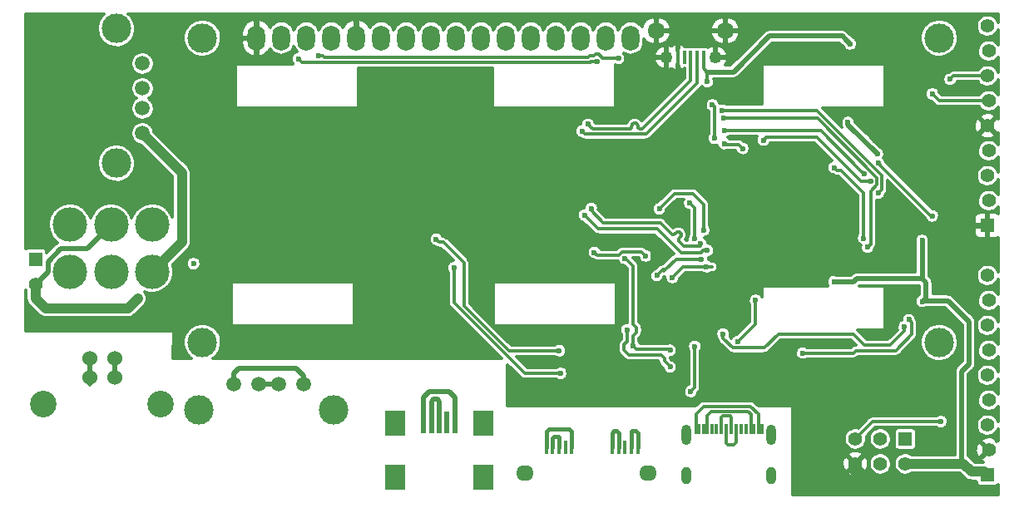
<source format=gbr>
G04 #@! TF.FileFunction,Copper,L1,Top,Signal*
%FSLAX46Y46*%
G04 Gerber Fmt 4.6, Leading zero omitted, Abs format (unit mm)*
G04 Created by KiCad (PCBNEW 4.0.5+dfsg1-4) date Sat Jun 10 16:26:04 2017*
%MOMM*%
%LPD*%
G01*
G04 APERTURE LIST*
%ADD10C,0.100000*%
%ADD11O,1.800000X2.600000*%
%ADD12C,3.000000*%
%ADD13C,3.500000*%
%ADD14O,1.000000X1.800000*%
%ADD15O,1.000000X2.100000*%
%ADD16R,0.300000X1.140000*%
%ADD17R,1.397000X1.397000*%
%ADD18C,1.397000*%
%ADD19R,0.500380X2.301240*%
%ADD20R,1.998980X2.499360*%
%ADD21R,0.400000X1.350000*%
%ADD22O,1.800000X1.550000*%
%ADD23C,1.501140*%
%ADD24C,2.999740*%
%ADD25C,1.524000*%
%ADD26C,2.700020*%
%ADD27O,1.250000X1.250000*%
%ADD28C,0.600000*%
%ADD29C,0.300000*%
%ADD30C,1.000000*%
%ADD31C,0.500000*%
%ADD32C,0.400000*%
G04 APERTURE END LIST*
D10*
D11*
X74000000Y-53000000D03*
X76540000Y-53000000D03*
X79080000Y-53000000D03*
X81620000Y-53000000D03*
X84160000Y-53000000D03*
X86700000Y-53000000D03*
X89240000Y-53000000D03*
X91780000Y-53000000D03*
X94320000Y-53000000D03*
X96860000Y-53000000D03*
X99400000Y-53000000D03*
X101940000Y-53000000D03*
X104480000Y-53000000D03*
X107020000Y-53000000D03*
X109560000Y-53000000D03*
X112100000Y-53000000D03*
D12*
X68500900Y-53000000D03*
X68500900Y-84000700D03*
X143499480Y-84000700D03*
X143499480Y-53000000D03*
D13*
X63400000Y-76800000D03*
X63400000Y-72000000D03*
X59200000Y-76800000D03*
X59200000Y-72000000D03*
X55000000Y-76800000D03*
X55000000Y-72000000D03*
D14*
X117760000Y-97590000D03*
X126400000Y-97590000D03*
D15*
X117760000Y-93410000D03*
X126400000Y-93410000D03*
D16*
X120330000Y-92840000D03*
X120830000Y-92840000D03*
X121330000Y-92840000D03*
X121830000Y-92840000D03*
X122330000Y-92840000D03*
X122830000Y-92840000D03*
X123330000Y-92840000D03*
X123830000Y-92840000D03*
X118730000Y-92840000D03*
X119030000Y-92840000D03*
X119530000Y-92840000D03*
X119830000Y-92840000D03*
X124330000Y-92840000D03*
X124630000Y-92840000D03*
X125130000Y-92840000D03*
X125430000Y-92840000D03*
D17*
X140040000Y-93830000D03*
D18*
X140040000Y-96370000D03*
X137500000Y-93830000D03*
X137500000Y-96370000D03*
X134960000Y-93830000D03*
X134960000Y-96370000D03*
D17*
X51500000Y-75530000D03*
D18*
X51500000Y-78070000D03*
D19*
X90999800Y-92150680D03*
X91799900Y-92150680D03*
X92600000Y-92150680D03*
X93400100Y-92150680D03*
X94200200Y-92150680D03*
D20*
X88149920Y-92249740D03*
X88149920Y-97748840D03*
X97050080Y-92249740D03*
X97050080Y-97748840D03*
D21*
X112800000Y-94637460D03*
X112150000Y-94637460D03*
X104799100Y-94637460D03*
X110850000Y-94637460D03*
X110200000Y-94637460D03*
X103499100Y-94637460D03*
X104149100Y-94637460D03*
X111500000Y-94637460D03*
X105449100Y-94637460D03*
X106099100Y-94637460D03*
D22*
X101299100Y-97337460D03*
X113850000Y-97337460D03*
D23*
X78772000Y-88200000D03*
X76232000Y-88200000D03*
X74200000Y-88200000D03*
X71660000Y-88200000D03*
D24*
X81820000Y-90867000D03*
X68104000Y-90867000D03*
D23*
X62402120Y-62712860D03*
X62402120Y-60172860D03*
X62402120Y-58140860D03*
X62402120Y-55600860D03*
D24*
X59735120Y-65760860D03*
X59735120Y-52044860D03*
D25*
X57000000Y-85600000D03*
X59540000Y-85600000D03*
X59540000Y-87598980D03*
X57000000Y-87598980D03*
D26*
X52270520Y-90299000D03*
X64269480Y-90299000D03*
D18*
X148400000Y-92420000D03*
X148521920Y-89880000D03*
X148400000Y-87340000D03*
X148521920Y-84800000D03*
X148400000Y-82260000D03*
X148521920Y-94960000D03*
X148521920Y-79720000D03*
D17*
X148400000Y-97500000D03*
D18*
X148400000Y-77180000D03*
X148400000Y-67020000D03*
X148521920Y-64480000D03*
X148400000Y-61940000D03*
X148521920Y-59400000D03*
X148400000Y-56860000D03*
X148521920Y-69560000D03*
X148521920Y-54320000D03*
D17*
X148400000Y-72100000D03*
D18*
X148400000Y-51780000D03*
D21*
X119500900Y-54962540D03*
X118850900Y-54962540D03*
X118200900Y-54962540D03*
X117550900Y-54962540D03*
X116900900Y-54962540D03*
D27*
X120700900Y-54962540D03*
X115700900Y-54962540D03*
D22*
X121700900Y-52262540D03*
X114700900Y-52262540D03*
D28*
X101000000Y-89500000D03*
X104200000Y-88700000D03*
X96400000Y-83600000D03*
X93800000Y-82100000D03*
X89600000Y-81400000D03*
X64000000Y-82600000D03*
X59800000Y-82600000D03*
X55900000Y-82600000D03*
X51800000Y-81800000D03*
X68500000Y-81400000D03*
X73200000Y-83200000D03*
X78200000Y-82900000D03*
X85500000Y-84400000D03*
X85500000Y-82000000D03*
X141400000Y-78700000D03*
X145700000Y-83000000D03*
X91200000Y-78500000D03*
X97400000Y-78400000D03*
X124500000Y-85600000D03*
X115675000Y-78800000D03*
X113900000Y-81075000D03*
X112000000Y-68300000D03*
X78200000Y-65300000D03*
X86500000Y-72400000D03*
X70200000Y-72700000D03*
X95800000Y-51000000D03*
X82800000Y-50900000D03*
X71800000Y-51300000D03*
X62900000Y-53400000D03*
X59900000Y-56300000D03*
X56700000Y-51300000D03*
X51600000Y-51400000D03*
X53100000Y-59200000D03*
X57800000Y-69200000D03*
X61700000Y-68700000D03*
X63600000Y-66700000D03*
X56900000Y-66500000D03*
X53300000Y-69600000D03*
X53100000Y-66800000D03*
X53800000Y-64700000D03*
X55000000Y-63400000D03*
X57200000Y-61300000D03*
X58800000Y-59500000D03*
X65600000Y-55300000D03*
X86200000Y-59800000D03*
X90200000Y-62000000D03*
X97200000Y-61800000D03*
X105600000Y-61700000D03*
X105100000Y-65200000D03*
X105400000Y-68900000D03*
X116900000Y-88100000D03*
X85400000Y-78500000D03*
X83900000Y-77100000D03*
X79100000Y-77000000D03*
X73100000Y-76800000D03*
X140600000Y-99200000D03*
X127400000Y-89900000D03*
X129800000Y-98100000D03*
X129400000Y-92000000D03*
X129200000Y-95200000D03*
X133900000Y-91700000D03*
X136200000Y-60400000D03*
X130000000Y-87700000D03*
X136100000Y-90700000D03*
X144700000Y-88200000D03*
X141000000Y-88100000D03*
X140600000Y-85000000D03*
X147400000Y-83500000D03*
X146600000Y-80600000D03*
X146100000Y-78500000D03*
X147200000Y-75000000D03*
X144900000Y-68000000D03*
X145100000Y-66200000D03*
X144800000Y-62900000D03*
X146600000Y-61000000D03*
X146700000Y-58100000D03*
X146400000Y-55000000D03*
X146400000Y-51200000D03*
X141400000Y-51200000D03*
X132400000Y-51200000D03*
X127400000Y-51200000D03*
X124600000Y-51200000D03*
X113500000Y-76500000D03*
X103600000Y-74300000D03*
X119800000Y-83200000D03*
X141800000Y-91000000D03*
X143800000Y-94200000D03*
X128400000Y-83800000D03*
X137000000Y-63400000D03*
X131200000Y-85800000D03*
X134800000Y-85800000D03*
X138400000Y-76600000D03*
X143800000Y-73200000D03*
X143000000Y-78200000D03*
X132000000Y-65200000D03*
X139600000Y-60000000D03*
X119600000Y-65400000D03*
X121600000Y-57800000D03*
X116600000Y-67000000D03*
X109400000Y-68400000D03*
X113000000Y-57600000D03*
X108800000Y-61600000D03*
X132900000Y-67300000D03*
X133400000Y-84400000D03*
X141963265Y-64636735D03*
X101410000Y-70780000D03*
X69800000Y-76290000D03*
X145270000Y-98160000D03*
X117330000Y-56620000D03*
X130550000Y-68410000D03*
X130030000Y-76470000D03*
X124040000Y-76200000D03*
X125600000Y-68450000D03*
X123510000Y-73100000D03*
X128125000Y-63875000D03*
X113825000Y-73450000D03*
X111750000Y-64050000D03*
X99550000Y-68225000D03*
X67677659Y-57766151D03*
X88125000Y-58550000D03*
X68375000Y-60775000D03*
X86650000Y-64300000D03*
X93125000Y-57350000D03*
X141725000Y-58625000D03*
X140075000Y-55175000D03*
X125575000Y-64775000D03*
X124475000Y-55875000D03*
X132225000Y-53975000D03*
X104950000Y-87150000D03*
X94090000Y-76410000D03*
X104830000Y-84850000D03*
X92300000Y-73500001D03*
X61925000Y-79525000D03*
X67600000Y-75975000D03*
X116100000Y-86500000D03*
X111700000Y-82700000D03*
X123003628Y-83902881D03*
X124800000Y-79700000D03*
X108385000Y-74835000D03*
X113616654Y-75194449D03*
X134200000Y-61600000D03*
X137200000Y-64800000D03*
X114749990Y-77191620D03*
X119290000Y-75500000D03*
X78260000Y-55120000D03*
X108660000Y-55420000D03*
X132780000Y-77830000D03*
X119875000Y-57445000D03*
X141750000Y-73600000D03*
X141750000Y-79825000D03*
X134425000Y-53600000D03*
X118200000Y-89000000D03*
X118600000Y-84400000D03*
X118598823Y-73452829D03*
X118100000Y-69800000D03*
X121600000Y-63750000D03*
X123490000Y-64250000D03*
X143650470Y-92075470D03*
X110850000Y-55080000D03*
X80310000Y-54810000D03*
X135856411Y-66837177D03*
X121649990Y-62450815D03*
X136203111Y-74291028D03*
X121549990Y-61137801D03*
X121412471Y-60349697D03*
X137300000Y-68800000D03*
X120400000Y-59800000D03*
X120600000Y-63200000D03*
X119804164Y-76298556D03*
X116327992Y-77397245D03*
X136500000Y-67600000D03*
X125600000Y-63400000D03*
X142775000Y-71125000D03*
X137291575Y-65720807D03*
X142800000Y-58700000D03*
X144600000Y-57200000D03*
X129600000Y-85075000D03*
X140400000Y-81675000D03*
X132800000Y-66200000D03*
X135800000Y-73400000D03*
X119214125Y-73964125D03*
X108060875Y-70364125D03*
X119885875Y-74635875D03*
X107389125Y-71035875D03*
X121490000Y-83140000D03*
X139925000Y-82425000D03*
X115000000Y-70400000D03*
X119506499Y-72562754D03*
X112350000Y-84325000D03*
X111500000Y-75440000D03*
X116100000Y-84800000D03*
X107123752Y-62495502D03*
X107748375Y-61776625D03*
D29*
X86100000Y-81400000D02*
X85500000Y-82000000D01*
X86500000Y-81400000D02*
X86100000Y-81400000D01*
X141400000Y-78700000D02*
X140800000Y-79300000D01*
X141300000Y-84300000D02*
X140600000Y-85000000D01*
X140800000Y-79300000D02*
X140800000Y-80200000D01*
X140800000Y-80200000D02*
X141100000Y-80500000D01*
X141100000Y-80500000D02*
X141100000Y-80900000D01*
X141100000Y-80900000D02*
X141300000Y-81100000D01*
X141300000Y-81100000D02*
X141300000Y-84300000D01*
X124600000Y-85600000D02*
X127400000Y-85600000D01*
X123400000Y-85600000D02*
X124600000Y-85600000D01*
X85400000Y-78500000D02*
X85400000Y-80300000D01*
X85400000Y-80300000D02*
X85500000Y-80400000D01*
X85500000Y-80400000D02*
X86500000Y-81400000D01*
X141000000Y-88100000D02*
X141000000Y-90200000D01*
X141000000Y-90200000D02*
X141800000Y-91000000D01*
X111400000Y-68400000D02*
X111900000Y-68400000D01*
X111900000Y-68400000D02*
X112000000Y-68300000D01*
X61700000Y-68700000D02*
X61700000Y-68600000D01*
X61700000Y-68600000D02*
X63600000Y-66700000D01*
X57800000Y-69200000D02*
X61200000Y-69200000D01*
X61200000Y-69200000D02*
X61700000Y-68700000D01*
X54400000Y-69200000D02*
X54000000Y-69600000D01*
X54000000Y-69600000D02*
X53300000Y-69600000D01*
X57800000Y-69200000D02*
X54400000Y-69200000D01*
X56900000Y-66500000D02*
X56900000Y-68300000D01*
X56900000Y-68300000D02*
X57800000Y-69200000D01*
X53100000Y-66800000D02*
X56600000Y-66800000D01*
X56600000Y-66800000D02*
X56900000Y-66500000D01*
X53800000Y-64700000D02*
X53800000Y-66100000D01*
X53800000Y-66100000D02*
X53100000Y-66800000D01*
X55000000Y-63400000D02*
X55000000Y-63500000D01*
X55000000Y-63500000D02*
X53800000Y-64700000D01*
X57200000Y-61300000D02*
X57100000Y-61300000D01*
X57100000Y-61300000D02*
X55000000Y-63400000D01*
X58800000Y-59500000D02*
X58800000Y-59700000D01*
X58800000Y-59700000D02*
X57200000Y-61300000D01*
X53100000Y-59200000D02*
X58500000Y-59200000D01*
X58500000Y-59200000D02*
X58800000Y-59500000D01*
X86200000Y-59800000D02*
X86200000Y-60300000D01*
X78200000Y-65300000D02*
X80700000Y-65300000D01*
X80700000Y-65300000D02*
X86200000Y-59800000D01*
X86500000Y-72400000D02*
X85300000Y-72400000D01*
X85300000Y-72400000D02*
X78200000Y-65300000D01*
X83900000Y-74900000D02*
X86500000Y-72300000D01*
X83900000Y-77100000D02*
X83900000Y-74900000D01*
X69800000Y-73000000D02*
X70200000Y-72600000D01*
X69800000Y-76290000D02*
X69800000Y-73000000D01*
X116900000Y-84300000D02*
X116900000Y-88100000D01*
X118000000Y-83200000D02*
X116900000Y-84300000D01*
X119800000Y-83200000D02*
X118000000Y-83200000D01*
X132300000Y-99200000D02*
X140600000Y-99200000D01*
X131200000Y-98100000D02*
X132300000Y-99200000D01*
X129800000Y-98100000D02*
X131200000Y-98100000D01*
X129800000Y-95800000D02*
X129800000Y-98100000D01*
X129200000Y-95200000D02*
X129800000Y-95800000D01*
X129400000Y-95000000D02*
X129200000Y-95200000D01*
X129400000Y-92000000D02*
X129400000Y-95000000D01*
X129400000Y-91000000D02*
X129400000Y-92000000D01*
X128400000Y-90000000D02*
X129400000Y-91000000D01*
X127500000Y-90000000D02*
X128400000Y-90000000D01*
X127400000Y-89900000D02*
X127500000Y-90000000D01*
X129600000Y-87700000D02*
X127400000Y-89900000D01*
X130000000Y-87700000D02*
X129600000Y-87700000D01*
X131200000Y-86500000D02*
X130000000Y-87700000D01*
X131200000Y-85800000D02*
X131200000Y-86500000D01*
X140600000Y-85000000D02*
X140600000Y-87700000D01*
X140600000Y-87700000D02*
X141000000Y-88100000D01*
X139900000Y-85800000D02*
X140600000Y-85100000D01*
X140600000Y-85100000D02*
X140600000Y-85000000D01*
X134800000Y-85800000D02*
X139900000Y-85800000D01*
X147200000Y-83300000D02*
X147400000Y-83500000D01*
X147200000Y-81500000D02*
X147200000Y-83300000D01*
X146600000Y-80900000D02*
X147200000Y-81500000D01*
X146600000Y-80600000D02*
X146600000Y-80900000D01*
X146100000Y-79900000D02*
X146600000Y-80400000D01*
X146100000Y-78500000D02*
X146100000Y-79900000D01*
X146100000Y-77500000D02*
X146100000Y-78500000D01*
X146200000Y-77400000D02*
X146100000Y-77500000D01*
X146200000Y-76000000D02*
X146200000Y-77400000D01*
X147200000Y-75000000D02*
X146200000Y-76000000D01*
X145100000Y-67800000D02*
X144900000Y-68000000D01*
X145100000Y-66200000D02*
X145100000Y-67800000D01*
X144800000Y-65900000D02*
X145100000Y-66200000D01*
X144800000Y-62900000D02*
X144800000Y-65900000D01*
X146600000Y-61000000D02*
X144800000Y-62800000D01*
X144800000Y-62800000D02*
X144800000Y-62900000D01*
X143700000Y-58100000D02*
X146700000Y-58100000D01*
X143700000Y-56400000D02*
X143700000Y-58100000D01*
X144100000Y-56000000D02*
X143700000Y-56400000D01*
X145100000Y-56000000D02*
X144100000Y-56000000D01*
X145400000Y-55700000D02*
X145100000Y-56000000D01*
X146400000Y-54700000D02*
X145400000Y-55700000D01*
X146400000Y-51200000D02*
X146400000Y-54700000D01*
X138400000Y-60000000D02*
X138000000Y-60400000D01*
X139600000Y-60000000D02*
X138400000Y-60000000D01*
X119600000Y-83400000D02*
X119800000Y-83200000D01*
X119400000Y-83400000D02*
X121600000Y-85600000D01*
X115675000Y-79675000D02*
X119400000Y-83400000D01*
X119400000Y-83400000D02*
X119600000Y-83400000D01*
X115675000Y-78800000D02*
X115675000Y-79675000D01*
X121600000Y-85600000D02*
X123400000Y-85600000D01*
X134800000Y-85800000D02*
X131200000Y-85800000D01*
X139600000Y-60000000D02*
X139600000Y-62273470D01*
X139600000Y-62273470D02*
X141963265Y-64636735D01*
X109400000Y-68400000D02*
X111400000Y-68400000D01*
X108600000Y-61400000D02*
X108800000Y-61600000D01*
X109600000Y-60400000D02*
X108600000Y-61400000D01*
X112200000Y-60400000D02*
X109600000Y-60400000D01*
X115700900Y-56899100D02*
X112200000Y-60400000D01*
X115700900Y-54962540D02*
X115700900Y-56899100D01*
X129000000Y-84000000D02*
X133000000Y-84000000D01*
X133000000Y-84000000D02*
X133400000Y-84400000D01*
X127400000Y-85600000D02*
X129000000Y-84000000D01*
X114266656Y-73891656D02*
X114266656Y-76741835D01*
X114266656Y-76741835D02*
X113825000Y-77183491D01*
X113825000Y-73450000D02*
X114266656Y-73891656D01*
X113825000Y-77183491D02*
X113825000Y-78550000D01*
D30*
X135930000Y-98160000D02*
X145270000Y-98160000D01*
X134960000Y-97190000D02*
X135930000Y-98160000D01*
X134960000Y-96370000D02*
X134960000Y-97190000D01*
D29*
X96675000Y-65400000D02*
X99500000Y-68225000D01*
X86650000Y-64300000D02*
X94230000Y-64300000D01*
X96675000Y-65400000D02*
X95330000Y-65400000D01*
X95330000Y-65400000D02*
X94230000Y-64300000D01*
X88549264Y-58550000D02*
X88125000Y-58550000D01*
X91925000Y-58550000D02*
X88549264Y-58550000D01*
X93125000Y-57350000D02*
X91925000Y-58550000D01*
X117330000Y-56366640D02*
X117330000Y-56620000D01*
X116900900Y-54962540D02*
X116900900Y-55937540D01*
X116900900Y-55937540D02*
X117330000Y-56366640D01*
X127225000Y-64775000D02*
X128125000Y-63875000D01*
X125575000Y-64775000D02*
X127225000Y-64775000D01*
X115425000Y-78550000D02*
X115675000Y-78800000D01*
X113825000Y-78550000D02*
X113825000Y-80825000D01*
X113825000Y-78550000D02*
X115425000Y-78550000D01*
X88125000Y-58550000D02*
X88125000Y-62825000D01*
X88125000Y-62825000D02*
X86650000Y-64300000D01*
X68325000Y-57825000D02*
X67775000Y-57825000D01*
X68700000Y-57825000D02*
X68325000Y-57825000D01*
X68325000Y-57825000D02*
X68325000Y-60750000D01*
X71550000Y-54975000D02*
X68700000Y-57825000D01*
X71550000Y-54250000D02*
X71550000Y-54975000D01*
X74000000Y-53000000D02*
X72800000Y-53000000D01*
X72800000Y-53000000D02*
X71550000Y-54250000D01*
X124475000Y-55775000D02*
X126600000Y-53650000D01*
X124475000Y-55775000D02*
X124475000Y-55875000D01*
X131900000Y-53650000D02*
X132225000Y-53975000D01*
X126600000Y-53650000D02*
X131900000Y-53650000D01*
X104525736Y-87150000D02*
X104950000Y-87150000D01*
X94090000Y-79957122D02*
X101282878Y-87150000D01*
X101282878Y-87150000D02*
X104525736Y-87150000D01*
X94090000Y-76410000D02*
X94090000Y-79957122D01*
X104830000Y-84850000D02*
X101050000Y-84850000D01*
X92300000Y-73500001D02*
X92599999Y-73800000D01*
X95100000Y-75920000D02*
X95100000Y-80260000D01*
X92599999Y-73800000D02*
X92980000Y-73800000D01*
X92980000Y-73800000D02*
X95100000Y-75920000D01*
X95100000Y-80260000D02*
X99690000Y-84850000D01*
X99690000Y-84850000D02*
X101050000Y-84850000D01*
D30*
X61925000Y-79525000D02*
X60900000Y-80550000D01*
X60900000Y-80550000D02*
X52550000Y-80550000D01*
X52550000Y-80550000D02*
X51500000Y-79500000D01*
X51500000Y-79500000D02*
X51500000Y-78070000D01*
D31*
X51500000Y-78070000D02*
X52775000Y-76795000D01*
X52775000Y-76795000D02*
X52775000Y-75768998D01*
X52775000Y-75768998D02*
X54093998Y-74450000D01*
X54093998Y-74450000D02*
X56750000Y-74450000D01*
X56750000Y-74450000D02*
X59200000Y-72000000D01*
D29*
X122830000Y-92840000D02*
X122830000Y-94170000D01*
X122830000Y-94170000D02*
X122600000Y-94400000D01*
X122600000Y-94400000D02*
X122800000Y-94200000D01*
X122000000Y-94400000D02*
X122600000Y-94400000D01*
X121830000Y-94230000D02*
X122000000Y-94400000D01*
X121830000Y-92840000D02*
X121830000Y-94230000D01*
X118730000Y-91270000D02*
X118730000Y-92840000D01*
X119500000Y-90500000D02*
X118730000Y-91270000D01*
X125130000Y-92840000D02*
X125130000Y-91330000D01*
X125130000Y-91330000D02*
X124300000Y-90500000D01*
X124300000Y-90500000D02*
X119500000Y-90500000D01*
X125130000Y-92840000D02*
X125430000Y-92840000D01*
X118730000Y-92840000D02*
X119030000Y-92840000D01*
X119830000Y-92840000D02*
X119830000Y-91470000D01*
X119830000Y-91470000D02*
X120299989Y-91000011D01*
X120299989Y-91000011D02*
X124000011Y-91000011D01*
X124000011Y-91000011D02*
X124330000Y-91330000D01*
X124330000Y-91330000D02*
X124330000Y-91970000D01*
X124330000Y-91970000D02*
X124330000Y-92840000D01*
X124330000Y-92840000D02*
X124630000Y-92840000D01*
X119530000Y-92840000D02*
X119830000Y-92840000D01*
X121330000Y-92840000D02*
X121330000Y-91670000D01*
X122200022Y-91500022D02*
X122330000Y-91630000D01*
X121330000Y-91670000D02*
X121499978Y-91500022D01*
X121499978Y-91500022D02*
X122200022Y-91500022D01*
X122330000Y-91630000D02*
X122330000Y-91970000D01*
X122330000Y-91970000D02*
X122330000Y-92840000D01*
D32*
X110400000Y-93000000D02*
X110200000Y-93200000D01*
X110200000Y-93200000D02*
X110200000Y-94637460D01*
X110600000Y-93000000D02*
X110400000Y-93000000D01*
X110850000Y-93250000D02*
X110600000Y-93000000D01*
X110850000Y-94637460D02*
X110850000Y-93250000D01*
D29*
X116100000Y-86500000D02*
X115500000Y-85900000D01*
X111400000Y-84200000D02*
X111700000Y-83900000D01*
X115500000Y-85900000D02*
X115500000Y-85600000D01*
X111700000Y-83900000D02*
X111700000Y-82700000D01*
X115500000Y-85600000D02*
X115200000Y-85300000D01*
X111400000Y-84800000D02*
X111400000Y-84200000D01*
X115200000Y-85300000D02*
X111900000Y-85300000D01*
X111900000Y-85300000D02*
X111400000Y-84800000D01*
X124800000Y-82106509D02*
X123303627Y-83602882D01*
X124800000Y-79700000D02*
X124800000Y-82106509D01*
X123303627Y-83602882D02*
X123003628Y-83902881D01*
X108684999Y-75134999D02*
X108385000Y-74835000D01*
X110849998Y-75134999D02*
X108684999Y-75134999D01*
X111194999Y-74789998D02*
X110849998Y-75134999D01*
X113212203Y-74789998D02*
X111194999Y-74789998D01*
X113616654Y-75194449D02*
X113212203Y-74789998D01*
D31*
X133625000Y-52800000D02*
X134025000Y-53200000D01*
D30*
X146763216Y-97155470D02*
X148055470Y-97155470D01*
X148055470Y-97155470D02*
X148400000Y-97500000D01*
D31*
X119875000Y-56450000D02*
X122550000Y-56450000D01*
X122550000Y-56450000D02*
X126200000Y-52800000D01*
X126200000Y-52800000D02*
X133625000Y-52800000D01*
X134025000Y-53200000D02*
X134425000Y-53600000D01*
X142150002Y-77910002D02*
X141750000Y-77510000D01*
X142150002Y-79424998D02*
X142150002Y-77910002D01*
X141750000Y-79825000D02*
X142150002Y-79424998D01*
X134200000Y-61800000D02*
X134200000Y-61600000D01*
X137200000Y-64800000D02*
X134200000Y-61800000D01*
D29*
X115600000Y-76590000D02*
X115351610Y-76590000D01*
X115351610Y-76590000D02*
X115049989Y-76891621D01*
X115049989Y-76891621D02*
X114749990Y-77191620D01*
X115600000Y-76590000D02*
X115440000Y-76750000D01*
X116690000Y-75500000D02*
X115600000Y-76590000D01*
D30*
X140040000Y-96370000D02*
X145977746Y-96370000D01*
X145977746Y-96370000D02*
X146763216Y-97155470D01*
D29*
X78260000Y-55120000D02*
X78270000Y-55120000D01*
X78270000Y-55120000D02*
X78630000Y-55480000D01*
X78630000Y-55480000D02*
X107970000Y-55480000D01*
X107970000Y-55480000D02*
X108030000Y-55420000D01*
X108030000Y-55420000D02*
X108660000Y-55420000D01*
X119290000Y-75500000D02*
X116690000Y-75500000D01*
D31*
X135110000Y-77510000D02*
X141750000Y-77510000D01*
X135110000Y-77510000D02*
X134790000Y-77830000D01*
X134790000Y-77830000D02*
X133290000Y-77830000D01*
X133290000Y-77830000D02*
X132780000Y-77830000D01*
D29*
X119875000Y-56450000D02*
X119875000Y-57445000D01*
D31*
X141750000Y-77510000D02*
X141750000Y-73600000D01*
X144375000Y-79750000D02*
X141825000Y-79750000D01*
X141825000Y-79750000D02*
X141750000Y-79825000D01*
X146525000Y-81900000D02*
X144375000Y-79750000D01*
X146525000Y-86200000D02*
X146525000Y-81900000D01*
X145750000Y-86975000D02*
X146525000Y-86200000D01*
X145750000Y-96142254D02*
X145750000Y-86975000D01*
X146763216Y-97155470D02*
X145750000Y-96142254D01*
D29*
X119875000Y-56450000D02*
X119500900Y-56075900D01*
X119500900Y-56075900D02*
X119500900Y-54962540D01*
X118600000Y-88600000D02*
X118200000Y-89000000D01*
X118600000Y-84400000D02*
X118600000Y-88600000D01*
X118100000Y-69800000D02*
X118598823Y-70298823D01*
X118598823Y-70298823D02*
X118598823Y-73028565D01*
X118598823Y-73028565D02*
X118598823Y-73452829D01*
X123090000Y-63850000D02*
X121700000Y-63850000D01*
X121700000Y-63850000D02*
X121600000Y-63750000D01*
X123490000Y-64250000D02*
X123090000Y-63850000D01*
X136714530Y-92075470D02*
X143650470Y-92075470D01*
X136714530Y-92075470D02*
X134960000Y-93830000D01*
X80310000Y-54810000D02*
X80734264Y-54810000D01*
X80734264Y-54810000D02*
X80904254Y-54979990D01*
X80904254Y-54979990D02*
X107762888Y-54979990D01*
X110780000Y-55010000D02*
X110850000Y-55080000D01*
X107762888Y-54979990D02*
X107962877Y-54780001D01*
X107962877Y-54780001D02*
X108329989Y-54780001D01*
X109230000Y-55010000D02*
X110780000Y-55010000D01*
X108329989Y-54780001D02*
X108479990Y-54630000D01*
X108479990Y-54630000D02*
X108850000Y-54630000D01*
X108850000Y-54630000D02*
X109230000Y-55010000D01*
X131470049Y-62450815D02*
X135556412Y-66537178D01*
X135556412Y-66537178D02*
X135856411Y-66837177D01*
X121649990Y-62450815D02*
X131470049Y-62450815D01*
X137150001Y-67205609D02*
X137150001Y-67912001D01*
X131082193Y-61137801D02*
X137150001Y-67205609D01*
X121549990Y-61137801D02*
X131082193Y-61137801D01*
X136503110Y-73991029D02*
X136203111Y-74291028D01*
X136503110Y-68558892D02*
X136503110Y-73991029D01*
X137150001Y-67912001D02*
X136503110Y-68558892D01*
X121836735Y-60349697D02*
X121412471Y-60349697D01*
X131001211Y-60349697D02*
X121836735Y-60349697D01*
X137650011Y-66998497D02*
X131001211Y-60349697D01*
X137650011Y-68449989D02*
X137650011Y-66998497D01*
X137300000Y-68800000D02*
X137650011Y-68449989D01*
X120600000Y-60000000D02*
X120400000Y-59800000D01*
X120600000Y-63200000D02*
X120600000Y-60000000D01*
X117426681Y-76298556D02*
X119379900Y-76298556D01*
X120228428Y-76298556D02*
X119804164Y-76298556D01*
X120398556Y-76298556D02*
X120228428Y-76298556D01*
X120400000Y-76300000D02*
X120398556Y-76298556D01*
X116327992Y-77397245D02*
X117426681Y-76298556D01*
X119379900Y-76298556D02*
X119804164Y-76298556D01*
X107020000Y-53000000D02*
X107020000Y-53830000D01*
X136075736Y-67600000D02*
X136500000Y-67600000D01*
X131000001Y-63100001D02*
X135500000Y-67600000D01*
X135500000Y-67600000D02*
X136075736Y-67600000D01*
X125899999Y-63100001D02*
X131000001Y-63100001D01*
X125600000Y-63400000D02*
X125899999Y-63100001D01*
X142670768Y-71100000D02*
X137591574Y-66020806D01*
X137591574Y-66020806D02*
X137291575Y-65720807D01*
X148521920Y-59400000D02*
X143500000Y-59400000D01*
X143500000Y-59400000D02*
X143480000Y-59380000D01*
X142800000Y-58700000D02*
X143480000Y-59380000D01*
X148400000Y-56860000D02*
X144940000Y-56860000D01*
X144940000Y-56860000D02*
X144600000Y-57200000D01*
X140400000Y-81675000D02*
X140699999Y-81974999D01*
X140699999Y-81974999D02*
X140699999Y-83165001D01*
X140699999Y-83165001D02*
X139040000Y-84825000D01*
X139040000Y-84825000D02*
X135000000Y-84825000D01*
X135000000Y-84825000D02*
X134750000Y-85075000D01*
X134750000Y-85075000D02*
X129600000Y-85075000D01*
X133099999Y-66499999D02*
X133499999Y-66499999D01*
X132800000Y-66200000D02*
X133099999Y-66499999D01*
X133499999Y-66499999D02*
X135800000Y-68800000D01*
X135800000Y-68800000D02*
X135800000Y-73400000D01*
X119214125Y-73964125D02*
X119214125Y-74176256D01*
X116964331Y-72737995D02*
X116897152Y-72737995D01*
X116380012Y-73002833D02*
X116314518Y-72987884D01*
X119214125Y-74176256D02*
X119165381Y-74225000D01*
X116447191Y-73002833D02*
X116380012Y-73002833D01*
X119165381Y-74225000D02*
X117509618Y-74225000D01*
X116512685Y-72987884D02*
X116447191Y-73002833D01*
X117090351Y-72782091D02*
X117029825Y-72752944D01*
X116964018Y-73586839D02*
X116964018Y-73519660D01*
X117228856Y-73069699D02*
X117228856Y-73002520D01*
X115084618Y-71800000D02*
X109284619Y-71800000D01*
X109284619Y-71800000D02*
X108060875Y-70576256D01*
X117008114Y-73712859D02*
X116978967Y-73652333D01*
X116978967Y-73652333D02*
X116964018Y-73586839D01*
X117184760Y-73195719D02*
X117213907Y-73135193D01*
X117213907Y-72937026D02*
X117184760Y-72876500D01*
X117509618Y-74225000D02*
X117050000Y-73765382D01*
X116625734Y-72916851D02*
X116573211Y-72958737D01*
X117029825Y-72752944D02*
X116964331Y-72737995D01*
X117184760Y-72876500D02*
X117142874Y-72823977D01*
X117050000Y-73765382D02*
X117008114Y-73712859D01*
X116964018Y-73519660D02*
X116978967Y-73454166D01*
X116978967Y-73454166D02*
X117008114Y-73393640D01*
X116253992Y-72958737D02*
X116201471Y-72916853D01*
X117008114Y-73393640D02*
X117050000Y-73341117D01*
X116314518Y-72987884D02*
X116253992Y-72958737D01*
X117228856Y-73002520D02*
X117213907Y-72937026D01*
X117050000Y-73341117D02*
X117142874Y-73248242D01*
X117142874Y-73248242D02*
X117184760Y-73195719D01*
X116573211Y-72958737D02*
X116512685Y-72987884D01*
X117213907Y-73135193D02*
X117228856Y-73069699D01*
X117142874Y-72823977D02*
X117090351Y-72782091D01*
X116718609Y-72823977D02*
X116625734Y-72916851D01*
X116897152Y-72737995D02*
X116831658Y-72752944D01*
X116831658Y-72752944D02*
X116771132Y-72782091D01*
X116771132Y-72782091D02*
X116718609Y-72823977D01*
X116201471Y-72916853D02*
X115084618Y-71800000D01*
X108060875Y-70576256D02*
X108060875Y-70364125D01*
X119461611Y-74635875D02*
X119885875Y-74635875D01*
X119247487Y-74849999D02*
X119461611Y-74635875D01*
X117215381Y-74849999D02*
X119247487Y-74849999D01*
X114815382Y-72450000D02*
X117215381Y-74849999D01*
X108803250Y-72450000D02*
X114815382Y-72450000D01*
X107389125Y-71035875D02*
X108803250Y-72450000D01*
X135900000Y-84275000D02*
X138500000Y-84275000D01*
X138500000Y-84275000D02*
X139925000Y-82850000D01*
X139925000Y-82850000D02*
X139925000Y-82425000D01*
X122478618Y-84552882D02*
X121490000Y-83564264D01*
X127100000Y-83125000D02*
X125672118Y-84552882D01*
X125672118Y-84552882D02*
X122478618Y-84552882D01*
X121490000Y-83564264D02*
X121490000Y-83140000D01*
X127100000Y-83125000D02*
X134750000Y-83125000D01*
X134750000Y-83125000D02*
X135900000Y-84275000D01*
X135900000Y-84275000D02*
X137275000Y-84275000D01*
X127950000Y-83125000D02*
X127100000Y-83125000D01*
X116575000Y-68825000D02*
X115000000Y-70400000D01*
X117600000Y-68825000D02*
X117375000Y-68825000D01*
X118400000Y-68825000D02*
X117600000Y-68825000D01*
X117600000Y-68825000D02*
X116575000Y-68825000D01*
X118400000Y-68825000D02*
X119506499Y-69931499D01*
X119506499Y-72138490D02*
X119506499Y-72562754D01*
X119506499Y-69931499D02*
X119506499Y-72138490D01*
D30*
X66400000Y-73800000D02*
X66400000Y-66710740D01*
X66400000Y-66710740D02*
X62402120Y-62712860D01*
X63400000Y-76800000D02*
X66400000Y-73800000D01*
D31*
X93600000Y-89000000D02*
X91575000Y-89000000D01*
X91000000Y-89575000D02*
X91000000Y-90699860D01*
X91575000Y-89000000D02*
X91000000Y-89575000D01*
X94200200Y-92150680D02*
X94200200Y-89600200D01*
X94200200Y-89600200D02*
X93600000Y-89000000D01*
X91000000Y-90699860D02*
X90999800Y-90700060D01*
X90999800Y-90700060D02*
X90999800Y-92150680D01*
X92400000Y-89800000D02*
X92600000Y-90000000D01*
X92600000Y-90000000D02*
X92600000Y-92150680D01*
X92000000Y-89800000D02*
X92400000Y-89800000D01*
X91800000Y-90000000D02*
X92000000Y-89800000D01*
X91800000Y-90699960D02*
X91800000Y-90000000D01*
X91799900Y-92150680D02*
X91799900Y-90700060D01*
X91799900Y-90700060D02*
X91800000Y-90699960D01*
D32*
X104799100Y-94637460D02*
X104799100Y-93662460D01*
X104799100Y-93662460D02*
X104736640Y-93600000D01*
X104736640Y-93600000D02*
X104268680Y-93600000D01*
X104268680Y-93600000D02*
X104149100Y-93719580D01*
X104149100Y-93719580D02*
X104149100Y-94637460D01*
X103499100Y-94637460D02*
X103499100Y-93100900D01*
X103499100Y-93100900D02*
X103800000Y-92800000D01*
X103800000Y-92800000D02*
X105800000Y-92800000D01*
X105800000Y-92800000D02*
X106099100Y-93099100D01*
X106099100Y-93099100D02*
X106099100Y-94637460D01*
D31*
X71660000Y-88200000D02*
X71660000Y-87138534D01*
X78772000Y-87428000D02*
X78772000Y-88200000D01*
X78800000Y-87400000D02*
X78772000Y-87428000D01*
X78000000Y-86600000D02*
X78800000Y-87400000D01*
X71660000Y-87138534D02*
X72198534Y-86600000D01*
X72198534Y-86600000D02*
X78000000Y-86600000D01*
X74200000Y-88200000D02*
X76232000Y-88200000D01*
X57000000Y-85600000D02*
X57000000Y-88200000D01*
X59540000Y-85600000D02*
X59540000Y-87598980D01*
D32*
X112200000Y-93000000D02*
X112150000Y-93050000D01*
X112150000Y-93050000D02*
X112150000Y-94637460D01*
X112600000Y-93000000D02*
X112200000Y-93000000D01*
X112800000Y-93200000D02*
X112600000Y-93000000D01*
X112800000Y-94637460D02*
X112800000Y-93200000D01*
D29*
X112700000Y-84675000D02*
X112350000Y-84325000D01*
X112700000Y-84675000D02*
X115975000Y-84675000D01*
X115975000Y-84675000D02*
X116100000Y-84800000D01*
X111500000Y-75440000D02*
X111540000Y-75440000D01*
X111540000Y-75440000D02*
X112350000Y-76250000D01*
X112350000Y-76250000D02*
X112350000Y-82150000D01*
X112350000Y-82150000D02*
X112700000Y-82500000D01*
X112700000Y-82500000D02*
X112700000Y-82950000D01*
X112700000Y-82950000D02*
X112350000Y-83300000D01*
X112350000Y-83300000D02*
X112350000Y-84325000D01*
X113639117Y-62795501D02*
X107423751Y-62795501D01*
X118850900Y-54962540D02*
X118850900Y-57583718D01*
X107423751Y-62795501D02*
X107123752Y-62495502D01*
X118850900Y-57583718D02*
X113639117Y-62795501D01*
X118200900Y-54962540D02*
X118200900Y-57314482D01*
X112912953Y-62184551D02*
X112865450Y-62137048D01*
X111966756Y-62242480D02*
X111900000Y-62250002D01*
X118200900Y-57314482D02*
X113265380Y-62250002D01*
X112800000Y-61949293D02*
X112792478Y-61882536D01*
X113265380Y-62250002D02*
X113100000Y-62250002D01*
X112734549Y-61762246D02*
X112687046Y-61714743D01*
X113100000Y-62250002D02*
X113033243Y-62242480D01*
X112969834Y-62220292D02*
X112912953Y-62184551D01*
X112030165Y-62220292D02*
X111966756Y-62242480D01*
X113033243Y-62242480D02*
X112969834Y-62220292D01*
X112433243Y-61656814D02*
X112369834Y-61679002D01*
X112630165Y-61679002D02*
X112566756Y-61656814D01*
X112807521Y-62016758D02*
X112800000Y-61950002D01*
X112865450Y-62137048D02*
X112829709Y-62080167D01*
X112829709Y-62080167D02*
X112807521Y-62016758D01*
X112500000Y-61649293D02*
X112433243Y-61656814D01*
X112800000Y-61950002D02*
X112800000Y-61949293D01*
X112312953Y-61714743D02*
X112265450Y-61762246D01*
X112792478Y-61882536D02*
X112770290Y-61819127D01*
X112770290Y-61819127D02*
X112734549Y-61762246D01*
X112170290Y-62080167D02*
X112134549Y-62137048D01*
X112687046Y-61714743D02*
X112630165Y-61679002D01*
X112134549Y-62137048D02*
X112087046Y-62184551D01*
X112369834Y-61679002D02*
X112312953Y-61714743D01*
X112566756Y-61656814D02*
X112500000Y-61649293D01*
X112265450Y-61762246D02*
X112229709Y-61819127D01*
X112229709Y-61819127D02*
X112207521Y-61882536D01*
X112207521Y-61882536D02*
X112200000Y-61949293D01*
X112200000Y-61949293D02*
X112200000Y-61950002D01*
X112200000Y-61950002D02*
X112192478Y-62016758D01*
X112192478Y-62016758D02*
X112170290Y-62080167D01*
X112087046Y-62184551D02*
X112030165Y-62220292D01*
X111900000Y-62250002D02*
X108221752Y-62250002D01*
X108221752Y-62250002D02*
X108048374Y-62076624D01*
X108048374Y-62076624D02*
X107748375Y-61776625D01*
G36*
X58234205Y-50785443D02*
X58018168Y-51100958D01*
X57867529Y-51452425D01*
X57788026Y-51826458D01*
X57782687Y-52208810D01*
X57851715Y-52584918D01*
X57992482Y-52940454D01*
X58199625Y-53261878D01*
X58465255Y-53536946D01*
X58779254Y-53755181D01*
X59129661Y-53908270D01*
X59503131Y-53990382D01*
X59885436Y-53998390D01*
X60262016Y-53931989D01*
X60618527Y-53793708D01*
X60941389Y-53588813D01*
X61218304Y-53325110D01*
X61331982Y-53163961D01*
X66548337Y-53163961D01*
X66617370Y-53540093D01*
X66758146Y-53895654D01*
X66965304Y-54217099D01*
X67230951Y-54492185D01*
X67544971Y-54710434D01*
X67895401Y-54863533D01*
X68268895Y-54945651D01*
X68651226Y-54953660D01*
X69027831Y-54887254D01*
X69384365Y-54748964D01*
X69707249Y-54544056D01*
X69984183Y-54280335D01*
X70204619Y-53967847D01*
X70360161Y-53618494D01*
X70444884Y-53245582D01*
X70446860Y-53104000D01*
X72442000Y-53104000D01*
X72442000Y-53504000D01*
X72492226Y-53805952D01*
X72600395Y-54092304D01*
X72762350Y-54352051D01*
X72971867Y-54575211D01*
X73220895Y-54753208D01*
X73499863Y-54879202D01*
X73654099Y-54919117D01*
X73896000Y-54789614D01*
X73896000Y-53104000D01*
X72442000Y-53104000D01*
X70446860Y-53104000D01*
X70450983Y-52808793D01*
X70389049Y-52496000D01*
X72442000Y-52496000D01*
X72442000Y-52896000D01*
X73896000Y-52896000D01*
X73896000Y-51210386D01*
X73654099Y-51080883D01*
X73499863Y-51120798D01*
X73220895Y-51246792D01*
X72971867Y-51424789D01*
X72762350Y-51647949D01*
X72600395Y-51907696D01*
X72492226Y-52194048D01*
X72442000Y-52496000D01*
X70389049Y-52496000D01*
X70376705Y-52433661D01*
X70230978Y-52080101D01*
X70019353Y-51761580D01*
X69749891Y-51490229D01*
X69432855Y-51276386D01*
X69080321Y-51128194D01*
X68705717Y-51051299D01*
X68323311Y-51048629D01*
X67947670Y-51120287D01*
X67593102Y-51263542D01*
X67273111Y-51472938D01*
X66999886Y-51740499D01*
X66783834Y-52056035D01*
X66633185Y-52407526D01*
X66553676Y-52781584D01*
X66548337Y-53163961D01*
X61331982Y-53163961D01*
X61438726Y-53012643D01*
X61594258Y-52663313D01*
X61678975Y-52290426D01*
X61685074Y-51853665D01*
X61610801Y-51478559D01*
X61465084Y-51125022D01*
X61253473Y-50806522D01*
X60984028Y-50535190D01*
X60968921Y-50525000D01*
X149475000Y-50525000D01*
X149475000Y-51374138D01*
X149418972Y-51238203D01*
X149294330Y-51050602D01*
X149135624Y-50890784D01*
X148948897Y-50764835D01*
X148741264Y-50677554D01*
X148520632Y-50632265D01*
X148295405Y-50630693D01*
X148074162Y-50672897D01*
X147865330Y-50757271D01*
X147676863Y-50880600D01*
X147515941Y-51038186D01*
X147388692Y-51224029D01*
X147299964Y-51431048D01*
X147253135Y-51651358D01*
X147249990Y-51876569D01*
X147290649Y-52098101D01*
X147373563Y-52307517D01*
X147495573Y-52496840D01*
X147652033Y-52658859D01*
X147836982Y-52787402D01*
X148043377Y-52877573D01*
X148263355Y-52925939D01*
X148488538Y-52930656D01*
X148710349Y-52891545D01*
X148920338Y-52810095D01*
X149110508Y-52689409D01*
X149273615Y-52534085D01*
X149403447Y-52350037D01*
X149475000Y-52189326D01*
X149475000Y-53679028D01*
X149416250Y-53590602D01*
X149257544Y-53430784D01*
X149070817Y-53304835D01*
X148863184Y-53217554D01*
X148642552Y-53172265D01*
X148417325Y-53170693D01*
X148196082Y-53212897D01*
X147987250Y-53297271D01*
X147798783Y-53420600D01*
X147637861Y-53578186D01*
X147510612Y-53764029D01*
X147421884Y-53971048D01*
X147375055Y-54191358D01*
X147371910Y-54416569D01*
X147412569Y-54638101D01*
X147495483Y-54847517D01*
X147617493Y-55036840D01*
X147773953Y-55198859D01*
X147958902Y-55327402D01*
X148165297Y-55417573D01*
X148385275Y-55465939D01*
X148610458Y-55470656D01*
X148832269Y-55431545D01*
X149042258Y-55350095D01*
X149232428Y-55229409D01*
X149395535Y-55074085D01*
X149475000Y-54961437D01*
X149475000Y-56454138D01*
X149418972Y-56318203D01*
X149294330Y-56130602D01*
X149135624Y-55970784D01*
X148948897Y-55844835D01*
X148741264Y-55757554D01*
X148520632Y-55712265D01*
X148295405Y-55710693D01*
X148074162Y-55752897D01*
X147865330Y-55837271D01*
X147676863Y-55960600D01*
X147515941Y-56118186D01*
X147418839Y-56260000D01*
X144940000Y-56260000D01*
X144884871Y-56265405D01*
X144829629Y-56270239D01*
X144826600Y-56271119D01*
X144823459Y-56271427D01*
X144770395Y-56287448D01*
X144717180Y-56302908D01*
X144714379Y-56304360D01*
X144711358Y-56305272D01*
X144662424Y-56331291D01*
X144613217Y-56356797D01*
X144610751Y-56358766D01*
X144607965Y-56360247D01*
X144565034Y-56395261D01*
X144521701Y-56429853D01*
X144517309Y-56434184D01*
X144517219Y-56434258D01*
X144517150Y-56434342D01*
X144515736Y-56435736D01*
X144494999Y-56456473D01*
X144387219Y-56477033D01*
X144250847Y-56532131D01*
X144127773Y-56612668D01*
X144022687Y-56715577D01*
X143939590Y-56836936D01*
X143881648Y-56972125D01*
X143851068Y-57115994D01*
X143849014Y-57263062D01*
X143875565Y-57407728D01*
X143929710Y-57544482D01*
X144009386Y-57668115D01*
X144111558Y-57773917D01*
X144232335Y-57857859D01*
X144367116Y-57916744D01*
X144510767Y-57948328D01*
X144657818Y-57951408D01*
X144802666Y-57925867D01*
X144939794Y-57872679D01*
X145063980Y-57793868D01*
X145170493Y-57692437D01*
X145255277Y-57572249D01*
X145305253Y-57460000D01*
X147420275Y-57460000D01*
X147495573Y-57576840D01*
X147652033Y-57738859D01*
X147836982Y-57867402D01*
X148043377Y-57957573D01*
X148263355Y-58005939D01*
X148488538Y-58010656D01*
X148710349Y-57971545D01*
X148920338Y-57890095D01*
X149110508Y-57769409D01*
X149273615Y-57614085D01*
X149403447Y-57430037D01*
X149475000Y-57269326D01*
X149475000Y-58759028D01*
X149416250Y-58670602D01*
X149257544Y-58510784D01*
X149070817Y-58384835D01*
X148863184Y-58297554D01*
X148642552Y-58252265D01*
X148417325Y-58250693D01*
X148196082Y-58292897D01*
X147987250Y-58377271D01*
X147798783Y-58500600D01*
X147637861Y-58658186D01*
X147540759Y-58800000D01*
X143748528Y-58800000D01*
X143543871Y-58595343D01*
X143521464Y-58482177D01*
X143465415Y-58346193D01*
X143384021Y-58223684D01*
X143280381Y-58119319D01*
X143158444Y-58037071D01*
X143022854Y-57980075D01*
X142878776Y-57950499D01*
X142731697Y-57949473D01*
X142587219Y-57977033D01*
X142450847Y-58032131D01*
X142327773Y-58112668D01*
X142222687Y-58215577D01*
X142139590Y-58336936D01*
X142081648Y-58472125D01*
X142051068Y-58615994D01*
X142049014Y-58763062D01*
X142075565Y-58907728D01*
X142129710Y-59044482D01*
X142209386Y-59168115D01*
X142311558Y-59273917D01*
X142432335Y-59357859D01*
X142567116Y-59416744D01*
X142696709Y-59445237D01*
X143075736Y-59824264D01*
X143118559Y-59859439D01*
X143161020Y-59895068D01*
X143163784Y-59896587D01*
X143166223Y-59898591D01*
X143215101Y-59924799D01*
X143263635Y-59951481D01*
X143266640Y-59952434D01*
X143269422Y-59953926D01*
X143322440Y-59970135D01*
X143375253Y-59986889D01*
X143378388Y-59987241D01*
X143381405Y-59988163D01*
X143436504Y-59993759D01*
X143491623Y-59999942D01*
X143497795Y-59999985D01*
X143497906Y-59999996D01*
X143498009Y-59999986D01*
X143500000Y-60000000D01*
X147542195Y-60000000D01*
X147617493Y-60116840D01*
X147773953Y-60278859D01*
X147958902Y-60407402D01*
X148165297Y-60497573D01*
X148385275Y-60545939D01*
X148610458Y-60550656D01*
X148832269Y-60511545D01*
X149042258Y-60430095D01*
X149232428Y-60309409D01*
X149395535Y-60154085D01*
X149475000Y-60041437D01*
X149475000Y-61205506D01*
X149317855Y-61169223D01*
X148547078Y-61940000D01*
X149317855Y-62710777D01*
X149475000Y-62674494D01*
X149475000Y-63839028D01*
X149416250Y-63750602D01*
X149257544Y-63590784D01*
X149070817Y-63464835D01*
X148863184Y-63377554D01*
X148642552Y-63332265D01*
X148417325Y-63330693D01*
X148196082Y-63372897D01*
X147987250Y-63457271D01*
X147798783Y-63580600D01*
X147637861Y-63738186D01*
X147510612Y-63924029D01*
X147421884Y-64131048D01*
X147375055Y-64351358D01*
X147371910Y-64576569D01*
X147412569Y-64798101D01*
X147495483Y-65007517D01*
X147617493Y-65196840D01*
X147773953Y-65358859D01*
X147958902Y-65487402D01*
X148165297Y-65577573D01*
X148385275Y-65625939D01*
X148610458Y-65630656D01*
X148832269Y-65591545D01*
X149042258Y-65510095D01*
X149232428Y-65389409D01*
X149395535Y-65234085D01*
X149475000Y-65121437D01*
X149475000Y-66614138D01*
X149418972Y-66478203D01*
X149294330Y-66290602D01*
X149135624Y-66130784D01*
X148948897Y-66004835D01*
X148741264Y-65917554D01*
X148520632Y-65872265D01*
X148295405Y-65870693D01*
X148074162Y-65912897D01*
X147865330Y-65997271D01*
X147676863Y-66120600D01*
X147515941Y-66278186D01*
X147388692Y-66464029D01*
X147299964Y-66671048D01*
X147253135Y-66891358D01*
X147249990Y-67116569D01*
X147290649Y-67338101D01*
X147373563Y-67547517D01*
X147495573Y-67736840D01*
X147652033Y-67898859D01*
X147836982Y-68027402D01*
X148043377Y-68117573D01*
X148263355Y-68165939D01*
X148488538Y-68170656D01*
X148710349Y-68131545D01*
X148920338Y-68050095D01*
X149110508Y-67929409D01*
X149273615Y-67774085D01*
X149403447Y-67590037D01*
X149475000Y-67429326D01*
X149475000Y-68919028D01*
X149416250Y-68830602D01*
X149257544Y-68670784D01*
X149070817Y-68544835D01*
X148863184Y-68457554D01*
X148642552Y-68412265D01*
X148417325Y-68410693D01*
X148196082Y-68452897D01*
X147987250Y-68537271D01*
X147798783Y-68660600D01*
X147637861Y-68818186D01*
X147510612Y-69004029D01*
X147421884Y-69211048D01*
X147375055Y-69431358D01*
X147371910Y-69656569D01*
X147412569Y-69878101D01*
X147495483Y-70087517D01*
X147617493Y-70276840D01*
X147773953Y-70438859D01*
X147958902Y-70567402D01*
X148165297Y-70657573D01*
X148385275Y-70705939D01*
X148610458Y-70710656D01*
X148832269Y-70671545D01*
X149042258Y-70590095D01*
X149232428Y-70469409D01*
X149395535Y-70314085D01*
X149475000Y-70201437D01*
X149475000Y-70861699D01*
X149410180Y-70818388D01*
X149290432Y-70768787D01*
X149163308Y-70743500D01*
X148668500Y-70743500D01*
X148504000Y-70908000D01*
X148504000Y-71996000D01*
X148524000Y-71996000D01*
X148524000Y-72204000D01*
X148504000Y-72204000D01*
X148504000Y-73292000D01*
X148668500Y-73456500D01*
X149163308Y-73456500D01*
X149290432Y-73431213D01*
X149410180Y-73381612D01*
X149475000Y-73338301D01*
X149475000Y-76774138D01*
X149418972Y-76638203D01*
X149294330Y-76450602D01*
X149135624Y-76290784D01*
X148948897Y-76164835D01*
X148741264Y-76077554D01*
X148520632Y-76032265D01*
X148295405Y-76030693D01*
X148074162Y-76072897D01*
X147865330Y-76157271D01*
X147676863Y-76280600D01*
X147515941Y-76438186D01*
X147388692Y-76624029D01*
X147299964Y-76831048D01*
X147253135Y-77051358D01*
X147249990Y-77276569D01*
X147290649Y-77498101D01*
X147373563Y-77707517D01*
X147495573Y-77896840D01*
X147652033Y-78058859D01*
X147836982Y-78187402D01*
X148043377Y-78277573D01*
X148263355Y-78325939D01*
X148488538Y-78330656D01*
X148710349Y-78291545D01*
X148920338Y-78210095D01*
X149110508Y-78089409D01*
X149273615Y-77934085D01*
X149403447Y-77750037D01*
X149475000Y-77589326D01*
X149475000Y-79079028D01*
X149416250Y-78990602D01*
X149257544Y-78830784D01*
X149070817Y-78704835D01*
X148863184Y-78617554D01*
X148642552Y-78572265D01*
X148417325Y-78570693D01*
X148196082Y-78612897D01*
X147987250Y-78697271D01*
X147798783Y-78820600D01*
X147637861Y-78978186D01*
X147510612Y-79164029D01*
X147421884Y-79371048D01*
X147375055Y-79591358D01*
X147371910Y-79816569D01*
X147412569Y-80038101D01*
X147495483Y-80247517D01*
X147617493Y-80436840D01*
X147773953Y-80598859D01*
X147958902Y-80727402D01*
X148165297Y-80817573D01*
X148385275Y-80865939D01*
X148610458Y-80870656D01*
X148832269Y-80831545D01*
X149042258Y-80750095D01*
X149232428Y-80629409D01*
X149395535Y-80474085D01*
X149475000Y-80361437D01*
X149475000Y-81854138D01*
X149418972Y-81718203D01*
X149294330Y-81530602D01*
X149135624Y-81370784D01*
X148948897Y-81244835D01*
X148741264Y-81157554D01*
X148520632Y-81112265D01*
X148295405Y-81110693D01*
X148074162Y-81152897D01*
X147865330Y-81237271D01*
X147676863Y-81360600D01*
X147515941Y-81518186D01*
X147388692Y-81704029D01*
X147299964Y-81911048D01*
X147253135Y-82131358D01*
X147249990Y-82356569D01*
X147290649Y-82578101D01*
X147373563Y-82787517D01*
X147495573Y-82976840D01*
X147652033Y-83138859D01*
X147836982Y-83267402D01*
X148043377Y-83357573D01*
X148263355Y-83405939D01*
X148488538Y-83410656D01*
X148710349Y-83371545D01*
X148920338Y-83290095D01*
X149110508Y-83169409D01*
X149273615Y-83014085D01*
X149403447Y-82830037D01*
X149475000Y-82669326D01*
X149475000Y-84159028D01*
X149416250Y-84070602D01*
X149257544Y-83910784D01*
X149070817Y-83784835D01*
X148863184Y-83697554D01*
X148642552Y-83652265D01*
X148417325Y-83650693D01*
X148196082Y-83692897D01*
X147987250Y-83777271D01*
X147798783Y-83900600D01*
X147637861Y-84058186D01*
X147510612Y-84244029D01*
X147421884Y-84451048D01*
X147375055Y-84671358D01*
X147371910Y-84896569D01*
X147412569Y-85118101D01*
X147495483Y-85327517D01*
X147617493Y-85516840D01*
X147773953Y-85678859D01*
X147958902Y-85807402D01*
X148165297Y-85897573D01*
X148385275Y-85945939D01*
X148610458Y-85950656D01*
X148832269Y-85911545D01*
X149042258Y-85830095D01*
X149232428Y-85709409D01*
X149395535Y-85554085D01*
X149475000Y-85441437D01*
X149475000Y-86934138D01*
X149418972Y-86798203D01*
X149294330Y-86610602D01*
X149135624Y-86450784D01*
X148948897Y-86324835D01*
X148741264Y-86237554D01*
X148520632Y-86192265D01*
X148295405Y-86190693D01*
X148074162Y-86232897D01*
X147865330Y-86317271D01*
X147676863Y-86440600D01*
X147515941Y-86598186D01*
X147388692Y-86784029D01*
X147299964Y-86991048D01*
X147253135Y-87211358D01*
X147249990Y-87436569D01*
X147290649Y-87658101D01*
X147373563Y-87867517D01*
X147495573Y-88056840D01*
X147652033Y-88218859D01*
X147836982Y-88347402D01*
X148043377Y-88437573D01*
X148263355Y-88485939D01*
X148488538Y-88490656D01*
X148710349Y-88451545D01*
X148920338Y-88370095D01*
X149110508Y-88249409D01*
X149273615Y-88094085D01*
X149403447Y-87910037D01*
X149475000Y-87749326D01*
X149475000Y-89239028D01*
X149416250Y-89150602D01*
X149257544Y-88990784D01*
X149070817Y-88864835D01*
X148863184Y-88777554D01*
X148642552Y-88732265D01*
X148417325Y-88730693D01*
X148196082Y-88772897D01*
X147987250Y-88857271D01*
X147798783Y-88980600D01*
X147637861Y-89138186D01*
X147510612Y-89324029D01*
X147421884Y-89531048D01*
X147375055Y-89751358D01*
X147371910Y-89976569D01*
X147412569Y-90198101D01*
X147495483Y-90407517D01*
X147617493Y-90596840D01*
X147773953Y-90758859D01*
X147958902Y-90887402D01*
X148165297Y-90977573D01*
X148385275Y-91025939D01*
X148610458Y-91030656D01*
X148832269Y-90991545D01*
X149042258Y-90910095D01*
X149232428Y-90789409D01*
X149395535Y-90634085D01*
X149475000Y-90521437D01*
X149475000Y-92014138D01*
X149418972Y-91878203D01*
X149294330Y-91690602D01*
X149135624Y-91530784D01*
X148948897Y-91404835D01*
X148741264Y-91317554D01*
X148520632Y-91272265D01*
X148295405Y-91270693D01*
X148074162Y-91312897D01*
X147865330Y-91397271D01*
X147676863Y-91520600D01*
X147515941Y-91678186D01*
X147388692Y-91864029D01*
X147299964Y-92071048D01*
X147253135Y-92291358D01*
X147249990Y-92516569D01*
X147290649Y-92738101D01*
X147373563Y-92947517D01*
X147495573Y-93136840D01*
X147652033Y-93298859D01*
X147836982Y-93427402D01*
X148043377Y-93517573D01*
X148263355Y-93565939D01*
X148488538Y-93570656D01*
X148710349Y-93531545D01*
X148920338Y-93450095D01*
X149110508Y-93329409D01*
X149273615Y-93174085D01*
X149403447Y-92990037D01*
X149475000Y-92829326D01*
X149475000Y-93986443D01*
X149411698Y-93923141D01*
X149292696Y-94042143D01*
X149236636Y-93799343D01*
X148996470Y-93682211D01*
X148738068Y-93614183D01*
X148471358Y-93597874D01*
X148206592Y-93633911D01*
X147953944Y-93720909D01*
X147807204Y-93799343D01*
X147751143Y-94042145D01*
X148521920Y-94812922D01*
X148536063Y-94798780D01*
X148683141Y-94945858D01*
X148668998Y-94960000D01*
X148683141Y-94974143D01*
X148536063Y-95121221D01*
X148521920Y-95107078D01*
X147751143Y-95877855D01*
X147807204Y-96120657D01*
X147981104Y-96205470D01*
X147156719Y-96205470D01*
X146649497Y-95698249D01*
X146581745Y-95642597D01*
X146514465Y-95586142D01*
X146510082Y-95583733D01*
X146506226Y-95580565D01*
X146450000Y-95550416D01*
X146450000Y-95010562D01*
X147159794Y-95010562D01*
X147195831Y-95275328D01*
X147282829Y-95527976D01*
X147361263Y-95674716D01*
X147604065Y-95730777D01*
X148374842Y-94960000D01*
X147604065Y-94189223D01*
X147361263Y-94245284D01*
X147244131Y-94485450D01*
X147176103Y-94743852D01*
X147159794Y-95010562D01*
X146450000Y-95010562D01*
X146450000Y-87264950D01*
X147019975Y-86694974D01*
X147061043Y-86644978D01*
X147102579Y-86595477D01*
X147104350Y-86592256D01*
X147106690Y-86589407D01*
X147137259Y-86532394D01*
X147168395Y-86475759D01*
X147169509Y-86472248D01*
X147171247Y-86469006D01*
X147190152Y-86407172D01*
X147209703Y-86345538D01*
X147210113Y-86341883D01*
X147211190Y-86338360D01*
X147217726Y-86274012D01*
X147224932Y-86209774D01*
X147224982Y-86202580D01*
X147224996Y-86202443D01*
X147224984Y-86202315D01*
X147225000Y-86200000D01*
X147225000Y-81900000D01*
X147218683Y-81835567D01*
X147213054Y-81771234D01*
X147212029Y-81767705D01*
X147211669Y-81764036D01*
X147192970Y-81702104D01*
X147174940Y-81640042D01*
X147173245Y-81636772D01*
X147172182Y-81633251D01*
X147141824Y-81576155D01*
X147112069Y-81518753D01*
X147109774Y-81515879D01*
X147108045Y-81512626D01*
X147067173Y-81462511D01*
X147026838Y-81411984D01*
X147021785Y-81406861D01*
X147021700Y-81406756D01*
X147021603Y-81406676D01*
X147019975Y-81405025D01*
X144869975Y-79255025D01*
X144819981Y-79213959D01*
X144770477Y-79172421D01*
X144767252Y-79170648D01*
X144764407Y-79168311D01*
X144707415Y-79137752D01*
X144650759Y-79106605D01*
X144647250Y-79105492D01*
X144644007Y-79103753D01*
X144582158Y-79084844D01*
X144520538Y-79065297D01*
X144516883Y-79064887D01*
X144513360Y-79063810D01*
X144449007Y-79057273D01*
X144384774Y-79050068D01*
X144377581Y-79050018D01*
X144377444Y-79050004D01*
X144377316Y-79050016D01*
X144375000Y-79050000D01*
X142850002Y-79050000D01*
X142850002Y-77910002D01*
X142843685Y-77845569D01*
X142838056Y-77781236D01*
X142837031Y-77777707D01*
X142836671Y-77774038D01*
X142817972Y-77712106D01*
X142799942Y-77650044D01*
X142798247Y-77646774D01*
X142797184Y-77643253D01*
X142766826Y-77586157D01*
X142737071Y-77528755D01*
X142734776Y-77525881D01*
X142733047Y-77522628D01*
X142692175Y-77472513D01*
X142651840Y-77421986D01*
X142646787Y-77416863D01*
X142646702Y-77416758D01*
X142646605Y-77416678D01*
X142644977Y-77415027D01*
X142450000Y-77220050D01*
X142450000Y-73871798D01*
X142465100Y-73837882D01*
X142497686Y-73694455D01*
X142500032Y-73526459D01*
X142471464Y-73382177D01*
X142415415Y-73246193D01*
X142334021Y-73123684D01*
X142230381Y-73019319D01*
X142108444Y-72937071D01*
X141972854Y-72880075D01*
X141828776Y-72850499D01*
X141681697Y-72849473D01*
X141537219Y-72877033D01*
X141400847Y-72932131D01*
X141277773Y-73012668D01*
X141172687Y-73115577D01*
X141089590Y-73236936D01*
X141031648Y-73372125D01*
X141001068Y-73515994D01*
X140999014Y-73663062D01*
X141025565Y-73807728D01*
X141050000Y-73869443D01*
X141050000Y-76810000D01*
X135110000Y-76810000D01*
X135045567Y-76816317D01*
X134981234Y-76821946D01*
X134977705Y-76822971D01*
X134974036Y-76823331D01*
X134912104Y-76842030D01*
X134850042Y-76860060D01*
X134846772Y-76861755D01*
X134843251Y-76862818D01*
X134786155Y-76893176D01*
X134728753Y-76922931D01*
X134725879Y-76925226D01*
X134722626Y-76926955D01*
X134672511Y-76967827D01*
X134621984Y-77008162D01*
X134616861Y-77013215D01*
X134616756Y-77013300D01*
X134616676Y-77013397D01*
X134615025Y-77015025D01*
X134500050Y-77130000D01*
X133050254Y-77130000D01*
X133002854Y-77110075D01*
X132858776Y-77080499D01*
X132711697Y-77079473D01*
X132567219Y-77107033D01*
X132430847Y-77162131D01*
X132307773Y-77242668D01*
X132202687Y-77345577D01*
X132119590Y-77466936D01*
X132061648Y-77602125D01*
X132031068Y-77745994D01*
X132029014Y-77893062D01*
X132055565Y-78037728D01*
X132109710Y-78174482D01*
X132147155Y-78232585D01*
X125607153Y-78232585D01*
X125552927Y-78242730D01*
X125502788Y-78274845D01*
X125469093Y-78323938D01*
X125457153Y-78382271D01*
X125455168Y-79330770D01*
X125384021Y-79223684D01*
X125280381Y-79119319D01*
X125158444Y-79037071D01*
X125022854Y-78980075D01*
X124878776Y-78950499D01*
X124731697Y-78949473D01*
X124587219Y-78977033D01*
X124450847Y-79032131D01*
X124327773Y-79112668D01*
X124222687Y-79215577D01*
X124139590Y-79336936D01*
X124081648Y-79472125D01*
X124051068Y-79615994D01*
X124049014Y-79763062D01*
X124075565Y-79907728D01*
X124129710Y-80044482D01*
X124200000Y-80153551D01*
X124200000Y-81857981D01*
X122898627Y-83159354D01*
X122790847Y-83179914D01*
X122654475Y-83235012D01*
X122531401Y-83315549D01*
X122426315Y-83418458D01*
X122343218Y-83539817D01*
X122334476Y-83560212D01*
X122188787Y-83414523D01*
X122205100Y-83377882D01*
X122237686Y-83234455D01*
X122240032Y-83066459D01*
X122211464Y-82922177D01*
X122155415Y-82786193D01*
X122074021Y-82663684D01*
X121970381Y-82559319D01*
X121848444Y-82477071D01*
X121712854Y-82420075D01*
X121568776Y-82390499D01*
X121421697Y-82389473D01*
X121277219Y-82417033D01*
X121140847Y-82472131D01*
X121017773Y-82552668D01*
X120912687Y-82655577D01*
X120829590Y-82776936D01*
X120771648Y-82912125D01*
X120741068Y-83055994D01*
X120739014Y-83203062D01*
X120765565Y-83347728D01*
X120819710Y-83484482D01*
X120893387Y-83598806D01*
X120895409Y-83619434D01*
X120900239Y-83674635D01*
X120901119Y-83677664D01*
X120901427Y-83680805D01*
X120917448Y-83733868D01*
X120932909Y-83787085D01*
X120934359Y-83789883D01*
X120935272Y-83792906D01*
X120961289Y-83841837D01*
X120986797Y-83891048D01*
X120988767Y-83893516D01*
X120990247Y-83896299D01*
X121025248Y-83939214D01*
X121059854Y-83982564D01*
X121064184Y-83986955D01*
X121064258Y-83987045D01*
X121064342Y-83987114D01*
X121065736Y-83988528D01*
X122054354Y-84977146D01*
X122097177Y-85012321D01*
X122139638Y-85047950D01*
X122142402Y-85049469D01*
X122144841Y-85051473D01*
X122193719Y-85077681D01*
X122242253Y-85104363D01*
X122245258Y-85105316D01*
X122248040Y-85106808D01*
X122301058Y-85123017D01*
X122353871Y-85139771D01*
X122357006Y-85140123D01*
X122360023Y-85141045D01*
X122415122Y-85146641D01*
X122470241Y-85152824D01*
X122476413Y-85152867D01*
X122476524Y-85152878D01*
X122476627Y-85152868D01*
X122478618Y-85152882D01*
X125672118Y-85152882D01*
X125727288Y-85147473D01*
X125782489Y-85142643D01*
X125785518Y-85141763D01*
X125788659Y-85141455D01*
X125841756Y-85125424D01*
X125894939Y-85109973D01*
X125897737Y-85108523D01*
X125900760Y-85107610D01*
X125949691Y-85081593D01*
X125998902Y-85056085D01*
X126001370Y-85054115D01*
X126004153Y-85052635D01*
X126047068Y-85017634D01*
X126090418Y-84983028D01*
X126094809Y-84978698D01*
X126094899Y-84978624D01*
X126094968Y-84978540D01*
X126096382Y-84977146D01*
X127348528Y-83725000D01*
X134501472Y-83725000D01*
X135001472Y-84225000D01*
X135000000Y-84225000D01*
X134944830Y-84230409D01*
X134889629Y-84235239D01*
X134886600Y-84236119D01*
X134883459Y-84236427D01*
X134830362Y-84252458D01*
X134777179Y-84267909D01*
X134774381Y-84269359D01*
X134771358Y-84270272D01*
X134722388Y-84296310D01*
X134673216Y-84321798D01*
X134670751Y-84323765D01*
X134667965Y-84325247D01*
X134625022Y-84360270D01*
X134581700Y-84394854D01*
X134577309Y-84399184D01*
X134577219Y-84399258D01*
X134577150Y-84399342D01*
X134575736Y-84400736D01*
X134501472Y-84475000D01*
X130051740Y-84475000D01*
X129958444Y-84412071D01*
X129822854Y-84355075D01*
X129678776Y-84325499D01*
X129531697Y-84324473D01*
X129387219Y-84352033D01*
X129250847Y-84407131D01*
X129127773Y-84487668D01*
X129022687Y-84590577D01*
X128939590Y-84711936D01*
X128881648Y-84847125D01*
X128851068Y-84990994D01*
X128849014Y-85138062D01*
X128875565Y-85282728D01*
X128929710Y-85419482D01*
X129009386Y-85543115D01*
X129111558Y-85648917D01*
X129232335Y-85732859D01*
X129367116Y-85791744D01*
X129510767Y-85823328D01*
X129657818Y-85826408D01*
X129802666Y-85800867D01*
X129939794Y-85747679D01*
X130054318Y-85675000D01*
X134750000Y-85675000D01*
X134805170Y-85669591D01*
X134860371Y-85664761D01*
X134863400Y-85663881D01*
X134866541Y-85663573D01*
X134919638Y-85647542D01*
X134972821Y-85632091D01*
X134975619Y-85630641D01*
X134978642Y-85629728D01*
X135027573Y-85603711D01*
X135076784Y-85578203D01*
X135079252Y-85576233D01*
X135082035Y-85574753D01*
X135124950Y-85539752D01*
X135168300Y-85505146D01*
X135172691Y-85500816D01*
X135172781Y-85500742D01*
X135172850Y-85500658D01*
X135174264Y-85499264D01*
X135248528Y-85425000D01*
X139040000Y-85425000D01*
X139095170Y-85419591D01*
X139150371Y-85414761D01*
X139153400Y-85413881D01*
X139156541Y-85413573D01*
X139209638Y-85397542D01*
X139262821Y-85382091D01*
X139265619Y-85380641D01*
X139268642Y-85379728D01*
X139317573Y-85353711D01*
X139366784Y-85328203D01*
X139369252Y-85326233D01*
X139372035Y-85324753D01*
X139414950Y-85289752D01*
X139458300Y-85255146D01*
X139462691Y-85250816D01*
X139462781Y-85250742D01*
X139462850Y-85250658D01*
X139464264Y-85249264D01*
X140548867Y-84164661D01*
X141546917Y-84164661D01*
X141615950Y-84540793D01*
X141756726Y-84896354D01*
X141963884Y-85217799D01*
X142229531Y-85492885D01*
X142543551Y-85711134D01*
X142893981Y-85864233D01*
X143267475Y-85946351D01*
X143649806Y-85954360D01*
X144026411Y-85887954D01*
X144382945Y-85749664D01*
X144705829Y-85544756D01*
X144982763Y-85281035D01*
X145203199Y-84968547D01*
X145358741Y-84619194D01*
X145443464Y-84246282D01*
X145449563Y-83809493D01*
X145375285Y-83434361D01*
X145229558Y-83080801D01*
X145017933Y-82762280D01*
X144748471Y-82490929D01*
X144431435Y-82277086D01*
X144078901Y-82128894D01*
X143704297Y-82051999D01*
X143321891Y-82049329D01*
X142946250Y-82120987D01*
X142591682Y-82264242D01*
X142271691Y-82473638D01*
X141998466Y-82741199D01*
X141782414Y-83056735D01*
X141631765Y-83408226D01*
X141552256Y-83782284D01*
X141546917Y-84164661D01*
X140548867Y-84164661D01*
X141124263Y-83589265D01*
X141159438Y-83546442D01*
X141195067Y-83503981D01*
X141196586Y-83501217D01*
X141198590Y-83498778D01*
X141224798Y-83449900D01*
X141251480Y-83401366D01*
X141252433Y-83398361D01*
X141253925Y-83395579D01*
X141270134Y-83342561D01*
X141286888Y-83289748D01*
X141287240Y-83286613D01*
X141288162Y-83283596D01*
X141293758Y-83228497D01*
X141299941Y-83173378D01*
X141299984Y-83167206D01*
X141299995Y-83167095D01*
X141299985Y-83166992D01*
X141299999Y-83165001D01*
X141299999Y-81974999D01*
X141294594Y-81919870D01*
X141289760Y-81864628D01*
X141288880Y-81861599D01*
X141288572Y-81858458D01*
X141272537Y-81805348D01*
X141257090Y-81752179D01*
X141255640Y-81749382D01*
X141254727Y-81746357D01*
X141228689Y-81697387D01*
X141203202Y-81648216D01*
X141201233Y-81645750D01*
X141199752Y-81642964D01*
X141164738Y-81600033D01*
X141144806Y-81575064D01*
X141121464Y-81457177D01*
X141065415Y-81321193D01*
X140984021Y-81198684D01*
X140880381Y-81094319D01*
X140758444Y-81012071D01*
X140622854Y-80955075D01*
X140478776Y-80925499D01*
X140331697Y-80924473D01*
X140187219Y-80952033D01*
X140050847Y-81007131D01*
X139927773Y-81087668D01*
X139822687Y-81190577D01*
X139739590Y-81311936D01*
X139681648Y-81447125D01*
X139651068Y-81590994D01*
X139649161Y-81727510D01*
X139575847Y-81757131D01*
X139452773Y-81837668D01*
X139347687Y-81940577D01*
X139264590Y-82061936D01*
X139206648Y-82197125D01*
X139176068Y-82340994D01*
X139174014Y-82488062D01*
X139200565Y-82632728D01*
X139226994Y-82699478D01*
X138251472Y-83675000D01*
X136148528Y-83675000D01*
X135206113Y-82732585D01*
X137798363Y-82732585D01*
X137852589Y-82722440D01*
X137902728Y-82690325D01*
X137936423Y-82641232D01*
X137948363Y-82582899D01*
X137957153Y-78382899D01*
X137946895Y-78328066D01*
X137914674Y-78277994D01*
X137865511Y-78244403D01*
X137807153Y-78232585D01*
X135377365Y-78232585D01*
X135399950Y-78210000D01*
X141450002Y-78210000D01*
X141450002Y-79135048D01*
X141446272Y-79138778D01*
X141400847Y-79157131D01*
X141277773Y-79237668D01*
X141172687Y-79340577D01*
X141089590Y-79461936D01*
X141031648Y-79597125D01*
X141001068Y-79740994D01*
X140999014Y-79888062D01*
X141025565Y-80032728D01*
X141079710Y-80169482D01*
X141159386Y-80293115D01*
X141261558Y-80398917D01*
X141382335Y-80482859D01*
X141517116Y-80541744D01*
X141660767Y-80573328D01*
X141807818Y-80576408D01*
X141952666Y-80550867D01*
X142089794Y-80497679D01*
X142164924Y-80450000D01*
X144085050Y-80450000D01*
X145825000Y-82189950D01*
X145825000Y-85910051D01*
X145255025Y-86480025D01*
X145213959Y-86530019D01*
X145172421Y-86579523D01*
X145170648Y-86582748D01*
X145168311Y-86585593D01*
X145137752Y-86642585D01*
X145106605Y-86699241D01*
X145105492Y-86702750D01*
X145103753Y-86705993D01*
X145084844Y-86767842D01*
X145065297Y-86829462D01*
X145064887Y-86833117D01*
X145063810Y-86836640D01*
X145057273Y-86900993D01*
X145050068Y-86965226D01*
X145050018Y-86972419D01*
X145050004Y-86972556D01*
X145050016Y-86972684D01*
X145050000Y-86975000D01*
X145050000Y-95420000D01*
X140685508Y-95420000D01*
X140588897Y-95354835D01*
X140381264Y-95267554D01*
X140160632Y-95222265D01*
X139935405Y-95220693D01*
X139714162Y-95262897D01*
X139505330Y-95347271D01*
X139316863Y-95470600D01*
X139155941Y-95628186D01*
X139028692Y-95814029D01*
X138939964Y-96021048D01*
X138893135Y-96241358D01*
X138889990Y-96466569D01*
X138930649Y-96688101D01*
X139013563Y-96897517D01*
X139135573Y-97086840D01*
X139292033Y-97248859D01*
X139476982Y-97377402D01*
X139683377Y-97467573D01*
X139903355Y-97515939D01*
X140128538Y-97520656D01*
X140350349Y-97481545D01*
X140560338Y-97400095D01*
X140686547Y-97320000D01*
X145584244Y-97320000D01*
X146091464Y-97827221D01*
X146159264Y-97882912D01*
X146226497Y-97939328D01*
X146230877Y-97941736D01*
X146234735Y-97944905D01*
X146312051Y-97986362D01*
X146388971Y-98028649D01*
X146393733Y-98030159D01*
X146398135Y-98032520D01*
X146482047Y-98058174D01*
X146565700Y-98084710D01*
X146570665Y-98085267D01*
X146575441Y-98086727D01*
X146662698Y-98095590D01*
X146749952Y-98105377D01*
X146759727Y-98105446D01*
X146759899Y-98105463D01*
X146760059Y-98105448D01*
X146763216Y-98105470D01*
X147249323Y-98105470D01*
X147249323Y-98198500D01*
X147255037Y-98270161D01*
X147292678Y-98391705D01*
X147362689Y-98497951D01*
X147459528Y-98580486D01*
X147575526Y-98632775D01*
X147701500Y-98650677D01*
X149098500Y-98650677D01*
X149170161Y-98644963D01*
X149291705Y-98607322D01*
X149397951Y-98537311D01*
X149475000Y-98446909D01*
X149475000Y-99475000D01*
X128550000Y-99475000D01*
X128550000Y-97287855D01*
X134189223Y-97287855D01*
X134245284Y-97530657D01*
X134485450Y-97647789D01*
X134743852Y-97715817D01*
X135010562Y-97732126D01*
X135275328Y-97696089D01*
X135527976Y-97609091D01*
X135674716Y-97530657D01*
X135730777Y-97287855D01*
X134960000Y-96517078D01*
X134189223Y-97287855D01*
X128550000Y-97287855D01*
X128550000Y-96420562D01*
X133597874Y-96420562D01*
X133633911Y-96685328D01*
X133720909Y-96937976D01*
X133799343Y-97084716D01*
X134042145Y-97140777D01*
X134812922Y-96370000D01*
X135107078Y-96370000D01*
X135877855Y-97140777D01*
X136120657Y-97084716D01*
X136237789Y-96844550D01*
X136305817Y-96586148D01*
X136313129Y-96466569D01*
X136349990Y-96466569D01*
X136390649Y-96688101D01*
X136473563Y-96897517D01*
X136595573Y-97086840D01*
X136752033Y-97248859D01*
X136936982Y-97377402D01*
X137143377Y-97467573D01*
X137363355Y-97515939D01*
X137588538Y-97520656D01*
X137810349Y-97481545D01*
X138020338Y-97400095D01*
X138210508Y-97279409D01*
X138373615Y-97124085D01*
X138503447Y-96940037D01*
X138595057Y-96734277D01*
X138644957Y-96514642D01*
X138648549Y-96257384D01*
X138604801Y-96036441D01*
X138518972Y-95828203D01*
X138394330Y-95640602D01*
X138235624Y-95480784D01*
X138048897Y-95354835D01*
X137841264Y-95267554D01*
X137620632Y-95222265D01*
X137395405Y-95220693D01*
X137174162Y-95262897D01*
X136965330Y-95347271D01*
X136776863Y-95470600D01*
X136615941Y-95628186D01*
X136488692Y-95814029D01*
X136399964Y-96021048D01*
X136353135Y-96241358D01*
X136349990Y-96466569D01*
X136313129Y-96466569D01*
X136322126Y-96319438D01*
X136286089Y-96054672D01*
X136199091Y-95802024D01*
X136120657Y-95655284D01*
X135877855Y-95599223D01*
X135107078Y-96370000D01*
X134812922Y-96370000D01*
X134042145Y-95599223D01*
X133799343Y-95655284D01*
X133682211Y-95895450D01*
X133614183Y-96153852D01*
X133597874Y-96420562D01*
X128550000Y-96420562D01*
X128550000Y-95452145D01*
X134189223Y-95452145D01*
X134960000Y-96222922D01*
X135730777Y-95452145D01*
X135674716Y-95209343D01*
X135434550Y-95092211D01*
X135176148Y-95024183D01*
X134909438Y-95007874D01*
X134644672Y-95043911D01*
X134392024Y-95130909D01*
X134245284Y-95209343D01*
X134189223Y-95452145D01*
X128550000Y-95452145D01*
X128550000Y-93926569D01*
X133809990Y-93926569D01*
X133850649Y-94148101D01*
X133933563Y-94357517D01*
X134055573Y-94546840D01*
X134212033Y-94708859D01*
X134396982Y-94837402D01*
X134603377Y-94927573D01*
X134823355Y-94975939D01*
X135048538Y-94980656D01*
X135270349Y-94941545D01*
X135480338Y-94860095D01*
X135670508Y-94739409D01*
X135833615Y-94584085D01*
X135963447Y-94400037D01*
X136055057Y-94194277D01*
X136104957Y-93974642D01*
X136105628Y-93926569D01*
X136349990Y-93926569D01*
X136390649Y-94148101D01*
X136473563Y-94357517D01*
X136595573Y-94546840D01*
X136752033Y-94708859D01*
X136936982Y-94837402D01*
X137143377Y-94927573D01*
X137363355Y-94975939D01*
X137588538Y-94980656D01*
X137810349Y-94941545D01*
X138020338Y-94860095D01*
X138210508Y-94739409D01*
X138373615Y-94584085D01*
X138503447Y-94400037D01*
X138595057Y-94194277D01*
X138644957Y-93974642D01*
X138648549Y-93717384D01*
X138604801Y-93496441D01*
X138518972Y-93288203D01*
X138414859Y-93131500D01*
X138889323Y-93131500D01*
X138889323Y-94528500D01*
X138895037Y-94600161D01*
X138932678Y-94721705D01*
X139002689Y-94827951D01*
X139099528Y-94910486D01*
X139215526Y-94962775D01*
X139341500Y-94980677D01*
X140738500Y-94980677D01*
X140810161Y-94974963D01*
X140931705Y-94937322D01*
X141037951Y-94867311D01*
X141120486Y-94770472D01*
X141172775Y-94654474D01*
X141190677Y-94528500D01*
X141190677Y-93131500D01*
X141184963Y-93059839D01*
X141147322Y-92938295D01*
X141077311Y-92832049D01*
X140980472Y-92749514D01*
X140864474Y-92697225D01*
X140738500Y-92679323D01*
X139341500Y-92679323D01*
X139269839Y-92685037D01*
X139148295Y-92722678D01*
X139042049Y-92792689D01*
X138959514Y-92889528D01*
X138907225Y-93005526D01*
X138889323Y-93131500D01*
X138414859Y-93131500D01*
X138394330Y-93100602D01*
X138235624Y-92940784D01*
X138048897Y-92814835D01*
X137841264Y-92727554D01*
X137620632Y-92682265D01*
X137395405Y-92680693D01*
X137174162Y-92722897D01*
X136965330Y-92807271D01*
X136776863Y-92930600D01*
X136615941Y-93088186D01*
X136488692Y-93274029D01*
X136399964Y-93481048D01*
X136353135Y-93701358D01*
X136349990Y-93926569D01*
X136105628Y-93926569D01*
X136108549Y-93717384D01*
X136077575Y-93560953D01*
X136963058Y-92675470D01*
X143199557Y-92675470D01*
X143282805Y-92733329D01*
X143417586Y-92792214D01*
X143561237Y-92823798D01*
X143708288Y-92826878D01*
X143853136Y-92801337D01*
X143990264Y-92748149D01*
X144114450Y-92669338D01*
X144220963Y-92567907D01*
X144305747Y-92447719D01*
X144365570Y-92313352D01*
X144398156Y-92169925D01*
X144400502Y-92001929D01*
X144371934Y-91857647D01*
X144315885Y-91721663D01*
X144234491Y-91599154D01*
X144130851Y-91494789D01*
X144008914Y-91412541D01*
X143873324Y-91355545D01*
X143729246Y-91325969D01*
X143582167Y-91324943D01*
X143437689Y-91352503D01*
X143301317Y-91407601D01*
X143197602Y-91475470D01*
X136714530Y-91475470D01*
X136659360Y-91480879D01*
X136604159Y-91485709D01*
X136601130Y-91486589D01*
X136597989Y-91486897D01*
X136544892Y-91502928D01*
X136491709Y-91518379D01*
X136488911Y-91519829D01*
X136485888Y-91520742D01*
X136436957Y-91546759D01*
X136387746Y-91572267D01*
X136385278Y-91574237D01*
X136382495Y-91575717D01*
X136339580Y-91610718D01*
X136296230Y-91645324D01*
X136291839Y-91649654D01*
X136291749Y-91649728D01*
X136291680Y-91649812D01*
X136290266Y-91651206D01*
X135228794Y-92712678D01*
X135080632Y-92682265D01*
X134855405Y-92680693D01*
X134634162Y-92722897D01*
X134425330Y-92807271D01*
X134236863Y-92930600D01*
X134075941Y-93088186D01*
X133948692Y-93274029D01*
X133859964Y-93481048D01*
X133813135Y-93701358D01*
X133809990Y-93926569D01*
X128550000Y-93926569D01*
X128550000Y-90600000D01*
X128539742Y-90545481D01*
X128507521Y-90495409D01*
X128458358Y-90461818D01*
X128400000Y-90450000D01*
X125098528Y-90450000D01*
X124724264Y-90075736D01*
X124681441Y-90040561D01*
X124638980Y-90004932D01*
X124636216Y-90003413D01*
X124633777Y-90001409D01*
X124584899Y-89975201D01*
X124536365Y-89948519D01*
X124533360Y-89947566D01*
X124530578Y-89946074D01*
X124477560Y-89929865D01*
X124424747Y-89913111D01*
X124421612Y-89912759D01*
X124418595Y-89911837D01*
X124363496Y-89906241D01*
X124308377Y-89900058D01*
X124302205Y-89900015D01*
X124302094Y-89900004D01*
X124301991Y-89900014D01*
X124300000Y-89900000D01*
X119500000Y-89900000D01*
X119444830Y-89905409D01*
X119389629Y-89910239D01*
X119386600Y-89911119D01*
X119383459Y-89911427D01*
X119330362Y-89927458D01*
X119277179Y-89942909D01*
X119274381Y-89944359D01*
X119271358Y-89945272D01*
X119222388Y-89971310D01*
X119173216Y-89996798D01*
X119170751Y-89998765D01*
X119167965Y-90000247D01*
X119125022Y-90035270D01*
X119081700Y-90069854D01*
X119077309Y-90074184D01*
X119077219Y-90074258D01*
X119077150Y-90074342D01*
X119075736Y-90075736D01*
X118701472Y-90450000D01*
X99550000Y-90450000D01*
X99550000Y-89063062D01*
X117449014Y-89063062D01*
X117475565Y-89207728D01*
X117529710Y-89344482D01*
X117609386Y-89468115D01*
X117711558Y-89573917D01*
X117832335Y-89657859D01*
X117967116Y-89716744D01*
X118110767Y-89748328D01*
X118257818Y-89751408D01*
X118402666Y-89725867D01*
X118539794Y-89672679D01*
X118663980Y-89593868D01*
X118770493Y-89492437D01*
X118855277Y-89372249D01*
X118915100Y-89237882D01*
X118945808Y-89102720D01*
X119024264Y-89024264D01*
X119059439Y-88981441D01*
X119095068Y-88938980D01*
X119096587Y-88936216D01*
X119098591Y-88933777D01*
X119124799Y-88884899D01*
X119151481Y-88836365D01*
X119152434Y-88833360D01*
X119153926Y-88830578D01*
X119170137Y-88777554D01*
X119186889Y-88724747D01*
X119187241Y-88721612D01*
X119188163Y-88718595D01*
X119193759Y-88663496D01*
X119199942Y-88608377D01*
X119199985Y-88602205D01*
X119199996Y-88602094D01*
X119199986Y-88601991D01*
X119200000Y-88600000D01*
X119200000Y-84850609D01*
X119255277Y-84772249D01*
X119315100Y-84637882D01*
X119347686Y-84494455D01*
X119350032Y-84326459D01*
X119321464Y-84182177D01*
X119265415Y-84046193D01*
X119184021Y-83923684D01*
X119080381Y-83819319D01*
X118958444Y-83737071D01*
X118822854Y-83680075D01*
X118678776Y-83650499D01*
X118531697Y-83649473D01*
X118387219Y-83677033D01*
X118250847Y-83732131D01*
X118127773Y-83812668D01*
X118022687Y-83915577D01*
X117939590Y-84036936D01*
X117881648Y-84172125D01*
X117851068Y-84315994D01*
X117849014Y-84463062D01*
X117875565Y-84607728D01*
X117929710Y-84744482D01*
X118000000Y-84853551D01*
X118000000Y-88274595D01*
X117987219Y-88277033D01*
X117850847Y-88332131D01*
X117727773Y-88412668D01*
X117622687Y-88515577D01*
X117539590Y-88636936D01*
X117481648Y-88772125D01*
X117451068Y-88915994D01*
X117449014Y-89063062D01*
X99550000Y-89063062D01*
X99550000Y-86265650D01*
X100858614Y-87574264D01*
X100901437Y-87609439D01*
X100943898Y-87645068D01*
X100946662Y-87646587D01*
X100949101Y-87648591D01*
X100997995Y-87674808D01*
X101046513Y-87701481D01*
X101049516Y-87702434D01*
X101052301Y-87703927D01*
X101105337Y-87720141D01*
X101158131Y-87736889D01*
X101161268Y-87737241D01*
X101164284Y-87738163D01*
X101219417Y-87743763D01*
X101274501Y-87749942D01*
X101280664Y-87749985D01*
X101280785Y-87749997D01*
X101280898Y-87749986D01*
X101282878Y-87750000D01*
X104499087Y-87750000D01*
X104582335Y-87807859D01*
X104717116Y-87866744D01*
X104860767Y-87898328D01*
X105007818Y-87901408D01*
X105152666Y-87875867D01*
X105289794Y-87822679D01*
X105413980Y-87743868D01*
X105520493Y-87642437D01*
X105605277Y-87522249D01*
X105665100Y-87387882D01*
X105697686Y-87244455D01*
X105700032Y-87076459D01*
X105671464Y-86932177D01*
X105615415Y-86796193D01*
X105534021Y-86673684D01*
X105430381Y-86569319D01*
X105308444Y-86487071D01*
X105172854Y-86430075D01*
X105028776Y-86400499D01*
X104881697Y-86399473D01*
X104737219Y-86427033D01*
X104600847Y-86482131D01*
X104497132Y-86550000D01*
X101531406Y-86550000D01*
X100431406Y-85450000D01*
X104379087Y-85450000D01*
X104462335Y-85507859D01*
X104597116Y-85566744D01*
X104740767Y-85598328D01*
X104887818Y-85601408D01*
X105032666Y-85575867D01*
X105169794Y-85522679D01*
X105293980Y-85443868D01*
X105400493Y-85342437D01*
X105485277Y-85222249D01*
X105545100Y-85087882D01*
X105577686Y-84944455D01*
X105580032Y-84776459D01*
X105551464Y-84632177D01*
X105495415Y-84496193D01*
X105414021Y-84373684D01*
X105310381Y-84269319D01*
X105188444Y-84187071D01*
X105052854Y-84130075D01*
X104908776Y-84100499D01*
X104761697Y-84099473D01*
X104617219Y-84127033D01*
X104480847Y-84182131D01*
X104377132Y-84250000D01*
X99938528Y-84250000D01*
X97888214Y-82199686D01*
X98132234Y-82199686D01*
X98142492Y-82254519D01*
X98174713Y-82304591D01*
X98223876Y-82338182D01*
X98282234Y-82350000D01*
X110482234Y-82350000D01*
X110536460Y-82339855D01*
X110586599Y-82307740D01*
X110620294Y-82258647D01*
X110632234Y-82200314D01*
X110641024Y-78000314D01*
X110630766Y-77945481D01*
X110598545Y-77895409D01*
X110549382Y-77861818D01*
X110491024Y-77850000D01*
X98291024Y-77850000D01*
X98236798Y-77860145D01*
X98186659Y-77892260D01*
X98152964Y-77941353D01*
X98141024Y-77999686D01*
X98132234Y-82199686D01*
X97888214Y-82199686D01*
X95700000Y-80011472D01*
X95700000Y-75920000D01*
X95694595Y-75864871D01*
X95689761Y-75809629D01*
X95688881Y-75806600D01*
X95688573Y-75803459D01*
X95672538Y-75750349D01*
X95657091Y-75697180D01*
X95655641Y-75694383D01*
X95654728Y-75691358D01*
X95628701Y-75642409D01*
X95603203Y-75593216D01*
X95601233Y-75590748D01*
X95599753Y-75587965D01*
X95564757Y-75545056D01*
X95530147Y-75501701D01*
X95525816Y-75497309D01*
X95525742Y-75497219D01*
X95525658Y-75497150D01*
X95524264Y-75495736D01*
X94926590Y-74898062D01*
X107634014Y-74898062D01*
X107660565Y-75042728D01*
X107714710Y-75179482D01*
X107794386Y-75303115D01*
X107896558Y-75408917D01*
X108017335Y-75492859D01*
X108152116Y-75551744D01*
X108287936Y-75581606D01*
X108303558Y-75594438D01*
X108346019Y-75630067D01*
X108348783Y-75631586D01*
X108351222Y-75633590D01*
X108400081Y-75659788D01*
X108448634Y-75686480D01*
X108451641Y-75687434D01*
X108454422Y-75688925D01*
X108507412Y-75705126D01*
X108560252Y-75721888D01*
X108563389Y-75722240D01*
X108566405Y-75723162D01*
X108621538Y-75728762D01*
X108676622Y-75734941D01*
X108682785Y-75734984D01*
X108682906Y-75734996D01*
X108683019Y-75734985D01*
X108684999Y-75734999D01*
X110810118Y-75734999D01*
X110829710Y-75784482D01*
X110909386Y-75908115D01*
X111011558Y-76013917D01*
X111132335Y-76097859D01*
X111267116Y-76156744D01*
X111410767Y-76188328D01*
X111440421Y-76188949D01*
X111750000Y-76498528D01*
X111750000Y-81950298D01*
X111631697Y-81949473D01*
X111487219Y-81977033D01*
X111350847Y-82032131D01*
X111227773Y-82112668D01*
X111122687Y-82215577D01*
X111039590Y-82336936D01*
X110981648Y-82472125D01*
X110951068Y-82615994D01*
X110949014Y-82763062D01*
X110975565Y-82907728D01*
X111029710Y-83044482D01*
X111100000Y-83153551D01*
X111100000Y-83651472D01*
X110975736Y-83775736D01*
X110940561Y-83818559D01*
X110904932Y-83861020D01*
X110903413Y-83863784D01*
X110901409Y-83866223D01*
X110875201Y-83915101D01*
X110848519Y-83963635D01*
X110847566Y-83966640D01*
X110846074Y-83969422D01*
X110829865Y-84022440D01*
X110813111Y-84075253D01*
X110812759Y-84078388D01*
X110811837Y-84081405D01*
X110806241Y-84136504D01*
X110800058Y-84191623D01*
X110800015Y-84197795D01*
X110800004Y-84197906D01*
X110800014Y-84198009D01*
X110800000Y-84200000D01*
X110800000Y-84800000D01*
X110805409Y-84855170D01*
X110810239Y-84910371D01*
X110811119Y-84913400D01*
X110811427Y-84916541D01*
X110827458Y-84969638D01*
X110842909Y-85022821D01*
X110844359Y-85025619D01*
X110845272Y-85028642D01*
X110871289Y-85077573D01*
X110896797Y-85126784D01*
X110898767Y-85129252D01*
X110900247Y-85132035D01*
X110935248Y-85174950D01*
X110969854Y-85218300D01*
X110974184Y-85222691D01*
X110974258Y-85222781D01*
X110974342Y-85222850D01*
X110975736Y-85224264D01*
X111475736Y-85724264D01*
X111518559Y-85759439D01*
X111561020Y-85795068D01*
X111563784Y-85796587D01*
X111566223Y-85798591D01*
X111615082Y-85824789D01*
X111663635Y-85851481D01*
X111666642Y-85852435D01*
X111669423Y-85853926D01*
X111722413Y-85870127D01*
X111775253Y-85886889D01*
X111778390Y-85887241D01*
X111781406Y-85888163D01*
X111836543Y-85893764D01*
X111891623Y-85899942D01*
X111897785Y-85899985D01*
X111897906Y-85899997D01*
X111898019Y-85899986D01*
X111900000Y-85900000D01*
X114900000Y-85900000D01*
X114905409Y-85955170D01*
X114910239Y-86010371D01*
X114911119Y-86013400D01*
X114911427Y-86016541D01*
X114927458Y-86069638D01*
X114942909Y-86122821D01*
X114944359Y-86125619D01*
X114945272Y-86128642D01*
X114971289Y-86177573D01*
X114996797Y-86226784D01*
X114998767Y-86229252D01*
X115000247Y-86232035D01*
X115035248Y-86274950D01*
X115069854Y-86318300D01*
X115074184Y-86322691D01*
X115074258Y-86322781D01*
X115074342Y-86322850D01*
X115075736Y-86324264D01*
X115356765Y-86605293D01*
X115375565Y-86707728D01*
X115429710Y-86844482D01*
X115509386Y-86968115D01*
X115611558Y-87073917D01*
X115732335Y-87157859D01*
X115867116Y-87216744D01*
X116010767Y-87248328D01*
X116157818Y-87251408D01*
X116302666Y-87225867D01*
X116439794Y-87172679D01*
X116563980Y-87093868D01*
X116670493Y-86992437D01*
X116755277Y-86872249D01*
X116815100Y-86737882D01*
X116847686Y-86594455D01*
X116850032Y-86426459D01*
X116821464Y-86282177D01*
X116765415Y-86146193D01*
X116684021Y-86023684D01*
X116580381Y-85919319D01*
X116458444Y-85837071D01*
X116322854Y-85780075D01*
X116204258Y-85755730D01*
X116100000Y-85651472D01*
X116100000Y-85600000D01*
X116095107Y-85550095D01*
X116157818Y-85551408D01*
X116302666Y-85525867D01*
X116439794Y-85472679D01*
X116563980Y-85393868D01*
X116670493Y-85292437D01*
X116755277Y-85172249D01*
X116815100Y-85037882D01*
X116847686Y-84894455D01*
X116850032Y-84726459D01*
X116821464Y-84582177D01*
X116765415Y-84446193D01*
X116684021Y-84323684D01*
X116580381Y-84219319D01*
X116458444Y-84137071D01*
X116322854Y-84080075D01*
X116178776Y-84050499D01*
X116031697Y-84049473D01*
X115897877Y-84075000D01*
X113058201Y-84075000D01*
X113015415Y-83971193D01*
X112950000Y-83872735D01*
X112950000Y-83548528D01*
X113124264Y-83374264D01*
X113159439Y-83331441D01*
X113195068Y-83288980D01*
X113196587Y-83286216D01*
X113198591Y-83283777D01*
X113224789Y-83234918D01*
X113251481Y-83186365D01*
X113252435Y-83183358D01*
X113253926Y-83180577D01*
X113270127Y-83127587D01*
X113286889Y-83074747D01*
X113287241Y-83071610D01*
X113288163Y-83068594D01*
X113293764Y-83013457D01*
X113299942Y-82958377D01*
X113299985Y-82952215D01*
X113299997Y-82952094D01*
X113299986Y-82951981D01*
X113300000Y-82950000D01*
X113300000Y-82500000D01*
X113294595Y-82444871D01*
X113289761Y-82389629D01*
X113288881Y-82386600D01*
X113288573Y-82383459D01*
X113272538Y-82330349D01*
X113257091Y-82277180D01*
X113255641Y-82274383D01*
X113254728Y-82271358D01*
X113228701Y-82222409D01*
X113203203Y-82173216D01*
X113201233Y-82170748D01*
X113199753Y-82167965D01*
X113164757Y-82125056D01*
X113130147Y-82081701D01*
X113125816Y-82077309D01*
X113125742Y-82077219D01*
X113125658Y-82077150D01*
X113124264Y-82075736D01*
X112950000Y-81901472D01*
X112950000Y-76250000D01*
X112944591Y-76194830D01*
X112939761Y-76139629D01*
X112938881Y-76136600D01*
X112938573Y-76133459D01*
X112922542Y-76080362D01*
X112907091Y-76027179D01*
X112905641Y-76024381D01*
X112904728Y-76021358D01*
X112878711Y-75972427D01*
X112853203Y-75923216D01*
X112851233Y-75920748D01*
X112849753Y-75917965D01*
X112814777Y-75875080D01*
X112780147Y-75831700D01*
X112775814Y-75827308D01*
X112775742Y-75827219D01*
X112775660Y-75827151D01*
X112774264Y-75825736D01*
X112338526Y-75389998D01*
X112889984Y-75389998D01*
X112892219Y-75402177D01*
X112946364Y-75538931D01*
X113026040Y-75662564D01*
X113128212Y-75768366D01*
X113248989Y-75852308D01*
X113383770Y-75911193D01*
X113527421Y-75942777D01*
X113674472Y-75945857D01*
X113819320Y-75920316D01*
X113956448Y-75867128D01*
X114080634Y-75788317D01*
X114187147Y-75686886D01*
X114271931Y-75566698D01*
X114331754Y-75432331D01*
X114364340Y-75288904D01*
X114366686Y-75120908D01*
X114338118Y-74976626D01*
X114282069Y-74840642D01*
X114200675Y-74718133D01*
X114097035Y-74613768D01*
X113975098Y-74531520D01*
X113839508Y-74474524D01*
X113720912Y-74450179D01*
X113636467Y-74365734D01*
X113593644Y-74330559D01*
X113551183Y-74294930D01*
X113548419Y-74293411D01*
X113545980Y-74291407D01*
X113497102Y-74265199D01*
X113448568Y-74238517D01*
X113445563Y-74237564D01*
X113442781Y-74236072D01*
X113389763Y-74219863D01*
X113336950Y-74203109D01*
X113333815Y-74202757D01*
X113330798Y-74201835D01*
X113275699Y-74196239D01*
X113220580Y-74190056D01*
X113214408Y-74190013D01*
X113214297Y-74190002D01*
X113214194Y-74190012D01*
X113212203Y-74189998D01*
X111194999Y-74189998D01*
X111139829Y-74195407D01*
X111084628Y-74200237D01*
X111081599Y-74201117D01*
X111078458Y-74201425D01*
X111025361Y-74217456D01*
X110972178Y-74232907D01*
X110969380Y-74234357D01*
X110966357Y-74235270D01*
X110917426Y-74261287D01*
X110868215Y-74286795D01*
X110865747Y-74288765D01*
X110862964Y-74290245D01*
X110820049Y-74325246D01*
X110776699Y-74359852D01*
X110772308Y-74364182D01*
X110772218Y-74364256D01*
X110772149Y-74364340D01*
X110770735Y-74365734D01*
X110601470Y-74534999D01*
X109072592Y-74534999D01*
X109050415Y-74481193D01*
X108969021Y-74358684D01*
X108865381Y-74254319D01*
X108743444Y-74172071D01*
X108607854Y-74115075D01*
X108463776Y-74085499D01*
X108316697Y-74084473D01*
X108172219Y-74112033D01*
X108035847Y-74167131D01*
X107912773Y-74247668D01*
X107807687Y-74350577D01*
X107724590Y-74471936D01*
X107666648Y-74607125D01*
X107636068Y-74750994D01*
X107634014Y-74898062D01*
X94926590Y-74898062D01*
X93404264Y-73375736D01*
X93361441Y-73340561D01*
X93318980Y-73304932D01*
X93316216Y-73303413D01*
X93313777Y-73301409D01*
X93264899Y-73275201D01*
X93216365Y-73248519D01*
X93213360Y-73247566D01*
X93210578Y-73246074D01*
X93157560Y-73229865D01*
X93104747Y-73213111D01*
X93101612Y-73212759D01*
X93098595Y-73211837D01*
X93043496Y-73206241D01*
X92988377Y-73200058D01*
X92987614Y-73200053D01*
X92965415Y-73146194D01*
X92884021Y-73023685D01*
X92780381Y-72919320D01*
X92658444Y-72837072D01*
X92522854Y-72780076D01*
X92378776Y-72750500D01*
X92231697Y-72749474D01*
X92087219Y-72777034D01*
X91950847Y-72832132D01*
X91827773Y-72912669D01*
X91722687Y-73015578D01*
X91639590Y-73136937D01*
X91581648Y-73272126D01*
X91551068Y-73415995D01*
X91549014Y-73563063D01*
X91575565Y-73707729D01*
X91629710Y-73844483D01*
X91709386Y-73968116D01*
X91811558Y-74073918D01*
X91932335Y-74157860D01*
X92067116Y-74216745D01*
X92202936Y-74246607D01*
X92218558Y-74259439D01*
X92261019Y-74295068D01*
X92263783Y-74296587D01*
X92266222Y-74298591D01*
X92315081Y-74324789D01*
X92363634Y-74351481D01*
X92366641Y-74352435D01*
X92369422Y-74353926D01*
X92422412Y-74370127D01*
X92475252Y-74386889D01*
X92478389Y-74387241D01*
X92481405Y-74388163D01*
X92536538Y-74393763D01*
X92591622Y-74399942D01*
X92597785Y-74399985D01*
X92597906Y-74399997D01*
X92598019Y-74399986D01*
X92599999Y-74400000D01*
X92731472Y-74400000D01*
X93995871Y-75664399D01*
X93877219Y-75687033D01*
X93740847Y-75742131D01*
X93617773Y-75822668D01*
X93512687Y-75925577D01*
X93429590Y-76046936D01*
X93371648Y-76182125D01*
X93341068Y-76325994D01*
X93339014Y-76473062D01*
X93365565Y-76617728D01*
X93419710Y-76754482D01*
X93490000Y-76863551D01*
X93490000Y-79957122D01*
X93495409Y-80012292D01*
X93500239Y-80067493D01*
X93501119Y-80070522D01*
X93501427Y-80073663D01*
X93517458Y-80126760D01*
X93532909Y-80179943D01*
X93534359Y-80182741D01*
X93535272Y-80185764D01*
X93561289Y-80234695D01*
X93586797Y-80283906D01*
X93588767Y-80286374D01*
X93590247Y-80289157D01*
X93625248Y-80332072D01*
X93659854Y-80375422D01*
X93664184Y-80379813D01*
X93664258Y-80379903D01*
X93664342Y-80379972D01*
X93665736Y-80381386D01*
X98933837Y-85649487D01*
X69593076Y-85617212D01*
X69707249Y-85544756D01*
X69984183Y-85281035D01*
X70204619Y-84968547D01*
X70360161Y-84619194D01*
X70444884Y-84246282D01*
X70450983Y-83809493D01*
X70376705Y-83434361D01*
X70230978Y-83080801D01*
X70019353Y-82762280D01*
X69749891Y-82490929D01*
X69432855Y-82277086D01*
X69248729Y-82199686D01*
X71450000Y-82199686D01*
X71460258Y-82254519D01*
X71492479Y-82304591D01*
X71541642Y-82338182D01*
X71600000Y-82350000D01*
X83800000Y-82350000D01*
X83854226Y-82339855D01*
X83904365Y-82307740D01*
X83938060Y-82258647D01*
X83950000Y-82200314D01*
X83958790Y-78000314D01*
X83948532Y-77945481D01*
X83916311Y-77895409D01*
X83867148Y-77861818D01*
X83808790Y-77850000D01*
X71608790Y-77850000D01*
X71554564Y-77860145D01*
X71504425Y-77892260D01*
X71470730Y-77941353D01*
X71458790Y-77999686D01*
X71450000Y-82199686D01*
X69248729Y-82199686D01*
X69080321Y-82128894D01*
X68705717Y-82051999D01*
X68323311Y-82049329D01*
X67947670Y-82120987D01*
X67593102Y-82264242D01*
X67273111Y-82473638D01*
X66999886Y-82741199D01*
X66783834Y-83056735D01*
X66633185Y-83408226D01*
X66553676Y-83782284D01*
X66548337Y-84164661D01*
X66617370Y-84540793D01*
X66758146Y-84896354D01*
X66965304Y-85217799D01*
X67230951Y-85492885D01*
X67406374Y-85614807D01*
X65500104Y-85612710D01*
X65549973Y-83002866D01*
X65539742Y-82945481D01*
X65507521Y-82895409D01*
X65458358Y-82861818D01*
X65400000Y-82850000D01*
X50525000Y-82850000D01*
X50525000Y-78677332D01*
X50550000Y-78716124D01*
X50550000Y-79500000D01*
X50558559Y-79587292D01*
X50566211Y-79674754D01*
X50567606Y-79679555D01*
X50568093Y-79684523D01*
X50593441Y-79768481D01*
X50617938Y-79852800D01*
X50620238Y-79857237D01*
X50621681Y-79862017D01*
X50662871Y-79939483D01*
X50703263Y-80017407D01*
X50706380Y-80021311D01*
X50708725Y-80025722D01*
X50764172Y-80093706D01*
X50818935Y-80162307D01*
X50825792Y-80169259D01*
X50825908Y-80169402D01*
X50826040Y-80169511D01*
X50828249Y-80171751D01*
X51878248Y-81221751D01*
X51946026Y-81277424D01*
X52013281Y-81333858D01*
X52017664Y-81336267D01*
X52021520Y-81339435D01*
X52098815Y-81380881D01*
X52175755Y-81423179D01*
X52180517Y-81424689D01*
X52184919Y-81427050D01*
X52268818Y-81452700D01*
X52352484Y-81479240D01*
X52357451Y-81479797D01*
X52362226Y-81481257D01*
X52449522Y-81490124D01*
X52536736Y-81499907D01*
X52546501Y-81499975D01*
X52546683Y-81499994D01*
X52546853Y-81499978D01*
X52550000Y-81500000D01*
X60900000Y-81500000D01*
X60987292Y-81491441D01*
X61074754Y-81483789D01*
X61079555Y-81482394D01*
X61084523Y-81481907D01*
X61168481Y-81456559D01*
X61252800Y-81432062D01*
X61257237Y-81429762D01*
X61262017Y-81428319D01*
X61339483Y-81387129D01*
X61417407Y-81346737D01*
X61421311Y-81343620D01*
X61425722Y-81341275D01*
X61493706Y-81285828D01*
X61562307Y-81231065D01*
X61569259Y-81224208D01*
X61569402Y-81224092D01*
X61569511Y-81223960D01*
X61571751Y-81221751D01*
X62596752Y-80196751D01*
X62714435Y-80053480D01*
X62802050Y-79890081D01*
X62856258Y-79712774D01*
X62874994Y-79528316D01*
X62857546Y-79343731D01*
X62804577Y-79166051D01*
X62718105Y-79002044D01*
X62601425Y-78857954D01*
X62586426Y-78845457D01*
X62716873Y-78902448D01*
X63138251Y-78995094D01*
X63569599Y-79004130D01*
X63994486Y-78929211D01*
X64396730Y-78773190D01*
X64761009Y-78542012D01*
X65073447Y-78244481D01*
X65322145Y-77891930D01*
X65497628Y-77497788D01*
X65593213Y-77077067D01*
X65600094Y-76584279D01*
X65516294Y-76161053D01*
X65477229Y-76066274D01*
X65505441Y-76038062D01*
X66849014Y-76038062D01*
X66875565Y-76182728D01*
X66929710Y-76319482D01*
X67009386Y-76443115D01*
X67111558Y-76548917D01*
X67232335Y-76632859D01*
X67367116Y-76691744D01*
X67510767Y-76723328D01*
X67657818Y-76726408D01*
X67802666Y-76700867D01*
X67939794Y-76647679D01*
X68063980Y-76568868D01*
X68170493Y-76467437D01*
X68255277Y-76347249D01*
X68315100Y-76212882D01*
X68347686Y-76069455D01*
X68350032Y-75901459D01*
X68321464Y-75757177D01*
X68265415Y-75621193D01*
X68184021Y-75498684D01*
X68080381Y-75394319D01*
X67958444Y-75312071D01*
X67822854Y-75255075D01*
X67678776Y-75225499D01*
X67531697Y-75224473D01*
X67387219Y-75252033D01*
X67250847Y-75307131D01*
X67127773Y-75387668D01*
X67022687Y-75490577D01*
X66939590Y-75611936D01*
X66881648Y-75747125D01*
X66851068Y-75890994D01*
X66849014Y-76038062D01*
X65505441Y-76038062D01*
X67071752Y-74471751D01*
X67127428Y-74403969D01*
X67183858Y-74336719D01*
X67186267Y-74332336D01*
X67189435Y-74328480D01*
X67230870Y-74251204D01*
X67273179Y-74174245D01*
X67274690Y-74169481D01*
X67277050Y-74165080D01*
X67302711Y-74081147D01*
X67329240Y-73997516D01*
X67329797Y-73992554D01*
X67331258Y-73987774D01*
X67340129Y-73900433D01*
X67349907Y-73813264D01*
X67349975Y-73803498D01*
X67349994Y-73803316D01*
X67349978Y-73803146D01*
X67350000Y-73800000D01*
X67350000Y-71098937D01*
X106638139Y-71098937D01*
X106664690Y-71243603D01*
X106718835Y-71380357D01*
X106798511Y-71503990D01*
X106900683Y-71609792D01*
X107021460Y-71693734D01*
X107156241Y-71752619D01*
X107285834Y-71781112D01*
X108378986Y-72874264D01*
X108421809Y-72909439D01*
X108464270Y-72945068D01*
X108467034Y-72946587D01*
X108469473Y-72948591D01*
X108518332Y-72974789D01*
X108566885Y-73001481D01*
X108569892Y-73002435D01*
X108572673Y-73003926D01*
X108625663Y-73020127D01*
X108678503Y-73036889D01*
X108681640Y-73037241D01*
X108684656Y-73038163D01*
X108739793Y-73043764D01*
X108794873Y-73049942D01*
X108801035Y-73049985D01*
X108801156Y-73049997D01*
X108801269Y-73049986D01*
X108803250Y-73050000D01*
X114566854Y-73050000D01*
X116461948Y-74945094D01*
X116461358Y-74945272D01*
X116412427Y-74971289D01*
X116363216Y-74996797D01*
X116360748Y-74998767D01*
X116357965Y-75000247D01*
X116315056Y-75035243D01*
X116271701Y-75069853D01*
X116267309Y-75074184D01*
X116267219Y-75074258D01*
X116267150Y-75074342D01*
X116265736Y-75075736D01*
X115351457Y-75990015D01*
X115296481Y-75995405D01*
X115241239Y-76000239D01*
X115238210Y-76001119D01*
X115235069Y-76001427D01*
X115182005Y-76017448D01*
X115128790Y-76032908D01*
X115125989Y-76034360D01*
X115122968Y-76035272D01*
X115074034Y-76061291D01*
X115024827Y-76086797D01*
X115022361Y-76088766D01*
X115019575Y-76090247D01*
X114976654Y-76125253D01*
X114933311Y-76159853D01*
X114928919Y-76164184D01*
X114928829Y-76164258D01*
X114928760Y-76164342D01*
X114927346Y-76165736D01*
X114644989Y-76448093D01*
X114537209Y-76468653D01*
X114400837Y-76523751D01*
X114277763Y-76604288D01*
X114172677Y-76707197D01*
X114089580Y-76828556D01*
X114031638Y-76963745D01*
X114001058Y-77107614D01*
X113999004Y-77254682D01*
X114025555Y-77399348D01*
X114079700Y-77536102D01*
X114159376Y-77659735D01*
X114261548Y-77765537D01*
X114382325Y-77849479D01*
X114517106Y-77908364D01*
X114660757Y-77939948D01*
X114807808Y-77943028D01*
X114952656Y-77917487D01*
X115089784Y-77864299D01*
X115213970Y-77785488D01*
X115320483Y-77684057D01*
X115405267Y-77563869D01*
X115465090Y-77429502D01*
X115484163Y-77345554D01*
X115550371Y-77339761D01*
X115578805Y-77331500D01*
X115577006Y-77460307D01*
X115603557Y-77604973D01*
X115657702Y-77741727D01*
X115737378Y-77865360D01*
X115839550Y-77971162D01*
X115960327Y-78055104D01*
X116095108Y-78113989D01*
X116238759Y-78145573D01*
X116385810Y-78148653D01*
X116530658Y-78123112D01*
X116667786Y-78069924D01*
X116791972Y-77991113D01*
X116898485Y-77889682D01*
X116983269Y-77769494D01*
X117043092Y-77635127D01*
X117073800Y-77499965D01*
X117675209Y-76898556D01*
X119353251Y-76898556D01*
X119436499Y-76956415D01*
X119571280Y-77015300D01*
X119714931Y-77046884D01*
X119861982Y-77049964D01*
X120006830Y-77024423D01*
X120143958Y-76971235D01*
X120258482Y-76898556D01*
X120383729Y-76898556D01*
X120397906Y-76899996D01*
X120514485Y-76888977D01*
X120626705Y-76855522D01*
X120730288Y-76800909D01*
X120821291Y-76727215D01*
X120896248Y-76637250D01*
X120952303Y-76534438D01*
X120987321Y-76422698D01*
X120999967Y-76306283D01*
X120989761Y-76189629D01*
X120957091Y-76077179D01*
X120903203Y-75973216D01*
X120830146Y-75881700D01*
X120824264Y-75875736D01*
X120822820Y-75874292D01*
X120779997Y-75839117D01*
X120737536Y-75803488D01*
X120734772Y-75801969D01*
X120732333Y-75799965D01*
X120683455Y-75773757D01*
X120634921Y-75747075D01*
X120631916Y-75746122D01*
X120629134Y-75744630D01*
X120576116Y-75728421D01*
X120523303Y-75711667D01*
X120520168Y-75711315D01*
X120517151Y-75710393D01*
X120462052Y-75704797D01*
X120406933Y-75698614D01*
X120400761Y-75698571D01*
X120400650Y-75698560D01*
X120400547Y-75698570D01*
X120398556Y-75698556D01*
X120255904Y-75698556D01*
X120162608Y-75635627D01*
X120037843Y-75583182D01*
X120040032Y-75426459D01*
X120029287Y-75372190D01*
X120088541Y-75361742D01*
X120225669Y-75308554D01*
X120349855Y-75229743D01*
X120456368Y-75128312D01*
X120541152Y-75008124D01*
X120600975Y-74873757D01*
X120633561Y-74730330D01*
X120635907Y-74562334D01*
X120607339Y-74418052D01*
X120551290Y-74282068D01*
X120469896Y-74159559D01*
X120366256Y-74055194D01*
X120244319Y-73972946D01*
X120108729Y-73915950D01*
X119964651Y-73886374D01*
X119963322Y-73886365D01*
X119935589Y-73746302D01*
X119879540Y-73610318D01*
X119798146Y-73487809D01*
X119694506Y-73383444D01*
X119586098Y-73310321D01*
X119709165Y-73288621D01*
X119846293Y-73235433D01*
X119970479Y-73156622D01*
X120076992Y-73055191D01*
X120161776Y-72935003D01*
X120221599Y-72800636D01*
X120254185Y-72657209D01*
X120256531Y-72489213D01*
X120227963Y-72344931D01*
X120171914Y-72208947D01*
X120106499Y-72110489D01*
X120106499Y-69931499D01*
X120101090Y-69876329D01*
X120096260Y-69821128D01*
X120095380Y-69818099D01*
X120095072Y-69814958D01*
X120079041Y-69761861D01*
X120063590Y-69708678D01*
X120062140Y-69705880D01*
X120061227Y-69702857D01*
X120035210Y-69653926D01*
X120009702Y-69604715D01*
X120007732Y-69602247D01*
X120006252Y-69599464D01*
X119971276Y-69556579D01*
X119936646Y-69513199D01*
X119932313Y-69508807D01*
X119932241Y-69508718D01*
X119932159Y-69508650D01*
X119930763Y-69507235D01*
X118824264Y-68400736D01*
X118781441Y-68365561D01*
X118738980Y-68329932D01*
X118736216Y-68328413D01*
X118733777Y-68326409D01*
X118684899Y-68300201D01*
X118636365Y-68273519D01*
X118633360Y-68272566D01*
X118630578Y-68271074D01*
X118577560Y-68254865D01*
X118524747Y-68238111D01*
X118521612Y-68237759D01*
X118518595Y-68236837D01*
X118463496Y-68231241D01*
X118408377Y-68225058D01*
X118402205Y-68225015D01*
X118402094Y-68225004D01*
X118401991Y-68225014D01*
X118400000Y-68225000D01*
X116575000Y-68225000D01*
X116519830Y-68230409D01*
X116464629Y-68235239D01*
X116461600Y-68236119D01*
X116458459Y-68236427D01*
X116405362Y-68252458D01*
X116352179Y-68267909D01*
X116349381Y-68269359D01*
X116346358Y-68270272D01*
X116297388Y-68296310D01*
X116248216Y-68321798D01*
X116245751Y-68323765D01*
X116242965Y-68325247D01*
X116200022Y-68360270D01*
X116156700Y-68394854D01*
X116152309Y-68399184D01*
X116152219Y-68399258D01*
X116152150Y-68399342D01*
X116150736Y-68400736D01*
X114894999Y-69656473D01*
X114787219Y-69677033D01*
X114650847Y-69732131D01*
X114527773Y-69812668D01*
X114422687Y-69915577D01*
X114339590Y-70036936D01*
X114281648Y-70172125D01*
X114251068Y-70315994D01*
X114249014Y-70463062D01*
X114275565Y-70607728D01*
X114329710Y-70744482D01*
X114409386Y-70868115D01*
X114511558Y-70973917D01*
X114632335Y-71057859D01*
X114767116Y-71116744D01*
X114910767Y-71148328D01*
X115057818Y-71151408D01*
X115202666Y-71125867D01*
X115339794Y-71072679D01*
X115463980Y-70993868D01*
X115570493Y-70892437D01*
X115655277Y-70772249D01*
X115715100Y-70637882D01*
X115745808Y-70502720D01*
X116823528Y-69425000D01*
X117447763Y-69425000D01*
X117439590Y-69436936D01*
X117381648Y-69572125D01*
X117351068Y-69715994D01*
X117349014Y-69863062D01*
X117375565Y-70007728D01*
X117429710Y-70144482D01*
X117509386Y-70268115D01*
X117611558Y-70373917D01*
X117732335Y-70457859D01*
X117867116Y-70516744D01*
X117996709Y-70545237D01*
X117998823Y-70547351D01*
X117998823Y-73001539D01*
X117938413Y-73089765D01*
X117880471Y-73224954D01*
X117849891Y-73368823D01*
X117847837Y-73515891D01*
X117867862Y-73625000D01*
X117758146Y-73625000D01*
X117673477Y-73540331D01*
X117688182Y-73516903D01*
X117717586Y-73471574D01*
X117719257Y-73467389D01*
X117721657Y-73463566D01*
X117725344Y-73456044D01*
X117754491Y-73395518D01*
X117756038Y-73391293D01*
X117758321Y-73387411D01*
X117776161Y-73336347D01*
X117794760Y-73285560D01*
X117795458Y-73281112D01*
X117796942Y-73276863D01*
X117798863Y-73268709D01*
X117813812Y-73203216D01*
X117814381Y-73198744D01*
X117815745Y-73194446D01*
X117821776Y-73140680D01*
X117828605Y-73087054D01*
X117828295Y-73082559D01*
X117828798Y-73078076D01*
X117828856Y-73069699D01*
X117828856Y-73002520D01*
X117828416Y-72998034D01*
X117828789Y-72993540D01*
X117822705Y-72939790D01*
X117817429Y-72885979D01*
X117816126Y-72881664D01*
X117815619Y-72877183D01*
X117813812Y-72869003D01*
X117798863Y-72803510D01*
X117797439Y-72799243D01*
X117796803Y-72794783D01*
X117778903Y-72743709D01*
X117761789Y-72692434D01*
X117759562Y-72688523D01*
X117758073Y-72684274D01*
X117754491Y-72676701D01*
X117725344Y-72616175D01*
X117723001Y-72612323D01*
X117721386Y-72608110D01*
X117692586Y-72562327D01*
X117664485Y-72516133D01*
X117661437Y-72512808D01*
X117659035Y-72508990D01*
X117653858Y-72502405D01*
X117611972Y-72449881D01*
X117608833Y-72446650D01*
X117606326Y-72442909D01*
X117568050Y-72404671D01*
X117530375Y-72365891D01*
X117526672Y-72363334D01*
X117523483Y-72360148D01*
X117516970Y-72354880D01*
X117464447Y-72312993D01*
X117460660Y-72310536D01*
X117457380Y-72307444D01*
X117411595Y-72278708D01*
X117366207Y-72249265D01*
X117362017Y-72247591D01*
X117358197Y-72245194D01*
X117350675Y-72241507D01*
X117290150Y-72212360D01*
X117285922Y-72210812D01*
X117282042Y-72208530D01*
X117230979Y-72190690D01*
X117180191Y-72172091D01*
X117175744Y-72171394D01*
X117171495Y-72169909D01*
X117163341Y-72167988D01*
X117097847Y-72153039D01*
X117093377Y-72152470D01*
X117089078Y-72151106D01*
X117035304Y-72145074D01*
X116981685Y-72138246D01*
X116977190Y-72138556D01*
X116972708Y-72138053D01*
X116964331Y-72137995D01*
X116897152Y-72137995D01*
X116892666Y-72138435D01*
X116888172Y-72138062D01*
X116834422Y-72144146D01*
X116780611Y-72149422D01*
X116776296Y-72150725D01*
X116771815Y-72151232D01*
X116763635Y-72153039D01*
X116698142Y-72167988D01*
X116693875Y-72169412D01*
X116689415Y-72170048D01*
X116638341Y-72187948D01*
X116587066Y-72205062D01*
X116583155Y-72207289D01*
X116578906Y-72208778D01*
X116571333Y-72212360D01*
X116510807Y-72241507D01*
X116506955Y-72243850D01*
X116502742Y-72245465D01*
X116456959Y-72274265D01*
X116426152Y-72293006D01*
X115508882Y-71375736D01*
X115466059Y-71340561D01*
X115423598Y-71304932D01*
X115420834Y-71303413D01*
X115418395Y-71301409D01*
X115369517Y-71275201D01*
X115320983Y-71248519D01*
X115317978Y-71247566D01*
X115315196Y-71246074D01*
X115262178Y-71229865D01*
X115209365Y-71213111D01*
X115206230Y-71212759D01*
X115203213Y-71211837D01*
X115148114Y-71206241D01*
X115092995Y-71200058D01*
X115086823Y-71200015D01*
X115086712Y-71200004D01*
X115086609Y-71200014D01*
X115084618Y-71200000D01*
X109533147Y-71200000D01*
X108805444Y-70472297D01*
X108808561Y-70458580D01*
X108810907Y-70290584D01*
X108782339Y-70146302D01*
X108726290Y-70010318D01*
X108644896Y-69887809D01*
X108541256Y-69783444D01*
X108419319Y-69701196D01*
X108283729Y-69644200D01*
X108139651Y-69614624D01*
X107992572Y-69613598D01*
X107848094Y-69641158D01*
X107711722Y-69696256D01*
X107588648Y-69776793D01*
X107483562Y-69879702D01*
X107400465Y-70001061D01*
X107342523Y-70136250D01*
X107311943Y-70280119D01*
X107311846Y-70287060D01*
X107176344Y-70312908D01*
X107039972Y-70368006D01*
X106916898Y-70448543D01*
X106811812Y-70551452D01*
X106728715Y-70672811D01*
X106670773Y-70808000D01*
X106640193Y-70951869D01*
X106638139Y-71098937D01*
X67350000Y-71098937D01*
X67350000Y-66710740D01*
X67341441Y-66623448D01*
X67333789Y-66535986D01*
X67332394Y-66531185D01*
X67331907Y-66526217D01*
X67306559Y-66442259D01*
X67282062Y-66357940D01*
X67279762Y-66353503D01*
X67278319Y-66348723D01*
X67237129Y-66271257D01*
X67196737Y-66193333D01*
X67193620Y-66189429D01*
X67191275Y-66185018D01*
X67135828Y-66117034D01*
X67081065Y-66048433D01*
X67074205Y-66041476D01*
X67074092Y-66041338D01*
X67073964Y-66041232D01*
X67071751Y-66038988D01*
X63596529Y-62563767D01*
X63595499Y-62558564D01*
X106372766Y-62558564D01*
X106399317Y-62703230D01*
X106453462Y-62839984D01*
X106533138Y-62963617D01*
X106635310Y-63069419D01*
X106756087Y-63153361D01*
X106890868Y-63212246D01*
X107026688Y-63242108D01*
X107042310Y-63254940D01*
X107084771Y-63290569D01*
X107087535Y-63292088D01*
X107089974Y-63294092D01*
X107138833Y-63320290D01*
X107187386Y-63346982D01*
X107190393Y-63347936D01*
X107193174Y-63349427D01*
X107246164Y-63365628D01*
X107299004Y-63382390D01*
X107302141Y-63382742D01*
X107305157Y-63383664D01*
X107360290Y-63389264D01*
X107415374Y-63395443D01*
X107421537Y-63395486D01*
X107421658Y-63395498D01*
X107421771Y-63395487D01*
X107423751Y-63395501D01*
X113639117Y-63395501D01*
X113694287Y-63390092D01*
X113749488Y-63385262D01*
X113752517Y-63384382D01*
X113755658Y-63384074D01*
X113808755Y-63368043D01*
X113861938Y-63352592D01*
X113864736Y-63351142D01*
X113867759Y-63350229D01*
X113916690Y-63324212D01*
X113965901Y-63298704D01*
X113968369Y-63296734D01*
X113971152Y-63295254D01*
X114014067Y-63260253D01*
X114057417Y-63225647D01*
X114061808Y-63221317D01*
X114061898Y-63221243D01*
X114061967Y-63221159D01*
X114063381Y-63219765D01*
X117420084Y-59863062D01*
X119649014Y-59863062D01*
X119675565Y-60007728D01*
X119729710Y-60144482D01*
X119809386Y-60268115D01*
X119911558Y-60373917D01*
X120000000Y-60435386D01*
X120000000Y-62748710D01*
X119939590Y-62836936D01*
X119881648Y-62972125D01*
X119851068Y-63115994D01*
X119849014Y-63263062D01*
X119875565Y-63407728D01*
X119929710Y-63544482D01*
X120009386Y-63668115D01*
X120111558Y-63773917D01*
X120232335Y-63857859D01*
X120367116Y-63916744D01*
X120510767Y-63948328D01*
X120657818Y-63951408D01*
X120802666Y-63925867D01*
X120865261Y-63901588D01*
X120875565Y-63957728D01*
X120929710Y-64094482D01*
X121009386Y-64218115D01*
X121111558Y-64323917D01*
X121232335Y-64407859D01*
X121367116Y-64466744D01*
X121510767Y-64498328D01*
X121657818Y-64501408D01*
X121802666Y-64475867D01*
X121869356Y-64450000D01*
X122764147Y-64450000D01*
X122765565Y-64457728D01*
X122819710Y-64594482D01*
X122899386Y-64718115D01*
X123001558Y-64823917D01*
X123122335Y-64907859D01*
X123257116Y-64966744D01*
X123400767Y-64998328D01*
X123547818Y-65001408D01*
X123692666Y-64975867D01*
X123829794Y-64922679D01*
X123953980Y-64843868D01*
X124060493Y-64742437D01*
X124145277Y-64622249D01*
X124205100Y-64487882D01*
X124237686Y-64344455D01*
X124240032Y-64176459D01*
X124211464Y-64032177D01*
X124155415Y-63896193D01*
X124074021Y-63773684D01*
X123970381Y-63669319D01*
X123848444Y-63587071D01*
X123712854Y-63530075D01*
X123594258Y-63505730D01*
X123514264Y-63425736D01*
X123471441Y-63390561D01*
X123428980Y-63354932D01*
X123426216Y-63353413D01*
X123423777Y-63351409D01*
X123374899Y-63325201D01*
X123326365Y-63298519D01*
X123323360Y-63297566D01*
X123320578Y-63296074D01*
X123267560Y-63279865D01*
X123214747Y-63263111D01*
X123211612Y-63262759D01*
X123208595Y-63261837D01*
X123153496Y-63256241D01*
X123098377Y-63250058D01*
X123092205Y-63250015D01*
X123092094Y-63250004D01*
X123091991Y-63250014D01*
X123090000Y-63250000D01*
X122160502Y-63250000D01*
X122080381Y-63169319D01*
X122001459Y-63116085D01*
X122104308Y-63050815D01*
X124933641Y-63050815D01*
X124881648Y-63172125D01*
X124851068Y-63315994D01*
X124849014Y-63463062D01*
X124875565Y-63607728D01*
X124929710Y-63744482D01*
X125009386Y-63868115D01*
X125111558Y-63973917D01*
X125232335Y-64057859D01*
X125367116Y-64116744D01*
X125510767Y-64148328D01*
X125657818Y-64151408D01*
X125802666Y-64125867D01*
X125939794Y-64072679D01*
X126063980Y-63993868D01*
X126170493Y-63892437D01*
X126255277Y-63772249D01*
X126287443Y-63700001D01*
X130751473Y-63700001D01*
X132545401Y-65493929D01*
X132450847Y-65532131D01*
X132327773Y-65612668D01*
X132222687Y-65715577D01*
X132139590Y-65836936D01*
X132081648Y-65972125D01*
X132051068Y-66115994D01*
X132049014Y-66263062D01*
X132075565Y-66407728D01*
X132129710Y-66544482D01*
X132209386Y-66668115D01*
X132311558Y-66773917D01*
X132432335Y-66857859D01*
X132567116Y-66916744D01*
X132702936Y-66946606D01*
X132718558Y-66959438D01*
X132761019Y-66995067D01*
X132763783Y-66996586D01*
X132766222Y-66998590D01*
X132815081Y-67024788D01*
X132863634Y-67051480D01*
X132866641Y-67052434D01*
X132869422Y-67053925D01*
X132922412Y-67070126D01*
X132975252Y-67086888D01*
X132978389Y-67087240D01*
X132981405Y-67088162D01*
X133036538Y-67093762D01*
X133091622Y-67099941D01*
X133097785Y-67099984D01*
X133097906Y-67099996D01*
X133098019Y-67099985D01*
X133099999Y-67099999D01*
X133251471Y-67099999D01*
X135200000Y-69048528D01*
X135200000Y-72948710D01*
X135139590Y-73036936D01*
X135081648Y-73172125D01*
X135051068Y-73315994D01*
X135049014Y-73463062D01*
X135075565Y-73607728D01*
X135129710Y-73744482D01*
X135209386Y-73868115D01*
X135311558Y-73973917D01*
X135432335Y-74057859D01*
X135481334Y-74079266D01*
X135454179Y-74207022D01*
X135452125Y-74354090D01*
X135478676Y-74498756D01*
X135532821Y-74635510D01*
X135612497Y-74759143D01*
X135714669Y-74864945D01*
X135835446Y-74948887D01*
X135970227Y-75007772D01*
X136113878Y-75039356D01*
X136260929Y-75042436D01*
X136405777Y-75016895D01*
X136542905Y-74963707D01*
X136667091Y-74884896D01*
X136773604Y-74783465D01*
X136858388Y-74663277D01*
X136918211Y-74528910D01*
X136950390Y-74387272D01*
X136962549Y-74372470D01*
X136998178Y-74330009D01*
X136999697Y-74327245D01*
X137001701Y-74324806D01*
X137027899Y-74275947D01*
X137054591Y-74227394D01*
X137055545Y-74224387D01*
X137057036Y-74221606D01*
X137073237Y-74168616D01*
X137089999Y-74115776D01*
X137090351Y-74112639D01*
X137091273Y-74109623D01*
X137096873Y-74054490D01*
X137103052Y-73999406D01*
X137103095Y-73993243D01*
X137103107Y-73993122D01*
X137103096Y-73993009D01*
X137103110Y-73991029D01*
X137103110Y-72368500D01*
X147043500Y-72368500D01*
X147043500Y-72863307D01*
X147068787Y-72990431D01*
X147118388Y-73110180D01*
X147190398Y-73217950D01*
X147282049Y-73309602D01*
X147389820Y-73381612D01*
X147509568Y-73431213D01*
X147636692Y-73456500D01*
X148131500Y-73456500D01*
X148296000Y-73292000D01*
X148296000Y-72204000D01*
X147208000Y-72204000D01*
X147043500Y-72368500D01*
X137103110Y-72368500D01*
X137103110Y-69524658D01*
X137210767Y-69548328D01*
X137357818Y-69551408D01*
X137502666Y-69525867D01*
X137639794Y-69472679D01*
X137763980Y-69393868D01*
X137870493Y-69292437D01*
X137955277Y-69172249D01*
X138015100Y-69037882D01*
X138045808Y-68902720D01*
X138074275Y-68874253D01*
X138109450Y-68831430D01*
X138145079Y-68788969D01*
X138146598Y-68786205D01*
X138148602Y-68783766D01*
X138174810Y-68734888D01*
X138201492Y-68686354D01*
X138202445Y-68683349D01*
X138203937Y-68680567D01*
X138220146Y-68627549D01*
X138236900Y-68574736D01*
X138237252Y-68571601D01*
X138238174Y-68568584D01*
X138243770Y-68513485D01*
X138249953Y-68458366D01*
X138249996Y-68452194D01*
X138250007Y-68452083D01*
X138249997Y-68451980D01*
X138250011Y-68449989D01*
X138250011Y-67527771D01*
X142049575Y-71327335D01*
X142050565Y-71332728D01*
X142104710Y-71469482D01*
X142184386Y-71593115D01*
X142286558Y-71698917D01*
X142407335Y-71782859D01*
X142542116Y-71841744D01*
X142685767Y-71873328D01*
X142832818Y-71876408D01*
X142977666Y-71850867D01*
X143114794Y-71797679D01*
X143238980Y-71718868D01*
X143345493Y-71617437D01*
X143430277Y-71497249D01*
X143490100Y-71362882D01*
X143496050Y-71336693D01*
X147043500Y-71336693D01*
X147043500Y-71831500D01*
X147208000Y-71996000D01*
X148296000Y-71996000D01*
X148296000Y-70908000D01*
X148131500Y-70743500D01*
X147636692Y-70743500D01*
X147509568Y-70768787D01*
X147389820Y-70818388D01*
X147282049Y-70890398D01*
X147190398Y-70982050D01*
X147118388Y-71089820D01*
X147068787Y-71209569D01*
X147043500Y-71336693D01*
X143496050Y-71336693D01*
X143522686Y-71219455D01*
X143525032Y-71051459D01*
X143496464Y-70907177D01*
X143440415Y-70771193D01*
X143359021Y-70648684D01*
X143255381Y-70544319D01*
X143133444Y-70462071D01*
X142997854Y-70405075D01*
X142853776Y-70375499D01*
X142794381Y-70375085D01*
X138035446Y-65616150D01*
X138013039Y-65502984D01*
X137956990Y-65367000D01*
X137875596Y-65244491D01*
X137833920Y-65202524D01*
X137855277Y-65172249D01*
X137915100Y-65037882D01*
X137947686Y-64894455D01*
X137950032Y-64726459D01*
X137921464Y-64582177D01*
X137865415Y-64446193D01*
X137784021Y-64323684D01*
X137680381Y-64219319D01*
X137558444Y-64137071D01*
X137504233Y-64114283D01*
X136247805Y-62857855D01*
X147629223Y-62857855D01*
X147685284Y-63100657D01*
X147925450Y-63217789D01*
X148183852Y-63285817D01*
X148450562Y-63302126D01*
X148715328Y-63266089D01*
X148967976Y-63179091D01*
X149114716Y-63100657D01*
X149170777Y-62857855D01*
X148400000Y-62087078D01*
X147629223Y-62857855D01*
X136247805Y-62857855D01*
X135380512Y-61990562D01*
X147037874Y-61990562D01*
X147073911Y-62255328D01*
X147160909Y-62507976D01*
X147239343Y-62654716D01*
X147482145Y-62710777D01*
X148252922Y-61940000D01*
X147482145Y-61169223D01*
X147239343Y-61225284D01*
X147122211Y-61465450D01*
X147054183Y-61723852D01*
X147037874Y-61990562D01*
X135380512Y-61990562D01*
X134949569Y-61559619D01*
X134950032Y-61526459D01*
X134921464Y-61382177D01*
X134865415Y-61246193D01*
X134784021Y-61123684D01*
X134683188Y-61022145D01*
X147629223Y-61022145D01*
X148400000Y-61792922D01*
X149170777Y-61022145D01*
X149114716Y-60779343D01*
X148874550Y-60662211D01*
X148616148Y-60594183D01*
X148349438Y-60577874D01*
X148084672Y-60613911D01*
X147832024Y-60700909D01*
X147685284Y-60779343D01*
X147629223Y-61022145D01*
X134683188Y-61022145D01*
X134680381Y-61019319D01*
X134558444Y-60937071D01*
X134422854Y-60880075D01*
X134278776Y-60850499D01*
X134131697Y-60849473D01*
X133987219Y-60877033D01*
X133850847Y-60932131D01*
X133727773Y-61012668D01*
X133622687Y-61115577D01*
X133539590Y-61236936D01*
X133481648Y-61372125D01*
X133451068Y-61515994D01*
X133449014Y-61663062D01*
X133475565Y-61807728D01*
X133508672Y-61891347D01*
X133511946Y-61928766D01*
X133512971Y-61932295D01*
X133513331Y-61935964D01*
X133532030Y-61997896D01*
X133545990Y-62045948D01*
X131650042Y-60150000D01*
X137791210Y-60150000D01*
X137845436Y-60139855D01*
X137895575Y-60107740D01*
X137929270Y-60058647D01*
X137941210Y-60000314D01*
X137950000Y-55800314D01*
X137939742Y-55745481D01*
X137907521Y-55695409D01*
X137858358Y-55661818D01*
X137800000Y-55650000D01*
X125600000Y-55650000D01*
X125545774Y-55660145D01*
X125495635Y-55692260D01*
X125461940Y-55741353D01*
X125450000Y-55799686D01*
X125441733Y-59749697D01*
X121864211Y-59749697D01*
X121770915Y-59686768D01*
X121635325Y-59629772D01*
X121491247Y-59600196D01*
X121344168Y-59599170D01*
X121199690Y-59626730D01*
X121135426Y-59652694D01*
X121121464Y-59582177D01*
X121065415Y-59446193D01*
X120984021Y-59323684D01*
X120880381Y-59219319D01*
X120758444Y-59137071D01*
X120622854Y-59080075D01*
X120478776Y-59050499D01*
X120331697Y-59049473D01*
X120187219Y-59077033D01*
X120050847Y-59132131D01*
X119927773Y-59212668D01*
X119822687Y-59315577D01*
X119739590Y-59436936D01*
X119681648Y-59572125D01*
X119651068Y-59715994D01*
X119649014Y-59863062D01*
X117420084Y-59863062D01*
X119275164Y-58007982D01*
X119310339Y-57965159D01*
X119321639Y-57951692D01*
X119386558Y-58018917D01*
X119507335Y-58102859D01*
X119642116Y-58161744D01*
X119785767Y-58193328D01*
X119932818Y-58196408D01*
X120077666Y-58170867D01*
X120214794Y-58117679D01*
X120338980Y-58038868D01*
X120445493Y-57937437D01*
X120530277Y-57817249D01*
X120590100Y-57682882D01*
X120622686Y-57539455D01*
X120625032Y-57371459D01*
X120596464Y-57227177D01*
X120564654Y-57150000D01*
X122550000Y-57150000D01*
X122614437Y-57143682D01*
X122678766Y-57138054D01*
X122682295Y-57137029D01*
X122685964Y-57136669D01*
X122747896Y-57117970D01*
X122809958Y-57099940D01*
X122813228Y-57098245D01*
X122816749Y-57097182D01*
X122873845Y-57066824D01*
X122931247Y-57037069D01*
X122934121Y-57034774D01*
X122937374Y-57033045D01*
X122987513Y-56992153D01*
X123038015Y-56951838D01*
X123043138Y-56946787D01*
X123043244Y-56946700D01*
X123043325Y-56946602D01*
X123044975Y-56944975D01*
X126489949Y-53500000D01*
X133335051Y-53500000D01*
X133529954Y-53694903D01*
X133530025Y-53694975D01*
X133738440Y-53903390D01*
X133754710Y-53944482D01*
X133834386Y-54068115D01*
X133936558Y-54173917D01*
X134057335Y-54257859D01*
X134192116Y-54316744D01*
X134335767Y-54348328D01*
X134482818Y-54351408D01*
X134627666Y-54325867D01*
X134764794Y-54272679D01*
X134888980Y-54193868D01*
X134995493Y-54092437D01*
X135080277Y-53972249D01*
X135140100Y-53837882D01*
X135172686Y-53694455D01*
X135175032Y-53526459D01*
X135146464Y-53382177D01*
X135090415Y-53246193D01*
X135035781Y-53163961D01*
X141546917Y-53163961D01*
X141615950Y-53540093D01*
X141756726Y-53895654D01*
X141963884Y-54217099D01*
X142229531Y-54492185D01*
X142543551Y-54710434D01*
X142893981Y-54863533D01*
X143267475Y-54945651D01*
X143649806Y-54953660D01*
X144026411Y-54887254D01*
X144382945Y-54748964D01*
X144705829Y-54544056D01*
X144982763Y-54280335D01*
X145203199Y-53967847D01*
X145358741Y-53618494D01*
X145443464Y-53245582D01*
X145449563Y-52808793D01*
X145375285Y-52433661D01*
X145229558Y-52080101D01*
X145017933Y-51761580D01*
X144748471Y-51490229D01*
X144431435Y-51276386D01*
X144078901Y-51128194D01*
X143704297Y-51051299D01*
X143321891Y-51048629D01*
X142946250Y-51120287D01*
X142591682Y-51263542D01*
X142271691Y-51472938D01*
X141998466Y-51740499D01*
X141782414Y-52056035D01*
X141631765Y-52407526D01*
X141552256Y-52781584D01*
X141546917Y-53163961D01*
X135035781Y-53163961D01*
X135009021Y-53123684D01*
X134905381Y-53019319D01*
X134783444Y-52937071D01*
X134729232Y-52914283D01*
X134519975Y-52705025D01*
X134519969Y-52705020D01*
X134119975Y-52305025D01*
X134069981Y-52263959D01*
X134020477Y-52222421D01*
X134017252Y-52220648D01*
X134014407Y-52218311D01*
X133957415Y-52187752D01*
X133900759Y-52156605D01*
X133897250Y-52155492D01*
X133894007Y-52153753D01*
X133832158Y-52134844D01*
X133770538Y-52115297D01*
X133766883Y-52114887D01*
X133763360Y-52113810D01*
X133699007Y-52107273D01*
X133634774Y-52100068D01*
X133627581Y-52100018D01*
X133627444Y-52100004D01*
X133627316Y-52100016D01*
X133625000Y-52100000D01*
X126200000Y-52100000D01*
X126135654Y-52106309D01*
X126071235Y-52111945D01*
X126067701Y-52112972D01*
X126064036Y-52113331D01*
X126002133Y-52132021D01*
X125940042Y-52150060D01*
X125936772Y-52151755D01*
X125933251Y-52152818D01*
X125876155Y-52183176D01*
X125818753Y-52212931D01*
X125815879Y-52215226D01*
X125812626Y-52216955D01*
X125762487Y-52257847D01*
X125711985Y-52298162D01*
X125706867Y-52303210D01*
X125706756Y-52303300D01*
X125706671Y-52303402D01*
X125705026Y-52305025D01*
X122260050Y-55750000D01*
X121709546Y-55750000D01*
X121736902Y-55719376D01*
X121864647Y-55502720D01*
X121947670Y-55265305D01*
X121815183Y-55066540D01*
X120804900Y-55066540D01*
X120804900Y-55086540D01*
X120596900Y-55086540D01*
X120596900Y-55066540D01*
X120576900Y-55066540D01*
X120576900Y-54858540D01*
X120596900Y-54858540D01*
X120596900Y-53848886D01*
X120804900Y-53848886D01*
X120804900Y-54858540D01*
X121815183Y-54858540D01*
X121947670Y-54659775D01*
X121864647Y-54422360D01*
X121736902Y-54205704D01*
X121569344Y-54018132D01*
X121368412Y-53866854D01*
X121141828Y-53757682D01*
X121003665Y-53715775D01*
X120804900Y-53848886D01*
X120596900Y-53848886D01*
X120398135Y-53715775D01*
X120259972Y-53757682D01*
X120033388Y-53866854D01*
X119961218Y-53921190D01*
X119942872Y-53905554D01*
X119826874Y-53853265D01*
X119700900Y-53835363D01*
X119300900Y-53835363D01*
X119229239Y-53841077D01*
X119182172Y-53855653D01*
X119176874Y-53853265D01*
X119050900Y-53835363D01*
X118650900Y-53835363D01*
X118579239Y-53841077D01*
X118532172Y-53855653D01*
X118526874Y-53853265D01*
X118400900Y-53835363D01*
X118000900Y-53835363D01*
X117929239Y-53841077D01*
X117882172Y-53855653D01*
X117876874Y-53853265D01*
X117750900Y-53835363D01*
X117579275Y-53835363D01*
X117520351Y-53776438D01*
X117412580Y-53704428D01*
X117292832Y-53654827D01*
X117165708Y-53629540D01*
X117165400Y-53629540D01*
X117000900Y-53794040D01*
X117000900Y-54008039D01*
X116968914Y-54045568D01*
X116916625Y-54161566D01*
X116898723Y-54287540D01*
X116898723Y-54519805D01*
X116864647Y-54422360D01*
X116800900Y-54314245D01*
X116800900Y-53794040D01*
X116636400Y-53629540D01*
X116636092Y-53629540D01*
X116508968Y-53654827D01*
X116389220Y-53704428D01*
X116281449Y-53776438D01*
X116248709Y-53809179D01*
X116141828Y-53757682D01*
X116003665Y-53715775D01*
X115804900Y-53848886D01*
X115804900Y-54858540D01*
X115824900Y-54858540D01*
X115824900Y-55066540D01*
X115804900Y-55066540D01*
X115804900Y-56076194D01*
X116003665Y-56209305D01*
X116141828Y-56167398D01*
X116248709Y-56115901D01*
X116281449Y-56148642D01*
X116389220Y-56220652D01*
X116508968Y-56270253D01*
X116636092Y-56295540D01*
X116636400Y-56295540D01*
X116800900Y-56131040D01*
X116800900Y-55610835D01*
X116864647Y-55502720D01*
X116898723Y-55405275D01*
X116898723Y-55637540D01*
X116904437Y-55709201D01*
X116942078Y-55830745D01*
X117000900Y-55920011D01*
X117000900Y-56131040D01*
X117165400Y-56295540D01*
X117165708Y-56295540D01*
X117292832Y-56270253D01*
X117412580Y-56220652D01*
X117520351Y-56148642D01*
X117579275Y-56089717D01*
X117600900Y-56089717D01*
X117600900Y-57065954D01*
X113234928Y-61431926D01*
X113203989Y-61393169D01*
X113170903Y-61350427D01*
X113167508Y-61347470D01*
X113164695Y-61343946D01*
X113158813Y-61337982D01*
X113111310Y-61290479D01*
X113107831Y-61287622D01*
X113104918Y-61284181D01*
X113062600Y-61250468D01*
X113020823Y-61216152D01*
X113016853Y-61214023D01*
X113013329Y-61211216D01*
X113006267Y-61206710D01*
X112949386Y-61170969D01*
X112945355Y-61168956D01*
X112941750Y-61166250D01*
X112892999Y-61142802D01*
X112844629Y-61118640D01*
X112840285Y-61117448D01*
X112836222Y-61115494D01*
X112828334Y-61112673D01*
X112764925Y-61090485D01*
X112760546Y-61089419D01*
X112756424Y-61087581D01*
X112703673Y-61075569D01*
X112651150Y-61062779D01*
X112646645Y-61062583D01*
X112642247Y-61061582D01*
X112633929Y-61060586D01*
X112567173Y-61053065D01*
X112562673Y-61053000D01*
X112558258Y-61052128D01*
X112504155Y-61052154D01*
X112450086Y-61051373D01*
X112445661Y-61052183D01*
X112441158Y-61052185D01*
X112432827Y-61053065D01*
X112366071Y-61060586D01*
X112361663Y-61061525D01*
X112357151Y-61061658D01*
X112304419Y-61073722D01*
X112251542Y-61084988D01*
X112247396Y-61086767D01*
X112243000Y-61087773D01*
X112235074Y-61090485D01*
X112171665Y-61112673D01*
X112167582Y-61114567D01*
X112163215Y-61115700D01*
X112114457Y-61139211D01*
X112065438Y-61161950D01*
X112061798Y-61164603D01*
X112057737Y-61166561D01*
X112050613Y-61170969D01*
X111993732Y-61206710D01*
X111990171Y-61209467D01*
X111986169Y-61211541D01*
X111943876Y-61245303D01*
X111901134Y-61278389D01*
X111898177Y-61281784D01*
X111894653Y-61284597D01*
X111888689Y-61290479D01*
X111841186Y-61337982D01*
X111838329Y-61341461D01*
X111834888Y-61344374D01*
X111801175Y-61386692D01*
X111766859Y-61428469D01*
X111764730Y-61432439D01*
X111761923Y-61435963D01*
X111757417Y-61443025D01*
X111721676Y-61499906D01*
X111719663Y-61503937D01*
X111716957Y-61507542D01*
X111693509Y-61556293D01*
X111669347Y-61604663D01*
X111668155Y-61609007D01*
X111666201Y-61613070D01*
X111663380Y-61620958D01*
X111653217Y-61650002D01*
X108487897Y-61650002D01*
X108469839Y-61558802D01*
X108413790Y-61422818D01*
X108332396Y-61300309D01*
X108228756Y-61195944D01*
X108106819Y-61113696D01*
X107971229Y-61056700D01*
X107827151Y-61027124D01*
X107680072Y-61026098D01*
X107535594Y-61053658D01*
X107399222Y-61108756D01*
X107276148Y-61189293D01*
X107171062Y-61292202D01*
X107087965Y-61413561D01*
X107030023Y-61548750D01*
X106999443Y-61692619D01*
X106998560Y-61755827D01*
X106910971Y-61772535D01*
X106774599Y-61827633D01*
X106651525Y-61908170D01*
X106546439Y-62011079D01*
X106463342Y-62132438D01*
X106405400Y-62267627D01*
X106374820Y-62411496D01*
X106372766Y-62558564D01*
X63595499Y-62558564D01*
X63557010Y-62364178D01*
X63467289Y-62146499D01*
X63336997Y-61950393D01*
X63171095Y-61783329D01*
X62975903Y-61651670D01*
X62758856Y-61560432D01*
X62528221Y-61513090D01*
X62292783Y-61511446D01*
X62061509Y-61555564D01*
X61843209Y-61643763D01*
X61646198Y-61772683D01*
X61477980Y-61937415D01*
X61344962Y-62131682D01*
X61252211Y-62348087D01*
X61203259Y-62578386D01*
X61199972Y-62813807D01*
X61242474Y-63045383D01*
X61329147Y-63264293D01*
X61456689Y-63462200D01*
X61620242Y-63631564D01*
X61813576Y-63765935D01*
X62029328Y-63860195D01*
X62255730Y-63909973D01*
X65450000Y-67104243D01*
X65450000Y-71200212D01*
X65351884Y-70962165D01*
X65113127Y-70602808D01*
X64809118Y-70296669D01*
X64451436Y-70055409D01*
X64053706Y-69888219D01*
X63631075Y-69801465D01*
X63199644Y-69798453D01*
X62775843Y-69879297D01*
X62375817Y-70040918D01*
X62014801Y-70277160D01*
X61706548Y-70579025D01*
X61462797Y-70935014D01*
X61298598Y-71318119D01*
X61151884Y-70962165D01*
X60913127Y-70602808D01*
X60609118Y-70296669D01*
X60251436Y-70055409D01*
X59853706Y-69888219D01*
X59431075Y-69801465D01*
X58999644Y-69798453D01*
X58575843Y-69879297D01*
X58175817Y-70040918D01*
X57814801Y-70277160D01*
X57506548Y-70579025D01*
X57262797Y-70935014D01*
X57098598Y-71318119D01*
X56951884Y-70962165D01*
X56713127Y-70602808D01*
X56409118Y-70296669D01*
X56051436Y-70055409D01*
X55653706Y-69888219D01*
X55231075Y-69801465D01*
X54799644Y-69798453D01*
X54375843Y-69879297D01*
X53975817Y-70040918D01*
X53614801Y-70277160D01*
X53306548Y-70579025D01*
X53062797Y-70935014D01*
X52892834Y-71331568D01*
X52803132Y-71753582D01*
X52797108Y-72184982D01*
X52874992Y-72609336D01*
X53033816Y-73010481D01*
X53267532Y-73373137D01*
X53567237Y-73683491D01*
X53777208Y-73829425D01*
X53770153Y-73833176D01*
X53712751Y-73862931D01*
X53709877Y-73865226D01*
X53706624Y-73866955D01*
X53656485Y-73907847D01*
X53605983Y-73948162D01*
X53600860Y-73953213D01*
X53600754Y-73953300D01*
X53600673Y-73953398D01*
X53599023Y-73955025D01*
X52650677Y-74903371D01*
X52650677Y-74831500D01*
X52644963Y-74759839D01*
X52607322Y-74638295D01*
X52537311Y-74532049D01*
X52440472Y-74449514D01*
X52324474Y-74397225D01*
X52198500Y-74379323D01*
X50801500Y-74379323D01*
X50729839Y-74385037D01*
X50608295Y-74422678D01*
X50525000Y-74477565D01*
X50525000Y-65924810D01*
X57782687Y-65924810D01*
X57851715Y-66300918D01*
X57992482Y-66656454D01*
X58199625Y-66977878D01*
X58465255Y-67252946D01*
X58779254Y-67471181D01*
X59129661Y-67624270D01*
X59503131Y-67706382D01*
X59885436Y-67714390D01*
X60262016Y-67647989D01*
X60618527Y-67509708D01*
X60941389Y-67304813D01*
X61218304Y-67041110D01*
X61438726Y-66728643D01*
X61594258Y-66379313D01*
X61678975Y-66006426D01*
X61685074Y-65569665D01*
X61610801Y-65194559D01*
X61465084Y-64841022D01*
X61253473Y-64522522D01*
X60984028Y-64251190D01*
X60667013Y-64037360D01*
X60314502Y-63889178D01*
X59939923Y-63812288D01*
X59557543Y-63809619D01*
X59181927Y-63881271D01*
X58827382Y-64024517D01*
X58507412Y-64233899D01*
X58234205Y-64501443D01*
X58018168Y-64816958D01*
X57867529Y-65168425D01*
X57788026Y-65542458D01*
X57782687Y-65924810D01*
X50525000Y-65924810D01*
X50525000Y-58241807D01*
X61199972Y-58241807D01*
X61242474Y-58473383D01*
X61329147Y-58692293D01*
X61456689Y-58890200D01*
X61620242Y-59059564D01*
X61761122Y-59157479D01*
X61646198Y-59232683D01*
X61477980Y-59397415D01*
X61344962Y-59591682D01*
X61252211Y-59808087D01*
X61203259Y-60038386D01*
X61199972Y-60273807D01*
X61242474Y-60505383D01*
X61329147Y-60724293D01*
X61456689Y-60922200D01*
X61620242Y-61091564D01*
X61813576Y-61225935D01*
X62029328Y-61320195D01*
X62259280Y-61370753D01*
X62494672Y-61375684D01*
X62726539Y-61334799D01*
X62946049Y-61249657D01*
X63144841Y-61123500D01*
X63315343Y-60961133D01*
X63451060Y-60768741D01*
X63546824Y-60553652D01*
X63598986Y-60324059D01*
X63602741Y-60055138D01*
X63591762Y-59999686D01*
X71850000Y-59999686D01*
X71860258Y-60054519D01*
X71892479Y-60104591D01*
X71941642Y-60138182D01*
X72000000Y-60150000D01*
X84200000Y-60150000D01*
X84254226Y-60139855D01*
X84304365Y-60107740D01*
X84338060Y-60058647D01*
X84350000Y-60000314D01*
X84358205Y-56080000D01*
X98018524Y-56080000D01*
X98010321Y-59999686D01*
X98020579Y-60054519D01*
X98052800Y-60104591D01*
X98101963Y-60138182D01*
X98160321Y-60150000D01*
X110360321Y-60150000D01*
X110414547Y-60139855D01*
X110464686Y-60107740D01*
X110498381Y-60058647D01*
X110510321Y-60000314D01*
X110519111Y-55800314D01*
X110509660Y-55749797D01*
X110617116Y-55796744D01*
X110760767Y-55828328D01*
X110907818Y-55831408D01*
X111052666Y-55805867D01*
X111189794Y-55752679D01*
X111313980Y-55673868D01*
X111420493Y-55572437D01*
X111505277Y-55452249D01*
X111565100Y-55317882D01*
X111577045Y-55265305D01*
X114454130Y-55265305D01*
X114537153Y-55502720D01*
X114664898Y-55719376D01*
X114832456Y-55906948D01*
X115033388Y-56058226D01*
X115259972Y-56167398D01*
X115398135Y-56209305D01*
X115596900Y-56076194D01*
X115596900Y-55066540D01*
X114586617Y-55066540D01*
X114454130Y-55265305D01*
X111577045Y-55265305D01*
X111597686Y-55174455D01*
X111600032Y-55006459D01*
X111571464Y-54862177D01*
X111515415Y-54726193D01*
X111434021Y-54603684D01*
X111374123Y-54543367D01*
X111576854Y-54652983D01*
X111828545Y-54730895D01*
X112090575Y-54758435D01*
X112352965Y-54734556D01*
X112605719Y-54660166D01*
X112606466Y-54659775D01*
X114454130Y-54659775D01*
X114586617Y-54858540D01*
X115596900Y-54858540D01*
X115596900Y-53848886D01*
X115398135Y-53715775D01*
X115259972Y-53757682D01*
X115033388Y-53866854D01*
X114832456Y-54018132D01*
X114664898Y-54205704D01*
X114537153Y-54422360D01*
X114454130Y-54659775D01*
X112606466Y-54659775D01*
X112839210Y-54538100D01*
X113044546Y-54373006D01*
X113213903Y-54171173D01*
X113340833Y-53940290D01*
X113420499Y-53689149D01*
X113449868Y-53427317D01*
X113450000Y-53408468D01*
X113450000Y-53145976D01*
X113618083Y-53329637D01*
X113844668Y-53495994D01*
X114099353Y-53614950D01*
X114372352Y-53681934D01*
X114596900Y-53531801D01*
X114596900Y-52366540D01*
X114804900Y-52366540D01*
X114804900Y-53531801D01*
X115029448Y-53681934D01*
X115302447Y-53614950D01*
X115557132Y-53495994D01*
X115783717Y-53329637D01*
X115973493Y-53122272D01*
X116119168Y-52881868D01*
X116215143Y-52617664D01*
X116221256Y-52588839D01*
X120180544Y-52588839D01*
X120186657Y-52617664D01*
X120282632Y-52881868D01*
X120428307Y-53122272D01*
X120618083Y-53329637D01*
X120844668Y-53495994D01*
X121099353Y-53614950D01*
X121372352Y-53681934D01*
X121596900Y-53531801D01*
X121596900Y-52366540D01*
X121804900Y-52366540D01*
X121804900Y-53531801D01*
X122029448Y-53681934D01*
X122302447Y-53614950D01*
X122557132Y-53495994D01*
X122783717Y-53329637D01*
X122973493Y-53122272D01*
X123119168Y-52881868D01*
X123215143Y-52617664D01*
X123221256Y-52588839D01*
X123090130Y-52366540D01*
X121804900Y-52366540D01*
X121596900Y-52366540D01*
X120311670Y-52366540D01*
X120180544Y-52588839D01*
X116221256Y-52588839D01*
X116090130Y-52366540D01*
X114804900Y-52366540D01*
X114596900Y-52366540D01*
X114576900Y-52366540D01*
X114576900Y-52158540D01*
X114596900Y-52158540D01*
X114596900Y-50993279D01*
X114804900Y-50993279D01*
X114804900Y-52158540D01*
X116090130Y-52158540D01*
X116221256Y-51936241D01*
X120180544Y-51936241D01*
X120311670Y-52158540D01*
X121596900Y-52158540D01*
X121596900Y-50993279D01*
X121804900Y-50993279D01*
X121804900Y-52158540D01*
X123090130Y-52158540D01*
X123221256Y-51936241D01*
X123215143Y-51907416D01*
X123119168Y-51643212D01*
X122973493Y-51402808D01*
X122783717Y-51195443D01*
X122557132Y-51029086D01*
X122302447Y-50910130D01*
X122029448Y-50843146D01*
X121804900Y-50993279D01*
X121596900Y-50993279D01*
X121372352Y-50843146D01*
X121099353Y-50910130D01*
X120844668Y-51029086D01*
X120618083Y-51195443D01*
X120428307Y-51402808D01*
X120282632Y-51643212D01*
X120186657Y-51907416D01*
X120180544Y-51936241D01*
X116221256Y-51936241D01*
X116215143Y-51907416D01*
X116119168Y-51643212D01*
X115973493Y-51402808D01*
X115783717Y-51195443D01*
X115557132Y-51029086D01*
X115302447Y-50910130D01*
X115029448Y-50843146D01*
X114804900Y-50993279D01*
X114596900Y-50993279D01*
X114372352Y-50843146D01*
X114099353Y-50910130D01*
X113844668Y-51029086D01*
X113618083Y-51195443D01*
X113428307Y-51402808D01*
X113282632Y-51643212D01*
X113214125Y-51831801D01*
X113057920Y-51640276D01*
X112854910Y-51472331D01*
X112623146Y-51347017D01*
X112371455Y-51269105D01*
X112109425Y-51241565D01*
X111847035Y-51265444D01*
X111594281Y-51339834D01*
X111360790Y-51461900D01*
X111155454Y-51626994D01*
X110986097Y-51828827D01*
X110859167Y-52059710D01*
X110830333Y-52150606D01*
X110808137Y-52077087D01*
X110684444Y-51844453D01*
X110517920Y-51640276D01*
X110314910Y-51472331D01*
X110083146Y-51347017D01*
X109831455Y-51269105D01*
X109569425Y-51241565D01*
X109307035Y-51265444D01*
X109054281Y-51339834D01*
X108820790Y-51461900D01*
X108615454Y-51626994D01*
X108446097Y-51828827D01*
X108319167Y-52059710D01*
X108290333Y-52150606D01*
X108268137Y-52077087D01*
X108144444Y-51844453D01*
X107977920Y-51640276D01*
X107774910Y-51472331D01*
X107543146Y-51347017D01*
X107291455Y-51269105D01*
X107029425Y-51241565D01*
X106767035Y-51265444D01*
X106514281Y-51339834D01*
X106280790Y-51461900D01*
X106075454Y-51626994D01*
X105906097Y-51828827D01*
X105779167Y-52059710D01*
X105750333Y-52150606D01*
X105728137Y-52077087D01*
X105604444Y-51844453D01*
X105437920Y-51640276D01*
X105234910Y-51472331D01*
X105003146Y-51347017D01*
X104751455Y-51269105D01*
X104489425Y-51241565D01*
X104227035Y-51265444D01*
X103974281Y-51339834D01*
X103740790Y-51461900D01*
X103535454Y-51626994D01*
X103366097Y-51828827D01*
X103239167Y-52059710D01*
X103210333Y-52150606D01*
X103188137Y-52077087D01*
X103064444Y-51844453D01*
X102897920Y-51640276D01*
X102694910Y-51472331D01*
X102463146Y-51347017D01*
X102211455Y-51269105D01*
X101949425Y-51241565D01*
X101687035Y-51265444D01*
X101434281Y-51339834D01*
X101200790Y-51461900D01*
X100995454Y-51626994D01*
X100826097Y-51828827D01*
X100699167Y-52059710D01*
X100670333Y-52150606D01*
X100648137Y-52077087D01*
X100524444Y-51844453D01*
X100357920Y-51640276D01*
X100154910Y-51472331D01*
X99923146Y-51347017D01*
X99671455Y-51269105D01*
X99409425Y-51241565D01*
X99147035Y-51265444D01*
X98894281Y-51339834D01*
X98660790Y-51461900D01*
X98455454Y-51626994D01*
X98286097Y-51828827D01*
X98159167Y-52059710D01*
X98130333Y-52150606D01*
X98108137Y-52077087D01*
X97984444Y-51844453D01*
X97817920Y-51640276D01*
X97614910Y-51472331D01*
X97383146Y-51347017D01*
X97131455Y-51269105D01*
X96869425Y-51241565D01*
X96607035Y-51265444D01*
X96354281Y-51339834D01*
X96120790Y-51461900D01*
X95915454Y-51626994D01*
X95746097Y-51828827D01*
X95619167Y-52059710D01*
X95590333Y-52150606D01*
X95568137Y-52077087D01*
X95444444Y-51844453D01*
X95277920Y-51640276D01*
X95074910Y-51472331D01*
X94843146Y-51347017D01*
X94591455Y-51269105D01*
X94329425Y-51241565D01*
X94067035Y-51265444D01*
X93814281Y-51339834D01*
X93580790Y-51461900D01*
X93375454Y-51626994D01*
X93206097Y-51828827D01*
X93079167Y-52059710D01*
X93050333Y-52150606D01*
X93028137Y-52077087D01*
X92904444Y-51844453D01*
X92737920Y-51640276D01*
X92534910Y-51472331D01*
X92303146Y-51347017D01*
X92051455Y-51269105D01*
X91789425Y-51241565D01*
X91527035Y-51265444D01*
X91274281Y-51339834D01*
X91040790Y-51461900D01*
X90835454Y-51626994D01*
X90666097Y-51828827D01*
X90539167Y-52059710D01*
X90510333Y-52150606D01*
X90488137Y-52077087D01*
X90364444Y-51844453D01*
X90197920Y-51640276D01*
X89994910Y-51472331D01*
X89763146Y-51347017D01*
X89511455Y-51269105D01*
X89249425Y-51241565D01*
X88987035Y-51265444D01*
X88734281Y-51339834D01*
X88500790Y-51461900D01*
X88295454Y-51626994D01*
X88126097Y-51828827D01*
X87999167Y-52059710D01*
X87970333Y-52150606D01*
X87948137Y-52077087D01*
X87824444Y-51844453D01*
X87657920Y-51640276D01*
X87454910Y-51472331D01*
X87223146Y-51347017D01*
X86971455Y-51269105D01*
X86709425Y-51241565D01*
X86447035Y-51265444D01*
X86194281Y-51339834D01*
X85960790Y-51461900D01*
X85755454Y-51626994D01*
X85586097Y-51828827D01*
X85550641Y-51893320D01*
X85397650Y-51647949D01*
X85188133Y-51424789D01*
X84939105Y-51246792D01*
X84660137Y-51120798D01*
X84505901Y-51080883D01*
X84264000Y-51210386D01*
X84264000Y-52896000D01*
X84284000Y-52896000D01*
X84284000Y-53104000D01*
X84264000Y-53104000D01*
X84264000Y-53124000D01*
X84056000Y-53124000D01*
X84056000Y-53104000D01*
X84036000Y-53104000D01*
X84036000Y-52896000D01*
X84056000Y-52896000D01*
X84056000Y-51210386D01*
X83814099Y-51080883D01*
X83659863Y-51120798D01*
X83380895Y-51246792D01*
X83131867Y-51424789D01*
X82922350Y-51647949D01*
X82769935Y-51892395D01*
X82744444Y-51844453D01*
X82577920Y-51640276D01*
X82374910Y-51472331D01*
X82143146Y-51347017D01*
X81891455Y-51269105D01*
X81629425Y-51241565D01*
X81367035Y-51265444D01*
X81114281Y-51339834D01*
X80880790Y-51461900D01*
X80675454Y-51626994D01*
X80506097Y-51828827D01*
X80379167Y-52059710D01*
X80350333Y-52150606D01*
X80328137Y-52077087D01*
X80204444Y-51844453D01*
X80037920Y-51640276D01*
X79834910Y-51472331D01*
X79603146Y-51347017D01*
X79351455Y-51269105D01*
X79089425Y-51241565D01*
X78827035Y-51265444D01*
X78574281Y-51339834D01*
X78340790Y-51461900D01*
X78135454Y-51626994D01*
X77966097Y-51828827D01*
X77839167Y-52059710D01*
X77810333Y-52150606D01*
X77788137Y-52077087D01*
X77664444Y-51844453D01*
X77497920Y-51640276D01*
X77294910Y-51472331D01*
X77063146Y-51347017D01*
X76811455Y-51269105D01*
X76549425Y-51241565D01*
X76287035Y-51265444D01*
X76034281Y-51339834D01*
X75800790Y-51461900D01*
X75595454Y-51626994D01*
X75426097Y-51828827D01*
X75390641Y-51893320D01*
X75237650Y-51647949D01*
X75028133Y-51424789D01*
X74779105Y-51246792D01*
X74500137Y-51120798D01*
X74345901Y-51080883D01*
X74104000Y-51210386D01*
X74104000Y-52896000D01*
X74124000Y-52896000D01*
X74124000Y-53104000D01*
X74104000Y-53104000D01*
X74104000Y-54789614D01*
X74345901Y-54919117D01*
X74500137Y-54879202D01*
X74779105Y-54753208D01*
X75028133Y-54575211D01*
X75237650Y-54352051D01*
X75390065Y-54107605D01*
X75415556Y-54155547D01*
X75582080Y-54359724D01*
X75785090Y-54527669D01*
X76016854Y-54652983D01*
X76268545Y-54730895D01*
X76530575Y-54758435D01*
X76792965Y-54734556D01*
X77045719Y-54660166D01*
X77279210Y-54538100D01*
X77484546Y-54373006D01*
X77653903Y-54171173D01*
X77780833Y-53940290D01*
X77809667Y-53849394D01*
X77831863Y-53922913D01*
X77955556Y-54155547D01*
X78122080Y-54359724D01*
X78144701Y-54378438D01*
X78047219Y-54397033D01*
X77910847Y-54452131D01*
X77787773Y-54532668D01*
X77682687Y-54635577D01*
X77599590Y-54756936D01*
X77541648Y-54892125D01*
X77511068Y-55035994D01*
X77509014Y-55183062D01*
X77535565Y-55327728D01*
X77589710Y-55464482D01*
X77669386Y-55588115D01*
X77729148Y-55650000D01*
X72008790Y-55650000D01*
X71954564Y-55660145D01*
X71904425Y-55692260D01*
X71870730Y-55741353D01*
X71858790Y-55799686D01*
X71850000Y-59999686D01*
X63591762Y-59999686D01*
X63557010Y-59824178D01*
X63467289Y-59606499D01*
X63336997Y-59410393D01*
X63171095Y-59243329D01*
X63042391Y-59156517D01*
X63144841Y-59091500D01*
X63315343Y-58929133D01*
X63451060Y-58736741D01*
X63546824Y-58521652D01*
X63598986Y-58292059D01*
X63602741Y-58023138D01*
X63557010Y-57792178D01*
X63467289Y-57574499D01*
X63336997Y-57378393D01*
X63171095Y-57211329D01*
X62975903Y-57079670D01*
X62758856Y-56988432D01*
X62528221Y-56941090D01*
X62292783Y-56939446D01*
X62061509Y-56983564D01*
X61843209Y-57071763D01*
X61646198Y-57200683D01*
X61477980Y-57365415D01*
X61344962Y-57559682D01*
X61252211Y-57776087D01*
X61203259Y-58006386D01*
X61199972Y-58241807D01*
X50525000Y-58241807D01*
X50525000Y-55701807D01*
X61199972Y-55701807D01*
X61242474Y-55933383D01*
X61329147Y-56152293D01*
X61456689Y-56350200D01*
X61620242Y-56519564D01*
X61813576Y-56653935D01*
X62029328Y-56748195D01*
X62259280Y-56798753D01*
X62494672Y-56803684D01*
X62726539Y-56762799D01*
X62946049Y-56677657D01*
X63144841Y-56551500D01*
X63315343Y-56389133D01*
X63451060Y-56196741D01*
X63546824Y-55981652D01*
X63598986Y-55752059D01*
X63602741Y-55483138D01*
X63557010Y-55252178D01*
X63467289Y-55034499D01*
X63336997Y-54838393D01*
X63171095Y-54671329D01*
X62975903Y-54539670D01*
X62758856Y-54448432D01*
X62528221Y-54401090D01*
X62292783Y-54399446D01*
X62061509Y-54443564D01*
X61843209Y-54531763D01*
X61646198Y-54660683D01*
X61477980Y-54825415D01*
X61344962Y-55019682D01*
X61252211Y-55236087D01*
X61203259Y-55466386D01*
X61199972Y-55701807D01*
X50525000Y-55701807D01*
X50525000Y-50525000D01*
X58500161Y-50525000D01*
X58234205Y-50785443D01*
X58234205Y-50785443D01*
G37*
X58234205Y-50785443D02*
X58018168Y-51100958D01*
X57867529Y-51452425D01*
X57788026Y-51826458D01*
X57782687Y-52208810D01*
X57851715Y-52584918D01*
X57992482Y-52940454D01*
X58199625Y-53261878D01*
X58465255Y-53536946D01*
X58779254Y-53755181D01*
X59129661Y-53908270D01*
X59503131Y-53990382D01*
X59885436Y-53998390D01*
X60262016Y-53931989D01*
X60618527Y-53793708D01*
X60941389Y-53588813D01*
X61218304Y-53325110D01*
X61331982Y-53163961D01*
X66548337Y-53163961D01*
X66617370Y-53540093D01*
X66758146Y-53895654D01*
X66965304Y-54217099D01*
X67230951Y-54492185D01*
X67544971Y-54710434D01*
X67895401Y-54863533D01*
X68268895Y-54945651D01*
X68651226Y-54953660D01*
X69027831Y-54887254D01*
X69384365Y-54748964D01*
X69707249Y-54544056D01*
X69984183Y-54280335D01*
X70204619Y-53967847D01*
X70360161Y-53618494D01*
X70444884Y-53245582D01*
X70446860Y-53104000D01*
X72442000Y-53104000D01*
X72442000Y-53504000D01*
X72492226Y-53805952D01*
X72600395Y-54092304D01*
X72762350Y-54352051D01*
X72971867Y-54575211D01*
X73220895Y-54753208D01*
X73499863Y-54879202D01*
X73654099Y-54919117D01*
X73896000Y-54789614D01*
X73896000Y-53104000D01*
X72442000Y-53104000D01*
X70446860Y-53104000D01*
X70450983Y-52808793D01*
X70389049Y-52496000D01*
X72442000Y-52496000D01*
X72442000Y-52896000D01*
X73896000Y-52896000D01*
X73896000Y-51210386D01*
X73654099Y-51080883D01*
X73499863Y-51120798D01*
X73220895Y-51246792D01*
X72971867Y-51424789D01*
X72762350Y-51647949D01*
X72600395Y-51907696D01*
X72492226Y-52194048D01*
X72442000Y-52496000D01*
X70389049Y-52496000D01*
X70376705Y-52433661D01*
X70230978Y-52080101D01*
X70019353Y-51761580D01*
X69749891Y-51490229D01*
X69432855Y-51276386D01*
X69080321Y-51128194D01*
X68705717Y-51051299D01*
X68323311Y-51048629D01*
X67947670Y-51120287D01*
X67593102Y-51263542D01*
X67273111Y-51472938D01*
X66999886Y-51740499D01*
X66783834Y-52056035D01*
X66633185Y-52407526D01*
X66553676Y-52781584D01*
X66548337Y-53163961D01*
X61331982Y-53163961D01*
X61438726Y-53012643D01*
X61594258Y-52663313D01*
X61678975Y-52290426D01*
X61685074Y-51853665D01*
X61610801Y-51478559D01*
X61465084Y-51125022D01*
X61253473Y-50806522D01*
X60984028Y-50535190D01*
X60968921Y-50525000D01*
X149475000Y-50525000D01*
X149475000Y-51374138D01*
X149418972Y-51238203D01*
X149294330Y-51050602D01*
X149135624Y-50890784D01*
X148948897Y-50764835D01*
X148741264Y-50677554D01*
X148520632Y-50632265D01*
X148295405Y-50630693D01*
X148074162Y-50672897D01*
X147865330Y-50757271D01*
X147676863Y-50880600D01*
X147515941Y-51038186D01*
X147388692Y-51224029D01*
X147299964Y-51431048D01*
X147253135Y-51651358D01*
X147249990Y-51876569D01*
X147290649Y-52098101D01*
X147373563Y-52307517D01*
X147495573Y-52496840D01*
X147652033Y-52658859D01*
X147836982Y-52787402D01*
X148043377Y-52877573D01*
X148263355Y-52925939D01*
X148488538Y-52930656D01*
X148710349Y-52891545D01*
X148920338Y-52810095D01*
X149110508Y-52689409D01*
X149273615Y-52534085D01*
X149403447Y-52350037D01*
X149475000Y-52189326D01*
X149475000Y-53679028D01*
X149416250Y-53590602D01*
X149257544Y-53430784D01*
X149070817Y-53304835D01*
X148863184Y-53217554D01*
X148642552Y-53172265D01*
X148417325Y-53170693D01*
X148196082Y-53212897D01*
X147987250Y-53297271D01*
X147798783Y-53420600D01*
X147637861Y-53578186D01*
X147510612Y-53764029D01*
X147421884Y-53971048D01*
X147375055Y-54191358D01*
X147371910Y-54416569D01*
X147412569Y-54638101D01*
X147495483Y-54847517D01*
X147617493Y-55036840D01*
X147773953Y-55198859D01*
X147958902Y-55327402D01*
X148165297Y-55417573D01*
X148385275Y-55465939D01*
X148610458Y-55470656D01*
X148832269Y-55431545D01*
X149042258Y-55350095D01*
X149232428Y-55229409D01*
X149395535Y-55074085D01*
X149475000Y-54961437D01*
X149475000Y-56454138D01*
X149418972Y-56318203D01*
X149294330Y-56130602D01*
X149135624Y-55970784D01*
X148948897Y-55844835D01*
X148741264Y-55757554D01*
X148520632Y-55712265D01*
X148295405Y-55710693D01*
X148074162Y-55752897D01*
X147865330Y-55837271D01*
X147676863Y-55960600D01*
X147515941Y-56118186D01*
X147418839Y-56260000D01*
X144940000Y-56260000D01*
X144884871Y-56265405D01*
X144829629Y-56270239D01*
X144826600Y-56271119D01*
X144823459Y-56271427D01*
X144770395Y-56287448D01*
X144717180Y-56302908D01*
X144714379Y-56304360D01*
X144711358Y-56305272D01*
X144662424Y-56331291D01*
X144613217Y-56356797D01*
X144610751Y-56358766D01*
X144607965Y-56360247D01*
X144565034Y-56395261D01*
X144521701Y-56429853D01*
X144517309Y-56434184D01*
X144517219Y-56434258D01*
X144517150Y-56434342D01*
X144515736Y-56435736D01*
X144494999Y-56456473D01*
X144387219Y-56477033D01*
X144250847Y-56532131D01*
X144127773Y-56612668D01*
X144022687Y-56715577D01*
X143939590Y-56836936D01*
X143881648Y-56972125D01*
X143851068Y-57115994D01*
X143849014Y-57263062D01*
X143875565Y-57407728D01*
X143929710Y-57544482D01*
X144009386Y-57668115D01*
X144111558Y-57773917D01*
X144232335Y-57857859D01*
X144367116Y-57916744D01*
X144510767Y-57948328D01*
X144657818Y-57951408D01*
X144802666Y-57925867D01*
X144939794Y-57872679D01*
X145063980Y-57793868D01*
X145170493Y-57692437D01*
X145255277Y-57572249D01*
X145305253Y-57460000D01*
X147420275Y-57460000D01*
X147495573Y-57576840D01*
X147652033Y-57738859D01*
X147836982Y-57867402D01*
X148043377Y-57957573D01*
X148263355Y-58005939D01*
X148488538Y-58010656D01*
X148710349Y-57971545D01*
X148920338Y-57890095D01*
X149110508Y-57769409D01*
X149273615Y-57614085D01*
X149403447Y-57430037D01*
X149475000Y-57269326D01*
X149475000Y-58759028D01*
X149416250Y-58670602D01*
X149257544Y-58510784D01*
X149070817Y-58384835D01*
X148863184Y-58297554D01*
X148642552Y-58252265D01*
X148417325Y-58250693D01*
X148196082Y-58292897D01*
X147987250Y-58377271D01*
X147798783Y-58500600D01*
X147637861Y-58658186D01*
X147540759Y-58800000D01*
X143748528Y-58800000D01*
X143543871Y-58595343D01*
X143521464Y-58482177D01*
X143465415Y-58346193D01*
X143384021Y-58223684D01*
X143280381Y-58119319D01*
X143158444Y-58037071D01*
X143022854Y-57980075D01*
X142878776Y-57950499D01*
X142731697Y-57949473D01*
X142587219Y-57977033D01*
X142450847Y-58032131D01*
X142327773Y-58112668D01*
X142222687Y-58215577D01*
X142139590Y-58336936D01*
X142081648Y-58472125D01*
X142051068Y-58615994D01*
X142049014Y-58763062D01*
X142075565Y-58907728D01*
X142129710Y-59044482D01*
X142209386Y-59168115D01*
X142311558Y-59273917D01*
X142432335Y-59357859D01*
X142567116Y-59416744D01*
X142696709Y-59445237D01*
X143075736Y-59824264D01*
X143118559Y-59859439D01*
X143161020Y-59895068D01*
X143163784Y-59896587D01*
X143166223Y-59898591D01*
X143215101Y-59924799D01*
X143263635Y-59951481D01*
X143266640Y-59952434D01*
X143269422Y-59953926D01*
X143322440Y-59970135D01*
X143375253Y-59986889D01*
X143378388Y-59987241D01*
X143381405Y-59988163D01*
X143436504Y-59993759D01*
X143491623Y-59999942D01*
X143497795Y-59999985D01*
X143497906Y-59999996D01*
X143498009Y-59999986D01*
X143500000Y-60000000D01*
X147542195Y-60000000D01*
X147617493Y-60116840D01*
X147773953Y-60278859D01*
X147958902Y-60407402D01*
X148165297Y-60497573D01*
X148385275Y-60545939D01*
X148610458Y-60550656D01*
X148832269Y-60511545D01*
X149042258Y-60430095D01*
X149232428Y-60309409D01*
X149395535Y-60154085D01*
X149475000Y-60041437D01*
X149475000Y-61205506D01*
X149317855Y-61169223D01*
X148547078Y-61940000D01*
X149317855Y-62710777D01*
X149475000Y-62674494D01*
X149475000Y-63839028D01*
X149416250Y-63750602D01*
X149257544Y-63590784D01*
X149070817Y-63464835D01*
X148863184Y-63377554D01*
X148642552Y-63332265D01*
X148417325Y-63330693D01*
X148196082Y-63372897D01*
X147987250Y-63457271D01*
X147798783Y-63580600D01*
X147637861Y-63738186D01*
X147510612Y-63924029D01*
X147421884Y-64131048D01*
X147375055Y-64351358D01*
X147371910Y-64576569D01*
X147412569Y-64798101D01*
X147495483Y-65007517D01*
X147617493Y-65196840D01*
X147773953Y-65358859D01*
X147958902Y-65487402D01*
X148165297Y-65577573D01*
X148385275Y-65625939D01*
X148610458Y-65630656D01*
X148832269Y-65591545D01*
X149042258Y-65510095D01*
X149232428Y-65389409D01*
X149395535Y-65234085D01*
X149475000Y-65121437D01*
X149475000Y-66614138D01*
X149418972Y-66478203D01*
X149294330Y-66290602D01*
X149135624Y-66130784D01*
X148948897Y-66004835D01*
X148741264Y-65917554D01*
X148520632Y-65872265D01*
X148295405Y-65870693D01*
X148074162Y-65912897D01*
X147865330Y-65997271D01*
X147676863Y-66120600D01*
X147515941Y-66278186D01*
X147388692Y-66464029D01*
X147299964Y-66671048D01*
X147253135Y-66891358D01*
X147249990Y-67116569D01*
X147290649Y-67338101D01*
X147373563Y-67547517D01*
X147495573Y-67736840D01*
X147652033Y-67898859D01*
X147836982Y-68027402D01*
X148043377Y-68117573D01*
X148263355Y-68165939D01*
X148488538Y-68170656D01*
X148710349Y-68131545D01*
X148920338Y-68050095D01*
X149110508Y-67929409D01*
X149273615Y-67774085D01*
X149403447Y-67590037D01*
X149475000Y-67429326D01*
X149475000Y-68919028D01*
X149416250Y-68830602D01*
X149257544Y-68670784D01*
X149070817Y-68544835D01*
X148863184Y-68457554D01*
X148642552Y-68412265D01*
X148417325Y-68410693D01*
X148196082Y-68452897D01*
X147987250Y-68537271D01*
X147798783Y-68660600D01*
X147637861Y-68818186D01*
X147510612Y-69004029D01*
X147421884Y-69211048D01*
X147375055Y-69431358D01*
X147371910Y-69656569D01*
X147412569Y-69878101D01*
X147495483Y-70087517D01*
X147617493Y-70276840D01*
X147773953Y-70438859D01*
X147958902Y-70567402D01*
X148165297Y-70657573D01*
X148385275Y-70705939D01*
X148610458Y-70710656D01*
X148832269Y-70671545D01*
X149042258Y-70590095D01*
X149232428Y-70469409D01*
X149395535Y-70314085D01*
X149475000Y-70201437D01*
X149475000Y-70861699D01*
X149410180Y-70818388D01*
X149290432Y-70768787D01*
X149163308Y-70743500D01*
X148668500Y-70743500D01*
X148504000Y-70908000D01*
X148504000Y-71996000D01*
X148524000Y-71996000D01*
X148524000Y-72204000D01*
X148504000Y-72204000D01*
X148504000Y-73292000D01*
X148668500Y-73456500D01*
X149163308Y-73456500D01*
X149290432Y-73431213D01*
X149410180Y-73381612D01*
X149475000Y-73338301D01*
X149475000Y-76774138D01*
X149418972Y-76638203D01*
X149294330Y-76450602D01*
X149135624Y-76290784D01*
X148948897Y-76164835D01*
X148741264Y-76077554D01*
X148520632Y-76032265D01*
X148295405Y-76030693D01*
X148074162Y-76072897D01*
X147865330Y-76157271D01*
X147676863Y-76280600D01*
X147515941Y-76438186D01*
X147388692Y-76624029D01*
X147299964Y-76831048D01*
X147253135Y-77051358D01*
X147249990Y-77276569D01*
X147290649Y-77498101D01*
X147373563Y-77707517D01*
X147495573Y-77896840D01*
X147652033Y-78058859D01*
X147836982Y-78187402D01*
X148043377Y-78277573D01*
X148263355Y-78325939D01*
X148488538Y-78330656D01*
X148710349Y-78291545D01*
X148920338Y-78210095D01*
X149110508Y-78089409D01*
X149273615Y-77934085D01*
X149403447Y-77750037D01*
X149475000Y-77589326D01*
X149475000Y-79079028D01*
X149416250Y-78990602D01*
X149257544Y-78830784D01*
X149070817Y-78704835D01*
X148863184Y-78617554D01*
X148642552Y-78572265D01*
X148417325Y-78570693D01*
X148196082Y-78612897D01*
X147987250Y-78697271D01*
X147798783Y-78820600D01*
X147637861Y-78978186D01*
X147510612Y-79164029D01*
X147421884Y-79371048D01*
X147375055Y-79591358D01*
X147371910Y-79816569D01*
X147412569Y-80038101D01*
X147495483Y-80247517D01*
X147617493Y-80436840D01*
X147773953Y-80598859D01*
X147958902Y-80727402D01*
X148165297Y-80817573D01*
X148385275Y-80865939D01*
X148610458Y-80870656D01*
X148832269Y-80831545D01*
X149042258Y-80750095D01*
X149232428Y-80629409D01*
X149395535Y-80474085D01*
X149475000Y-80361437D01*
X149475000Y-81854138D01*
X149418972Y-81718203D01*
X149294330Y-81530602D01*
X149135624Y-81370784D01*
X148948897Y-81244835D01*
X148741264Y-81157554D01*
X148520632Y-81112265D01*
X148295405Y-81110693D01*
X148074162Y-81152897D01*
X147865330Y-81237271D01*
X147676863Y-81360600D01*
X147515941Y-81518186D01*
X147388692Y-81704029D01*
X147299964Y-81911048D01*
X147253135Y-82131358D01*
X147249990Y-82356569D01*
X147290649Y-82578101D01*
X147373563Y-82787517D01*
X147495573Y-82976840D01*
X147652033Y-83138859D01*
X147836982Y-83267402D01*
X148043377Y-83357573D01*
X148263355Y-83405939D01*
X148488538Y-83410656D01*
X148710349Y-83371545D01*
X148920338Y-83290095D01*
X149110508Y-83169409D01*
X149273615Y-83014085D01*
X149403447Y-82830037D01*
X149475000Y-82669326D01*
X149475000Y-84159028D01*
X149416250Y-84070602D01*
X149257544Y-83910784D01*
X149070817Y-83784835D01*
X148863184Y-83697554D01*
X148642552Y-83652265D01*
X148417325Y-83650693D01*
X148196082Y-83692897D01*
X147987250Y-83777271D01*
X147798783Y-83900600D01*
X147637861Y-84058186D01*
X147510612Y-84244029D01*
X147421884Y-84451048D01*
X147375055Y-84671358D01*
X147371910Y-84896569D01*
X147412569Y-85118101D01*
X147495483Y-85327517D01*
X147617493Y-85516840D01*
X147773953Y-85678859D01*
X147958902Y-85807402D01*
X148165297Y-85897573D01*
X148385275Y-85945939D01*
X148610458Y-85950656D01*
X148832269Y-85911545D01*
X149042258Y-85830095D01*
X149232428Y-85709409D01*
X149395535Y-85554085D01*
X149475000Y-85441437D01*
X149475000Y-86934138D01*
X149418972Y-86798203D01*
X149294330Y-86610602D01*
X149135624Y-86450784D01*
X148948897Y-86324835D01*
X148741264Y-86237554D01*
X148520632Y-86192265D01*
X148295405Y-86190693D01*
X148074162Y-86232897D01*
X147865330Y-86317271D01*
X147676863Y-86440600D01*
X147515941Y-86598186D01*
X147388692Y-86784029D01*
X147299964Y-86991048D01*
X147253135Y-87211358D01*
X147249990Y-87436569D01*
X147290649Y-87658101D01*
X147373563Y-87867517D01*
X147495573Y-88056840D01*
X147652033Y-88218859D01*
X147836982Y-88347402D01*
X148043377Y-88437573D01*
X148263355Y-88485939D01*
X148488538Y-88490656D01*
X148710349Y-88451545D01*
X148920338Y-88370095D01*
X149110508Y-88249409D01*
X149273615Y-88094085D01*
X149403447Y-87910037D01*
X149475000Y-87749326D01*
X149475000Y-89239028D01*
X149416250Y-89150602D01*
X149257544Y-88990784D01*
X149070817Y-88864835D01*
X148863184Y-88777554D01*
X148642552Y-88732265D01*
X148417325Y-88730693D01*
X148196082Y-88772897D01*
X147987250Y-88857271D01*
X147798783Y-88980600D01*
X147637861Y-89138186D01*
X147510612Y-89324029D01*
X147421884Y-89531048D01*
X147375055Y-89751358D01*
X147371910Y-89976569D01*
X147412569Y-90198101D01*
X147495483Y-90407517D01*
X147617493Y-90596840D01*
X147773953Y-90758859D01*
X147958902Y-90887402D01*
X148165297Y-90977573D01*
X148385275Y-91025939D01*
X148610458Y-91030656D01*
X148832269Y-90991545D01*
X149042258Y-90910095D01*
X149232428Y-90789409D01*
X149395535Y-90634085D01*
X149475000Y-90521437D01*
X149475000Y-92014138D01*
X149418972Y-91878203D01*
X149294330Y-91690602D01*
X149135624Y-91530784D01*
X148948897Y-91404835D01*
X148741264Y-91317554D01*
X148520632Y-91272265D01*
X148295405Y-91270693D01*
X148074162Y-91312897D01*
X147865330Y-91397271D01*
X147676863Y-91520600D01*
X147515941Y-91678186D01*
X147388692Y-91864029D01*
X147299964Y-92071048D01*
X147253135Y-92291358D01*
X147249990Y-92516569D01*
X147290649Y-92738101D01*
X147373563Y-92947517D01*
X147495573Y-93136840D01*
X147652033Y-93298859D01*
X147836982Y-93427402D01*
X148043377Y-93517573D01*
X148263355Y-93565939D01*
X148488538Y-93570656D01*
X148710349Y-93531545D01*
X148920338Y-93450095D01*
X149110508Y-93329409D01*
X149273615Y-93174085D01*
X149403447Y-92990037D01*
X149475000Y-92829326D01*
X149475000Y-93986443D01*
X149411698Y-93923141D01*
X149292696Y-94042143D01*
X149236636Y-93799343D01*
X148996470Y-93682211D01*
X148738068Y-93614183D01*
X148471358Y-93597874D01*
X148206592Y-93633911D01*
X147953944Y-93720909D01*
X147807204Y-93799343D01*
X147751143Y-94042145D01*
X148521920Y-94812922D01*
X148536063Y-94798780D01*
X148683141Y-94945858D01*
X148668998Y-94960000D01*
X148683141Y-94974143D01*
X148536063Y-95121221D01*
X148521920Y-95107078D01*
X147751143Y-95877855D01*
X147807204Y-96120657D01*
X147981104Y-96205470D01*
X147156719Y-96205470D01*
X146649497Y-95698249D01*
X146581745Y-95642597D01*
X146514465Y-95586142D01*
X146510082Y-95583733D01*
X146506226Y-95580565D01*
X146450000Y-95550416D01*
X146450000Y-95010562D01*
X147159794Y-95010562D01*
X147195831Y-95275328D01*
X147282829Y-95527976D01*
X147361263Y-95674716D01*
X147604065Y-95730777D01*
X148374842Y-94960000D01*
X147604065Y-94189223D01*
X147361263Y-94245284D01*
X147244131Y-94485450D01*
X147176103Y-94743852D01*
X147159794Y-95010562D01*
X146450000Y-95010562D01*
X146450000Y-87264950D01*
X147019975Y-86694974D01*
X147061043Y-86644978D01*
X147102579Y-86595477D01*
X147104350Y-86592256D01*
X147106690Y-86589407D01*
X147137259Y-86532394D01*
X147168395Y-86475759D01*
X147169509Y-86472248D01*
X147171247Y-86469006D01*
X147190152Y-86407172D01*
X147209703Y-86345538D01*
X147210113Y-86341883D01*
X147211190Y-86338360D01*
X147217726Y-86274012D01*
X147224932Y-86209774D01*
X147224982Y-86202580D01*
X147224996Y-86202443D01*
X147224984Y-86202315D01*
X147225000Y-86200000D01*
X147225000Y-81900000D01*
X147218683Y-81835567D01*
X147213054Y-81771234D01*
X147212029Y-81767705D01*
X147211669Y-81764036D01*
X147192970Y-81702104D01*
X147174940Y-81640042D01*
X147173245Y-81636772D01*
X147172182Y-81633251D01*
X147141824Y-81576155D01*
X147112069Y-81518753D01*
X147109774Y-81515879D01*
X147108045Y-81512626D01*
X147067173Y-81462511D01*
X147026838Y-81411984D01*
X147021785Y-81406861D01*
X147021700Y-81406756D01*
X147021603Y-81406676D01*
X147019975Y-81405025D01*
X144869975Y-79255025D01*
X144819981Y-79213959D01*
X144770477Y-79172421D01*
X144767252Y-79170648D01*
X144764407Y-79168311D01*
X144707415Y-79137752D01*
X144650759Y-79106605D01*
X144647250Y-79105492D01*
X144644007Y-79103753D01*
X144582158Y-79084844D01*
X144520538Y-79065297D01*
X144516883Y-79064887D01*
X144513360Y-79063810D01*
X144449007Y-79057273D01*
X144384774Y-79050068D01*
X144377581Y-79050018D01*
X144377444Y-79050004D01*
X144377316Y-79050016D01*
X144375000Y-79050000D01*
X142850002Y-79050000D01*
X142850002Y-77910002D01*
X142843685Y-77845569D01*
X142838056Y-77781236D01*
X142837031Y-77777707D01*
X142836671Y-77774038D01*
X142817972Y-77712106D01*
X142799942Y-77650044D01*
X142798247Y-77646774D01*
X142797184Y-77643253D01*
X142766826Y-77586157D01*
X142737071Y-77528755D01*
X142734776Y-77525881D01*
X142733047Y-77522628D01*
X142692175Y-77472513D01*
X142651840Y-77421986D01*
X142646787Y-77416863D01*
X142646702Y-77416758D01*
X142646605Y-77416678D01*
X142644977Y-77415027D01*
X142450000Y-77220050D01*
X142450000Y-73871798D01*
X142465100Y-73837882D01*
X142497686Y-73694455D01*
X142500032Y-73526459D01*
X142471464Y-73382177D01*
X142415415Y-73246193D01*
X142334021Y-73123684D01*
X142230381Y-73019319D01*
X142108444Y-72937071D01*
X141972854Y-72880075D01*
X141828776Y-72850499D01*
X141681697Y-72849473D01*
X141537219Y-72877033D01*
X141400847Y-72932131D01*
X141277773Y-73012668D01*
X141172687Y-73115577D01*
X141089590Y-73236936D01*
X141031648Y-73372125D01*
X141001068Y-73515994D01*
X140999014Y-73663062D01*
X141025565Y-73807728D01*
X141050000Y-73869443D01*
X141050000Y-76810000D01*
X135110000Y-76810000D01*
X135045567Y-76816317D01*
X134981234Y-76821946D01*
X134977705Y-76822971D01*
X134974036Y-76823331D01*
X134912104Y-76842030D01*
X134850042Y-76860060D01*
X134846772Y-76861755D01*
X134843251Y-76862818D01*
X134786155Y-76893176D01*
X134728753Y-76922931D01*
X134725879Y-76925226D01*
X134722626Y-76926955D01*
X134672511Y-76967827D01*
X134621984Y-77008162D01*
X134616861Y-77013215D01*
X134616756Y-77013300D01*
X134616676Y-77013397D01*
X134615025Y-77015025D01*
X134500050Y-77130000D01*
X133050254Y-77130000D01*
X133002854Y-77110075D01*
X132858776Y-77080499D01*
X132711697Y-77079473D01*
X132567219Y-77107033D01*
X132430847Y-77162131D01*
X132307773Y-77242668D01*
X132202687Y-77345577D01*
X132119590Y-77466936D01*
X132061648Y-77602125D01*
X132031068Y-77745994D01*
X132029014Y-77893062D01*
X132055565Y-78037728D01*
X132109710Y-78174482D01*
X132147155Y-78232585D01*
X125607153Y-78232585D01*
X125552927Y-78242730D01*
X125502788Y-78274845D01*
X125469093Y-78323938D01*
X125457153Y-78382271D01*
X125455168Y-79330770D01*
X125384021Y-79223684D01*
X125280381Y-79119319D01*
X125158444Y-79037071D01*
X125022854Y-78980075D01*
X124878776Y-78950499D01*
X124731697Y-78949473D01*
X124587219Y-78977033D01*
X124450847Y-79032131D01*
X124327773Y-79112668D01*
X124222687Y-79215577D01*
X124139590Y-79336936D01*
X124081648Y-79472125D01*
X124051068Y-79615994D01*
X124049014Y-79763062D01*
X124075565Y-79907728D01*
X124129710Y-80044482D01*
X124200000Y-80153551D01*
X124200000Y-81857981D01*
X122898627Y-83159354D01*
X122790847Y-83179914D01*
X122654475Y-83235012D01*
X122531401Y-83315549D01*
X122426315Y-83418458D01*
X122343218Y-83539817D01*
X122334476Y-83560212D01*
X122188787Y-83414523D01*
X122205100Y-83377882D01*
X122237686Y-83234455D01*
X122240032Y-83066459D01*
X122211464Y-82922177D01*
X122155415Y-82786193D01*
X122074021Y-82663684D01*
X121970381Y-82559319D01*
X121848444Y-82477071D01*
X121712854Y-82420075D01*
X121568776Y-82390499D01*
X121421697Y-82389473D01*
X121277219Y-82417033D01*
X121140847Y-82472131D01*
X121017773Y-82552668D01*
X120912687Y-82655577D01*
X120829590Y-82776936D01*
X120771648Y-82912125D01*
X120741068Y-83055994D01*
X120739014Y-83203062D01*
X120765565Y-83347728D01*
X120819710Y-83484482D01*
X120893387Y-83598806D01*
X120895409Y-83619434D01*
X120900239Y-83674635D01*
X120901119Y-83677664D01*
X120901427Y-83680805D01*
X120917448Y-83733868D01*
X120932909Y-83787085D01*
X120934359Y-83789883D01*
X120935272Y-83792906D01*
X120961289Y-83841837D01*
X120986797Y-83891048D01*
X120988767Y-83893516D01*
X120990247Y-83896299D01*
X121025248Y-83939214D01*
X121059854Y-83982564D01*
X121064184Y-83986955D01*
X121064258Y-83987045D01*
X121064342Y-83987114D01*
X121065736Y-83988528D01*
X122054354Y-84977146D01*
X122097177Y-85012321D01*
X122139638Y-85047950D01*
X122142402Y-85049469D01*
X122144841Y-85051473D01*
X122193719Y-85077681D01*
X122242253Y-85104363D01*
X122245258Y-85105316D01*
X122248040Y-85106808D01*
X122301058Y-85123017D01*
X122353871Y-85139771D01*
X122357006Y-85140123D01*
X122360023Y-85141045D01*
X122415122Y-85146641D01*
X122470241Y-85152824D01*
X122476413Y-85152867D01*
X122476524Y-85152878D01*
X122476627Y-85152868D01*
X122478618Y-85152882D01*
X125672118Y-85152882D01*
X125727288Y-85147473D01*
X125782489Y-85142643D01*
X125785518Y-85141763D01*
X125788659Y-85141455D01*
X125841756Y-85125424D01*
X125894939Y-85109973D01*
X125897737Y-85108523D01*
X125900760Y-85107610D01*
X125949691Y-85081593D01*
X125998902Y-85056085D01*
X126001370Y-85054115D01*
X126004153Y-85052635D01*
X126047068Y-85017634D01*
X126090418Y-84983028D01*
X126094809Y-84978698D01*
X126094899Y-84978624D01*
X126094968Y-84978540D01*
X126096382Y-84977146D01*
X127348528Y-83725000D01*
X134501472Y-83725000D01*
X135001472Y-84225000D01*
X135000000Y-84225000D01*
X134944830Y-84230409D01*
X134889629Y-84235239D01*
X134886600Y-84236119D01*
X134883459Y-84236427D01*
X134830362Y-84252458D01*
X134777179Y-84267909D01*
X134774381Y-84269359D01*
X134771358Y-84270272D01*
X134722388Y-84296310D01*
X134673216Y-84321798D01*
X134670751Y-84323765D01*
X134667965Y-84325247D01*
X134625022Y-84360270D01*
X134581700Y-84394854D01*
X134577309Y-84399184D01*
X134577219Y-84399258D01*
X134577150Y-84399342D01*
X134575736Y-84400736D01*
X134501472Y-84475000D01*
X130051740Y-84475000D01*
X129958444Y-84412071D01*
X129822854Y-84355075D01*
X129678776Y-84325499D01*
X129531697Y-84324473D01*
X129387219Y-84352033D01*
X129250847Y-84407131D01*
X129127773Y-84487668D01*
X129022687Y-84590577D01*
X128939590Y-84711936D01*
X128881648Y-84847125D01*
X128851068Y-84990994D01*
X128849014Y-85138062D01*
X128875565Y-85282728D01*
X128929710Y-85419482D01*
X129009386Y-85543115D01*
X129111558Y-85648917D01*
X129232335Y-85732859D01*
X129367116Y-85791744D01*
X129510767Y-85823328D01*
X129657818Y-85826408D01*
X129802666Y-85800867D01*
X129939794Y-85747679D01*
X130054318Y-85675000D01*
X134750000Y-85675000D01*
X134805170Y-85669591D01*
X134860371Y-85664761D01*
X134863400Y-85663881D01*
X134866541Y-85663573D01*
X134919638Y-85647542D01*
X134972821Y-85632091D01*
X134975619Y-85630641D01*
X134978642Y-85629728D01*
X135027573Y-85603711D01*
X135076784Y-85578203D01*
X135079252Y-85576233D01*
X135082035Y-85574753D01*
X135124950Y-85539752D01*
X135168300Y-85505146D01*
X135172691Y-85500816D01*
X135172781Y-85500742D01*
X135172850Y-85500658D01*
X135174264Y-85499264D01*
X135248528Y-85425000D01*
X139040000Y-85425000D01*
X139095170Y-85419591D01*
X139150371Y-85414761D01*
X139153400Y-85413881D01*
X139156541Y-85413573D01*
X139209638Y-85397542D01*
X139262821Y-85382091D01*
X139265619Y-85380641D01*
X139268642Y-85379728D01*
X139317573Y-85353711D01*
X139366784Y-85328203D01*
X139369252Y-85326233D01*
X139372035Y-85324753D01*
X139414950Y-85289752D01*
X139458300Y-85255146D01*
X139462691Y-85250816D01*
X139462781Y-85250742D01*
X139462850Y-85250658D01*
X139464264Y-85249264D01*
X140548867Y-84164661D01*
X141546917Y-84164661D01*
X141615950Y-84540793D01*
X141756726Y-84896354D01*
X141963884Y-85217799D01*
X142229531Y-85492885D01*
X142543551Y-85711134D01*
X142893981Y-85864233D01*
X143267475Y-85946351D01*
X143649806Y-85954360D01*
X144026411Y-85887954D01*
X144382945Y-85749664D01*
X144705829Y-85544756D01*
X144982763Y-85281035D01*
X145203199Y-84968547D01*
X145358741Y-84619194D01*
X145443464Y-84246282D01*
X145449563Y-83809493D01*
X145375285Y-83434361D01*
X145229558Y-83080801D01*
X145017933Y-82762280D01*
X144748471Y-82490929D01*
X144431435Y-82277086D01*
X144078901Y-82128894D01*
X143704297Y-82051999D01*
X143321891Y-82049329D01*
X142946250Y-82120987D01*
X142591682Y-82264242D01*
X142271691Y-82473638D01*
X141998466Y-82741199D01*
X141782414Y-83056735D01*
X141631765Y-83408226D01*
X141552256Y-83782284D01*
X141546917Y-84164661D01*
X140548867Y-84164661D01*
X141124263Y-83589265D01*
X141159438Y-83546442D01*
X141195067Y-83503981D01*
X141196586Y-83501217D01*
X141198590Y-83498778D01*
X141224798Y-83449900D01*
X141251480Y-83401366D01*
X141252433Y-83398361D01*
X141253925Y-83395579D01*
X141270134Y-83342561D01*
X141286888Y-83289748D01*
X141287240Y-83286613D01*
X141288162Y-83283596D01*
X141293758Y-83228497D01*
X141299941Y-83173378D01*
X141299984Y-83167206D01*
X141299995Y-83167095D01*
X141299985Y-83166992D01*
X141299999Y-83165001D01*
X141299999Y-81974999D01*
X141294594Y-81919870D01*
X141289760Y-81864628D01*
X141288880Y-81861599D01*
X141288572Y-81858458D01*
X141272537Y-81805348D01*
X141257090Y-81752179D01*
X141255640Y-81749382D01*
X141254727Y-81746357D01*
X141228689Y-81697387D01*
X141203202Y-81648216D01*
X141201233Y-81645750D01*
X141199752Y-81642964D01*
X141164738Y-81600033D01*
X141144806Y-81575064D01*
X141121464Y-81457177D01*
X141065415Y-81321193D01*
X140984021Y-81198684D01*
X140880381Y-81094319D01*
X140758444Y-81012071D01*
X140622854Y-80955075D01*
X140478776Y-80925499D01*
X140331697Y-80924473D01*
X140187219Y-80952033D01*
X140050847Y-81007131D01*
X139927773Y-81087668D01*
X139822687Y-81190577D01*
X139739590Y-81311936D01*
X139681648Y-81447125D01*
X139651068Y-81590994D01*
X139649161Y-81727510D01*
X139575847Y-81757131D01*
X139452773Y-81837668D01*
X139347687Y-81940577D01*
X139264590Y-82061936D01*
X139206648Y-82197125D01*
X139176068Y-82340994D01*
X139174014Y-82488062D01*
X139200565Y-82632728D01*
X139226994Y-82699478D01*
X138251472Y-83675000D01*
X136148528Y-83675000D01*
X135206113Y-82732585D01*
X137798363Y-82732585D01*
X137852589Y-82722440D01*
X137902728Y-82690325D01*
X137936423Y-82641232D01*
X137948363Y-82582899D01*
X137957153Y-78382899D01*
X137946895Y-78328066D01*
X137914674Y-78277994D01*
X137865511Y-78244403D01*
X137807153Y-78232585D01*
X135377365Y-78232585D01*
X135399950Y-78210000D01*
X141450002Y-78210000D01*
X141450002Y-79135048D01*
X141446272Y-79138778D01*
X141400847Y-79157131D01*
X141277773Y-79237668D01*
X141172687Y-79340577D01*
X141089590Y-79461936D01*
X141031648Y-79597125D01*
X141001068Y-79740994D01*
X140999014Y-79888062D01*
X141025565Y-80032728D01*
X141079710Y-80169482D01*
X141159386Y-80293115D01*
X141261558Y-80398917D01*
X141382335Y-80482859D01*
X141517116Y-80541744D01*
X141660767Y-80573328D01*
X141807818Y-80576408D01*
X141952666Y-80550867D01*
X142089794Y-80497679D01*
X142164924Y-80450000D01*
X144085050Y-80450000D01*
X145825000Y-82189950D01*
X145825000Y-85910051D01*
X145255025Y-86480025D01*
X145213959Y-86530019D01*
X145172421Y-86579523D01*
X145170648Y-86582748D01*
X145168311Y-86585593D01*
X145137752Y-86642585D01*
X145106605Y-86699241D01*
X145105492Y-86702750D01*
X145103753Y-86705993D01*
X145084844Y-86767842D01*
X145065297Y-86829462D01*
X145064887Y-86833117D01*
X145063810Y-86836640D01*
X145057273Y-86900993D01*
X145050068Y-86965226D01*
X145050018Y-86972419D01*
X145050004Y-86972556D01*
X145050016Y-86972684D01*
X145050000Y-86975000D01*
X145050000Y-95420000D01*
X140685508Y-95420000D01*
X140588897Y-95354835D01*
X140381264Y-95267554D01*
X140160632Y-95222265D01*
X139935405Y-95220693D01*
X139714162Y-95262897D01*
X139505330Y-95347271D01*
X139316863Y-95470600D01*
X139155941Y-95628186D01*
X139028692Y-95814029D01*
X138939964Y-96021048D01*
X138893135Y-96241358D01*
X138889990Y-96466569D01*
X138930649Y-96688101D01*
X139013563Y-96897517D01*
X139135573Y-97086840D01*
X139292033Y-97248859D01*
X139476982Y-97377402D01*
X139683377Y-97467573D01*
X139903355Y-97515939D01*
X140128538Y-97520656D01*
X140350349Y-97481545D01*
X140560338Y-97400095D01*
X140686547Y-97320000D01*
X145584244Y-97320000D01*
X146091464Y-97827221D01*
X146159264Y-97882912D01*
X146226497Y-97939328D01*
X146230877Y-97941736D01*
X146234735Y-97944905D01*
X146312051Y-97986362D01*
X146388971Y-98028649D01*
X146393733Y-98030159D01*
X146398135Y-98032520D01*
X146482047Y-98058174D01*
X146565700Y-98084710D01*
X146570665Y-98085267D01*
X146575441Y-98086727D01*
X146662698Y-98095590D01*
X146749952Y-98105377D01*
X146759727Y-98105446D01*
X146759899Y-98105463D01*
X146760059Y-98105448D01*
X146763216Y-98105470D01*
X147249323Y-98105470D01*
X147249323Y-98198500D01*
X147255037Y-98270161D01*
X147292678Y-98391705D01*
X147362689Y-98497951D01*
X147459528Y-98580486D01*
X147575526Y-98632775D01*
X147701500Y-98650677D01*
X149098500Y-98650677D01*
X149170161Y-98644963D01*
X149291705Y-98607322D01*
X149397951Y-98537311D01*
X149475000Y-98446909D01*
X149475000Y-99475000D01*
X128550000Y-99475000D01*
X128550000Y-97287855D01*
X134189223Y-97287855D01*
X134245284Y-97530657D01*
X134485450Y-97647789D01*
X134743852Y-97715817D01*
X135010562Y-97732126D01*
X135275328Y-97696089D01*
X135527976Y-97609091D01*
X135674716Y-97530657D01*
X135730777Y-97287855D01*
X134960000Y-96517078D01*
X134189223Y-97287855D01*
X128550000Y-97287855D01*
X128550000Y-96420562D01*
X133597874Y-96420562D01*
X133633911Y-96685328D01*
X133720909Y-96937976D01*
X133799343Y-97084716D01*
X134042145Y-97140777D01*
X134812922Y-96370000D01*
X135107078Y-96370000D01*
X135877855Y-97140777D01*
X136120657Y-97084716D01*
X136237789Y-96844550D01*
X136305817Y-96586148D01*
X136313129Y-96466569D01*
X136349990Y-96466569D01*
X136390649Y-96688101D01*
X136473563Y-96897517D01*
X136595573Y-97086840D01*
X136752033Y-97248859D01*
X136936982Y-97377402D01*
X137143377Y-97467573D01*
X137363355Y-97515939D01*
X137588538Y-97520656D01*
X137810349Y-97481545D01*
X138020338Y-97400095D01*
X138210508Y-97279409D01*
X138373615Y-97124085D01*
X138503447Y-96940037D01*
X138595057Y-96734277D01*
X138644957Y-96514642D01*
X138648549Y-96257384D01*
X138604801Y-96036441D01*
X138518972Y-95828203D01*
X138394330Y-95640602D01*
X138235624Y-95480784D01*
X138048897Y-95354835D01*
X137841264Y-95267554D01*
X137620632Y-95222265D01*
X137395405Y-95220693D01*
X137174162Y-95262897D01*
X136965330Y-95347271D01*
X136776863Y-95470600D01*
X136615941Y-95628186D01*
X136488692Y-95814029D01*
X136399964Y-96021048D01*
X136353135Y-96241358D01*
X136349990Y-96466569D01*
X136313129Y-96466569D01*
X136322126Y-96319438D01*
X136286089Y-96054672D01*
X136199091Y-95802024D01*
X136120657Y-95655284D01*
X135877855Y-95599223D01*
X135107078Y-96370000D01*
X134812922Y-96370000D01*
X134042145Y-95599223D01*
X133799343Y-95655284D01*
X133682211Y-95895450D01*
X133614183Y-96153852D01*
X133597874Y-96420562D01*
X128550000Y-96420562D01*
X128550000Y-95452145D01*
X134189223Y-95452145D01*
X134960000Y-96222922D01*
X135730777Y-95452145D01*
X135674716Y-95209343D01*
X135434550Y-95092211D01*
X135176148Y-95024183D01*
X134909438Y-95007874D01*
X134644672Y-95043911D01*
X134392024Y-95130909D01*
X134245284Y-95209343D01*
X134189223Y-95452145D01*
X128550000Y-95452145D01*
X128550000Y-93926569D01*
X133809990Y-93926569D01*
X133850649Y-94148101D01*
X133933563Y-94357517D01*
X134055573Y-94546840D01*
X134212033Y-94708859D01*
X134396982Y-94837402D01*
X134603377Y-94927573D01*
X134823355Y-94975939D01*
X135048538Y-94980656D01*
X135270349Y-94941545D01*
X135480338Y-94860095D01*
X135670508Y-94739409D01*
X135833615Y-94584085D01*
X135963447Y-94400037D01*
X136055057Y-94194277D01*
X136104957Y-93974642D01*
X136105628Y-93926569D01*
X136349990Y-93926569D01*
X136390649Y-94148101D01*
X136473563Y-94357517D01*
X136595573Y-94546840D01*
X136752033Y-94708859D01*
X136936982Y-94837402D01*
X137143377Y-94927573D01*
X137363355Y-94975939D01*
X137588538Y-94980656D01*
X137810349Y-94941545D01*
X138020338Y-94860095D01*
X138210508Y-94739409D01*
X138373615Y-94584085D01*
X138503447Y-94400037D01*
X138595057Y-94194277D01*
X138644957Y-93974642D01*
X138648549Y-93717384D01*
X138604801Y-93496441D01*
X138518972Y-93288203D01*
X138414859Y-93131500D01*
X138889323Y-93131500D01*
X138889323Y-94528500D01*
X138895037Y-94600161D01*
X138932678Y-94721705D01*
X139002689Y-94827951D01*
X139099528Y-94910486D01*
X139215526Y-94962775D01*
X139341500Y-94980677D01*
X140738500Y-94980677D01*
X140810161Y-94974963D01*
X140931705Y-94937322D01*
X141037951Y-94867311D01*
X141120486Y-94770472D01*
X141172775Y-94654474D01*
X141190677Y-94528500D01*
X141190677Y-93131500D01*
X141184963Y-93059839D01*
X141147322Y-92938295D01*
X141077311Y-92832049D01*
X140980472Y-92749514D01*
X140864474Y-92697225D01*
X140738500Y-92679323D01*
X139341500Y-92679323D01*
X139269839Y-92685037D01*
X139148295Y-92722678D01*
X139042049Y-92792689D01*
X138959514Y-92889528D01*
X138907225Y-93005526D01*
X138889323Y-93131500D01*
X138414859Y-93131500D01*
X138394330Y-93100602D01*
X138235624Y-92940784D01*
X138048897Y-92814835D01*
X137841264Y-92727554D01*
X137620632Y-92682265D01*
X137395405Y-92680693D01*
X137174162Y-92722897D01*
X136965330Y-92807271D01*
X136776863Y-92930600D01*
X136615941Y-93088186D01*
X136488692Y-93274029D01*
X136399964Y-93481048D01*
X136353135Y-93701358D01*
X136349990Y-93926569D01*
X136105628Y-93926569D01*
X136108549Y-93717384D01*
X136077575Y-93560953D01*
X136963058Y-92675470D01*
X143199557Y-92675470D01*
X143282805Y-92733329D01*
X143417586Y-92792214D01*
X143561237Y-92823798D01*
X143708288Y-92826878D01*
X143853136Y-92801337D01*
X143990264Y-92748149D01*
X144114450Y-92669338D01*
X144220963Y-92567907D01*
X144305747Y-92447719D01*
X144365570Y-92313352D01*
X144398156Y-92169925D01*
X144400502Y-92001929D01*
X144371934Y-91857647D01*
X144315885Y-91721663D01*
X144234491Y-91599154D01*
X144130851Y-91494789D01*
X144008914Y-91412541D01*
X143873324Y-91355545D01*
X143729246Y-91325969D01*
X143582167Y-91324943D01*
X143437689Y-91352503D01*
X143301317Y-91407601D01*
X143197602Y-91475470D01*
X136714530Y-91475470D01*
X136659360Y-91480879D01*
X136604159Y-91485709D01*
X136601130Y-91486589D01*
X136597989Y-91486897D01*
X136544892Y-91502928D01*
X136491709Y-91518379D01*
X136488911Y-91519829D01*
X136485888Y-91520742D01*
X136436957Y-91546759D01*
X136387746Y-91572267D01*
X136385278Y-91574237D01*
X136382495Y-91575717D01*
X136339580Y-91610718D01*
X136296230Y-91645324D01*
X136291839Y-91649654D01*
X136291749Y-91649728D01*
X136291680Y-91649812D01*
X136290266Y-91651206D01*
X135228794Y-92712678D01*
X135080632Y-92682265D01*
X134855405Y-92680693D01*
X134634162Y-92722897D01*
X134425330Y-92807271D01*
X134236863Y-92930600D01*
X134075941Y-93088186D01*
X133948692Y-93274029D01*
X133859964Y-93481048D01*
X133813135Y-93701358D01*
X133809990Y-93926569D01*
X128550000Y-93926569D01*
X128550000Y-90600000D01*
X128539742Y-90545481D01*
X128507521Y-90495409D01*
X128458358Y-90461818D01*
X128400000Y-90450000D01*
X125098528Y-90450000D01*
X124724264Y-90075736D01*
X124681441Y-90040561D01*
X124638980Y-90004932D01*
X124636216Y-90003413D01*
X124633777Y-90001409D01*
X124584899Y-89975201D01*
X124536365Y-89948519D01*
X124533360Y-89947566D01*
X124530578Y-89946074D01*
X124477560Y-89929865D01*
X124424747Y-89913111D01*
X124421612Y-89912759D01*
X124418595Y-89911837D01*
X124363496Y-89906241D01*
X124308377Y-89900058D01*
X124302205Y-89900015D01*
X124302094Y-89900004D01*
X124301991Y-89900014D01*
X124300000Y-89900000D01*
X119500000Y-89900000D01*
X119444830Y-89905409D01*
X119389629Y-89910239D01*
X119386600Y-89911119D01*
X119383459Y-89911427D01*
X119330362Y-89927458D01*
X119277179Y-89942909D01*
X119274381Y-89944359D01*
X119271358Y-89945272D01*
X119222388Y-89971310D01*
X119173216Y-89996798D01*
X119170751Y-89998765D01*
X119167965Y-90000247D01*
X119125022Y-90035270D01*
X119081700Y-90069854D01*
X119077309Y-90074184D01*
X119077219Y-90074258D01*
X119077150Y-90074342D01*
X119075736Y-90075736D01*
X118701472Y-90450000D01*
X99550000Y-90450000D01*
X99550000Y-89063062D01*
X117449014Y-89063062D01*
X117475565Y-89207728D01*
X117529710Y-89344482D01*
X117609386Y-89468115D01*
X117711558Y-89573917D01*
X117832335Y-89657859D01*
X117967116Y-89716744D01*
X118110767Y-89748328D01*
X118257818Y-89751408D01*
X118402666Y-89725867D01*
X118539794Y-89672679D01*
X118663980Y-89593868D01*
X118770493Y-89492437D01*
X118855277Y-89372249D01*
X118915100Y-89237882D01*
X118945808Y-89102720D01*
X119024264Y-89024264D01*
X119059439Y-88981441D01*
X119095068Y-88938980D01*
X119096587Y-88936216D01*
X119098591Y-88933777D01*
X119124799Y-88884899D01*
X119151481Y-88836365D01*
X119152434Y-88833360D01*
X119153926Y-88830578D01*
X119170137Y-88777554D01*
X119186889Y-88724747D01*
X119187241Y-88721612D01*
X119188163Y-88718595D01*
X119193759Y-88663496D01*
X119199942Y-88608377D01*
X119199985Y-88602205D01*
X119199996Y-88602094D01*
X119199986Y-88601991D01*
X119200000Y-88600000D01*
X119200000Y-84850609D01*
X119255277Y-84772249D01*
X119315100Y-84637882D01*
X119347686Y-84494455D01*
X119350032Y-84326459D01*
X119321464Y-84182177D01*
X119265415Y-84046193D01*
X119184021Y-83923684D01*
X119080381Y-83819319D01*
X118958444Y-83737071D01*
X118822854Y-83680075D01*
X118678776Y-83650499D01*
X118531697Y-83649473D01*
X118387219Y-83677033D01*
X118250847Y-83732131D01*
X118127773Y-83812668D01*
X118022687Y-83915577D01*
X117939590Y-84036936D01*
X117881648Y-84172125D01*
X117851068Y-84315994D01*
X117849014Y-84463062D01*
X117875565Y-84607728D01*
X117929710Y-84744482D01*
X118000000Y-84853551D01*
X118000000Y-88274595D01*
X117987219Y-88277033D01*
X117850847Y-88332131D01*
X117727773Y-88412668D01*
X117622687Y-88515577D01*
X117539590Y-88636936D01*
X117481648Y-88772125D01*
X117451068Y-88915994D01*
X117449014Y-89063062D01*
X99550000Y-89063062D01*
X99550000Y-86265650D01*
X100858614Y-87574264D01*
X100901437Y-87609439D01*
X100943898Y-87645068D01*
X100946662Y-87646587D01*
X100949101Y-87648591D01*
X100997995Y-87674808D01*
X101046513Y-87701481D01*
X101049516Y-87702434D01*
X101052301Y-87703927D01*
X101105337Y-87720141D01*
X101158131Y-87736889D01*
X101161268Y-87737241D01*
X101164284Y-87738163D01*
X101219417Y-87743763D01*
X101274501Y-87749942D01*
X101280664Y-87749985D01*
X101280785Y-87749997D01*
X101280898Y-87749986D01*
X101282878Y-87750000D01*
X104499087Y-87750000D01*
X104582335Y-87807859D01*
X104717116Y-87866744D01*
X104860767Y-87898328D01*
X105007818Y-87901408D01*
X105152666Y-87875867D01*
X105289794Y-87822679D01*
X105413980Y-87743868D01*
X105520493Y-87642437D01*
X105605277Y-87522249D01*
X105665100Y-87387882D01*
X105697686Y-87244455D01*
X105700032Y-87076459D01*
X105671464Y-86932177D01*
X105615415Y-86796193D01*
X105534021Y-86673684D01*
X105430381Y-86569319D01*
X105308444Y-86487071D01*
X105172854Y-86430075D01*
X105028776Y-86400499D01*
X104881697Y-86399473D01*
X104737219Y-86427033D01*
X104600847Y-86482131D01*
X104497132Y-86550000D01*
X101531406Y-86550000D01*
X100431406Y-85450000D01*
X104379087Y-85450000D01*
X104462335Y-85507859D01*
X104597116Y-85566744D01*
X104740767Y-85598328D01*
X104887818Y-85601408D01*
X105032666Y-85575867D01*
X105169794Y-85522679D01*
X105293980Y-85443868D01*
X105400493Y-85342437D01*
X105485277Y-85222249D01*
X105545100Y-85087882D01*
X105577686Y-84944455D01*
X105580032Y-84776459D01*
X105551464Y-84632177D01*
X105495415Y-84496193D01*
X105414021Y-84373684D01*
X105310381Y-84269319D01*
X105188444Y-84187071D01*
X105052854Y-84130075D01*
X104908776Y-84100499D01*
X104761697Y-84099473D01*
X104617219Y-84127033D01*
X104480847Y-84182131D01*
X104377132Y-84250000D01*
X99938528Y-84250000D01*
X97888214Y-82199686D01*
X98132234Y-82199686D01*
X98142492Y-82254519D01*
X98174713Y-82304591D01*
X98223876Y-82338182D01*
X98282234Y-82350000D01*
X110482234Y-82350000D01*
X110536460Y-82339855D01*
X110586599Y-82307740D01*
X110620294Y-82258647D01*
X110632234Y-82200314D01*
X110641024Y-78000314D01*
X110630766Y-77945481D01*
X110598545Y-77895409D01*
X110549382Y-77861818D01*
X110491024Y-77850000D01*
X98291024Y-77850000D01*
X98236798Y-77860145D01*
X98186659Y-77892260D01*
X98152964Y-77941353D01*
X98141024Y-77999686D01*
X98132234Y-82199686D01*
X97888214Y-82199686D01*
X95700000Y-80011472D01*
X95700000Y-75920000D01*
X95694595Y-75864871D01*
X95689761Y-75809629D01*
X95688881Y-75806600D01*
X95688573Y-75803459D01*
X95672538Y-75750349D01*
X95657091Y-75697180D01*
X95655641Y-75694383D01*
X95654728Y-75691358D01*
X95628701Y-75642409D01*
X95603203Y-75593216D01*
X95601233Y-75590748D01*
X95599753Y-75587965D01*
X95564757Y-75545056D01*
X95530147Y-75501701D01*
X95525816Y-75497309D01*
X95525742Y-75497219D01*
X95525658Y-75497150D01*
X95524264Y-75495736D01*
X94926590Y-74898062D01*
X107634014Y-74898062D01*
X107660565Y-75042728D01*
X107714710Y-75179482D01*
X107794386Y-75303115D01*
X107896558Y-75408917D01*
X108017335Y-75492859D01*
X108152116Y-75551744D01*
X108287936Y-75581606D01*
X108303558Y-75594438D01*
X108346019Y-75630067D01*
X108348783Y-75631586D01*
X108351222Y-75633590D01*
X108400081Y-75659788D01*
X108448634Y-75686480D01*
X108451641Y-75687434D01*
X108454422Y-75688925D01*
X108507412Y-75705126D01*
X108560252Y-75721888D01*
X108563389Y-75722240D01*
X108566405Y-75723162D01*
X108621538Y-75728762D01*
X108676622Y-75734941D01*
X108682785Y-75734984D01*
X108682906Y-75734996D01*
X108683019Y-75734985D01*
X108684999Y-75734999D01*
X110810118Y-75734999D01*
X110829710Y-75784482D01*
X110909386Y-75908115D01*
X111011558Y-76013917D01*
X111132335Y-76097859D01*
X111267116Y-76156744D01*
X111410767Y-76188328D01*
X111440421Y-76188949D01*
X111750000Y-76498528D01*
X111750000Y-81950298D01*
X111631697Y-81949473D01*
X111487219Y-81977033D01*
X111350847Y-82032131D01*
X111227773Y-82112668D01*
X111122687Y-82215577D01*
X111039590Y-82336936D01*
X110981648Y-82472125D01*
X110951068Y-82615994D01*
X110949014Y-82763062D01*
X110975565Y-82907728D01*
X111029710Y-83044482D01*
X111100000Y-83153551D01*
X111100000Y-83651472D01*
X110975736Y-83775736D01*
X110940561Y-83818559D01*
X110904932Y-83861020D01*
X110903413Y-83863784D01*
X110901409Y-83866223D01*
X110875201Y-83915101D01*
X110848519Y-83963635D01*
X110847566Y-83966640D01*
X110846074Y-83969422D01*
X110829865Y-84022440D01*
X110813111Y-84075253D01*
X110812759Y-84078388D01*
X110811837Y-84081405D01*
X110806241Y-84136504D01*
X110800058Y-84191623D01*
X110800015Y-84197795D01*
X110800004Y-84197906D01*
X110800014Y-84198009D01*
X110800000Y-84200000D01*
X110800000Y-84800000D01*
X110805409Y-84855170D01*
X110810239Y-84910371D01*
X110811119Y-84913400D01*
X110811427Y-84916541D01*
X110827458Y-84969638D01*
X110842909Y-85022821D01*
X110844359Y-85025619D01*
X110845272Y-85028642D01*
X110871289Y-85077573D01*
X110896797Y-85126784D01*
X110898767Y-85129252D01*
X110900247Y-85132035D01*
X110935248Y-85174950D01*
X110969854Y-85218300D01*
X110974184Y-85222691D01*
X110974258Y-85222781D01*
X110974342Y-85222850D01*
X110975736Y-85224264D01*
X111475736Y-85724264D01*
X111518559Y-85759439D01*
X111561020Y-85795068D01*
X111563784Y-85796587D01*
X111566223Y-85798591D01*
X111615082Y-85824789D01*
X111663635Y-85851481D01*
X111666642Y-85852435D01*
X111669423Y-85853926D01*
X111722413Y-85870127D01*
X111775253Y-85886889D01*
X111778390Y-85887241D01*
X111781406Y-85888163D01*
X111836543Y-85893764D01*
X111891623Y-85899942D01*
X111897785Y-85899985D01*
X111897906Y-85899997D01*
X111898019Y-85899986D01*
X111900000Y-85900000D01*
X114900000Y-85900000D01*
X114905409Y-85955170D01*
X114910239Y-86010371D01*
X114911119Y-86013400D01*
X114911427Y-86016541D01*
X114927458Y-86069638D01*
X114942909Y-86122821D01*
X114944359Y-86125619D01*
X114945272Y-86128642D01*
X114971289Y-86177573D01*
X114996797Y-86226784D01*
X114998767Y-86229252D01*
X115000247Y-86232035D01*
X115035248Y-86274950D01*
X115069854Y-86318300D01*
X115074184Y-86322691D01*
X115074258Y-86322781D01*
X115074342Y-86322850D01*
X115075736Y-86324264D01*
X115356765Y-86605293D01*
X115375565Y-86707728D01*
X115429710Y-86844482D01*
X115509386Y-86968115D01*
X115611558Y-87073917D01*
X115732335Y-87157859D01*
X115867116Y-87216744D01*
X116010767Y-87248328D01*
X116157818Y-87251408D01*
X116302666Y-87225867D01*
X116439794Y-87172679D01*
X116563980Y-87093868D01*
X116670493Y-86992437D01*
X116755277Y-86872249D01*
X116815100Y-86737882D01*
X116847686Y-86594455D01*
X116850032Y-86426459D01*
X116821464Y-86282177D01*
X116765415Y-86146193D01*
X116684021Y-86023684D01*
X116580381Y-85919319D01*
X116458444Y-85837071D01*
X116322854Y-85780075D01*
X116204258Y-85755730D01*
X116100000Y-85651472D01*
X116100000Y-85600000D01*
X116095107Y-85550095D01*
X116157818Y-85551408D01*
X116302666Y-85525867D01*
X116439794Y-85472679D01*
X116563980Y-85393868D01*
X116670493Y-85292437D01*
X116755277Y-85172249D01*
X116815100Y-85037882D01*
X116847686Y-84894455D01*
X116850032Y-84726459D01*
X116821464Y-84582177D01*
X116765415Y-84446193D01*
X116684021Y-84323684D01*
X116580381Y-84219319D01*
X116458444Y-84137071D01*
X116322854Y-84080075D01*
X116178776Y-84050499D01*
X116031697Y-84049473D01*
X115897877Y-84075000D01*
X113058201Y-84075000D01*
X113015415Y-83971193D01*
X112950000Y-83872735D01*
X112950000Y-83548528D01*
X113124264Y-83374264D01*
X113159439Y-83331441D01*
X113195068Y-83288980D01*
X113196587Y-83286216D01*
X113198591Y-83283777D01*
X113224789Y-83234918D01*
X113251481Y-83186365D01*
X113252435Y-83183358D01*
X113253926Y-83180577D01*
X113270127Y-83127587D01*
X113286889Y-83074747D01*
X113287241Y-83071610D01*
X113288163Y-83068594D01*
X113293764Y-83013457D01*
X113299942Y-82958377D01*
X113299985Y-82952215D01*
X113299997Y-82952094D01*
X113299986Y-82951981D01*
X113300000Y-82950000D01*
X113300000Y-82500000D01*
X113294595Y-82444871D01*
X113289761Y-82389629D01*
X113288881Y-82386600D01*
X113288573Y-82383459D01*
X113272538Y-82330349D01*
X113257091Y-82277180D01*
X113255641Y-82274383D01*
X113254728Y-82271358D01*
X113228701Y-82222409D01*
X113203203Y-82173216D01*
X113201233Y-82170748D01*
X113199753Y-82167965D01*
X113164757Y-82125056D01*
X113130147Y-82081701D01*
X113125816Y-82077309D01*
X113125742Y-82077219D01*
X113125658Y-82077150D01*
X113124264Y-82075736D01*
X112950000Y-81901472D01*
X112950000Y-76250000D01*
X112944591Y-76194830D01*
X112939761Y-76139629D01*
X112938881Y-76136600D01*
X112938573Y-76133459D01*
X112922542Y-76080362D01*
X112907091Y-76027179D01*
X112905641Y-76024381D01*
X112904728Y-76021358D01*
X112878711Y-75972427D01*
X112853203Y-75923216D01*
X112851233Y-75920748D01*
X112849753Y-75917965D01*
X112814777Y-75875080D01*
X112780147Y-75831700D01*
X112775814Y-75827308D01*
X112775742Y-75827219D01*
X112775660Y-75827151D01*
X112774264Y-75825736D01*
X112338526Y-75389998D01*
X112889984Y-75389998D01*
X112892219Y-75402177D01*
X112946364Y-75538931D01*
X113026040Y-75662564D01*
X113128212Y-75768366D01*
X113248989Y-75852308D01*
X113383770Y-75911193D01*
X113527421Y-75942777D01*
X113674472Y-75945857D01*
X113819320Y-75920316D01*
X113956448Y-75867128D01*
X114080634Y-75788317D01*
X114187147Y-75686886D01*
X114271931Y-75566698D01*
X114331754Y-75432331D01*
X114364340Y-75288904D01*
X114366686Y-75120908D01*
X114338118Y-74976626D01*
X114282069Y-74840642D01*
X114200675Y-74718133D01*
X114097035Y-74613768D01*
X113975098Y-74531520D01*
X113839508Y-74474524D01*
X113720912Y-74450179D01*
X113636467Y-74365734D01*
X113593644Y-74330559D01*
X113551183Y-74294930D01*
X113548419Y-74293411D01*
X113545980Y-74291407D01*
X113497102Y-74265199D01*
X113448568Y-74238517D01*
X113445563Y-74237564D01*
X113442781Y-74236072D01*
X113389763Y-74219863D01*
X113336950Y-74203109D01*
X113333815Y-74202757D01*
X113330798Y-74201835D01*
X113275699Y-74196239D01*
X113220580Y-74190056D01*
X113214408Y-74190013D01*
X113214297Y-74190002D01*
X113214194Y-74190012D01*
X113212203Y-74189998D01*
X111194999Y-74189998D01*
X111139829Y-74195407D01*
X111084628Y-74200237D01*
X111081599Y-74201117D01*
X111078458Y-74201425D01*
X111025361Y-74217456D01*
X110972178Y-74232907D01*
X110969380Y-74234357D01*
X110966357Y-74235270D01*
X110917426Y-74261287D01*
X110868215Y-74286795D01*
X110865747Y-74288765D01*
X110862964Y-74290245D01*
X110820049Y-74325246D01*
X110776699Y-74359852D01*
X110772308Y-74364182D01*
X110772218Y-74364256D01*
X110772149Y-74364340D01*
X110770735Y-74365734D01*
X110601470Y-74534999D01*
X109072592Y-74534999D01*
X109050415Y-74481193D01*
X108969021Y-74358684D01*
X108865381Y-74254319D01*
X108743444Y-74172071D01*
X108607854Y-74115075D01*
X108463776Y-74085499D01*
X108316697Y-74084473D01*
X108172219Y-74112033D01*
X108035847Y-74167131D01*
X107912773Y-74247668D01*
X107807687Y-74350577D01*
X107724590Y-74471936D01*
X107666648Y-74607125D01*
X107636068Y-74750994D01*
X107634014Y-74898062D01*
X94926590Y-74898062D01*
X93404264Y-73375736D01*
X93361441Y-73340561D01*
X93318980Y-73304932D01*
X93316216Y-73303413D01*
X93313777Y-73301409D01*
X93264899Y-73275201D01*
X93216365Y-73248519D01*
X93213360Y-73247566D01*
X93210578Y-73246074D01*
X93157560Y-73229865D01*
X93104747Y-73213111D01*
X93101612Y-73212759D01*
X93098595Y-73211837D01*
X93043496Y-73206241D01*
X92988377Y-73200058D01*
X92987614Y-73200053D01*
X92965415Y-73146194D01*
X92884021Y-73023685D01*
X92780381Y-72919320D01*
X92658444Y-72837072D01*
X92522854Y-72780076D01*
X92378776Y-72750500D01*
X92231697Y-72749474D01*
X92087219Y-72777034D01*
X91950847Y-72832132D01*
X91827773Y-72912669D01*
X91722687Y-73015578D01*
X91639590Y-73136937D01*
X91581648Y-73272126D01*
X91551068Y-73415995D01*
X91549014Y-73563063D01*
X91575565Y-73707729D01*
X91629710Y-73844483D01*
X91709386Y-73968116D01*
X91811558Y-74073918D01*
X91932335Y-74157860D01*
X92067116Y-74216745D01*
X92202936Y-74246607D01*
X92218558Y-74259439D01*
X92261019Y-74295068D01*
X92263783Y-74296587D01*
X92266222Y-74298591D01*
X92315081Y-74324789D01*
X92363634Y-74351481D01*
X92366641Y-74352435D01*
X92369422Y-74353926D01*
X92422412Y-74370127D01*
X92475252Y-74386889D01*
X92478389Y-74387241D01*
X92481405Y-74388163D01*
X92536538Y-74393763D01*
X92591622Y-74399942D01*
X92597785Y-74399985D01*
X92597906Y-74399997D01*
X92598019Y-74399986D01*
X92599999Y-74400000D01*
X92731472Y-74400000D01*
X93995871Y-75664399D01*
X93877219Y-75687033D01*
X93740847Y-75742131D01*
X93617773Y-75822668D01*
X93512687Y-75925577D01*
X93429590Y-76046936D01*
X93371648Y-76182125D01*
X93341068Y-76325994D01*
X93339014Y-76473062D01*
X93365565Y-76617728D01*
X93419710Y-76754482D01*
X93490000Y-76863551D01*
X93490000Y-79957122D01*
X93495409Y-80012292D01*
X93500239Y-80067493D01*
X93501119Y-80070522D01*
X93501427Y-80073663D01*
X93517458Y-80126760D01*
X93532909Y-80179943D01*
X93534359Y-80182741D01*
X93535272Y-80185764D01*
X93561289Y-80234695D01*
X93586797Y-80283906D01*
X93588767Y-80286374D01*
X93590247Y-80289157D01*
X93625248Y-80332072D01*
X93659854Y-80375422D01*
X93664184Y-80379813D01*
X93664258Y-80379903D01*
X93664342Y-80379972D01*
X93665736Y-80381386D01*
X98933837Y-85649487D01*
X69593076Y-85617212D01*
X69707249Y-85544756D01*
X69984183Y-85281035D01*
X70204619Y-84968547D01*
X70360161Y-84619194D01*
X70444884Y-84246282D01*
X70450983Y-83809493D01*
X70376705Y-83434361D01*
X70230978Y-83080801D01*
X70019353Y-82762280D01*
X69749891Y-82490929D01*
X69432855Y-82277086D01*
X69248729Y-82199686D01*
X71450000Y-82199686D01*
X71460258Y-82254519D01*
X71492479Y-82304591D01*
X71541642Y-82338182D01*
X71600000Y-82350000D01*
X83800000Y-82350000D01*
X83854226Y-82339855D01*
X83904365Y-82307740D01*
X83938060Y-82258647D01*
X83950000Y-82200314D01*
X83958790Y-78000314D01*
X83948532Y-77945481D01*
X83916311Y-77895409D01*
X83867148Y-77861818D01*
X83808790Y-77850000D01*
X71608790Y-77850000D01*
X71554564Y-77860145D01*
X71504425Y-77892260D01*
X71470730Y-77941353D01*
X71458790Y-77999686D01*
X71450000Y-82199686D01*
X69248729Y-82199686D01*
X69080321Y-82128894D01*
X68705717Y-82051999D01*
X68323311Y-82049329D01*
X67947670Y-82120987D01*
X67593102Y-82264242D01*
X67273111Y-82473638D01*
X66999886Y-82741199D01*
X66783834Y-83056735D01*
X66633185Y-83408226D01*
X66553676Y-83782284D01*
X66548337Y-84164661D01*
X66617370Y-84540793D01*
X66758146Y-84896354D01*
X66965304Y-85217799D01*
X67230951Y-85492885D01*
X67406374Y-85614807D01*
X65500104Y-85612710D01*
X65549973Y-83002866D01*
X65539742Y-82945481D01*
X65507521Y-82895409D01*
X65458358Y-82861818D01*
X65400000Y-82850000D01*
X50525000Y-82850000D01*
X50525000Y-78677332D01*
X50550000Y-78716124D01*
X50550000Y-79500000D01*
X50558559Y-79587292D01*
X50566211Y-79674754D01*
X50567606Y-79679555D01*
X50568093Y-79684523D01*
X50593441Y-79768481D01*
X50617938Y-79852800D01*
X50620238Y-79857237D01*
X50621681Y-79862017D01*
X50662871Y-79939483D01*
X50703263Y-80017407D01*
X50706380Y-80021311D01*
X50708725Y-80025722D01*
X50764172Y-80093706D01*
X50818935Y-80162307D01*
X50825792Y-80169259D01*
X50825908Y-80169402D01*
X50826040Y-80169511D01*
X50828249Y-80171751D01*
X51878248Y-81221751D01*
X51946026Y-81277424D01*
X52013281Y-81333858D01*
X52017664Y-81336267D01*
X52021520Y-81339435D01*
X52098815Y-81380881D01*
X52175755Y-81423179D01*
X52180517Y-81424689D01*
X52184919Y-81427050D01*
X52268818Y-81452700D01*
X52352484Y-81479240D01*
X52357451Y-81479797D01*
X52362226Y-81481257D01*
X52449522Y-81490124D01*
X52536736Y-81499907D01*
X52546501Y-81499975D01*
X52546683Y-81499994D01*
X52546853Y-81499978D01*
X52550000Y-81500000D01*
X60900000Y-81500000D01*
X60987292Y-81491441D01*
X61074754Y-81483789D01*
X61079555Y-81482394D01*
X61084523Y-81481907D01*
X61168481Y-81456559D01*
X61252800Y-81432062D01*
X61257237Y-81429762D01*
X61262017Y-81428319D01*
X61339483Y-81387129D01*
X61417407Y-81346737D01*
X61421311Y-81343620D01*
X61425722Y-81341275D01*
X61493706Y-81285828D01*
X61562307Y-81231065D01*
X61569259Y-81224208D01*
X61569402Y-81224092D01*
X61569511Y-81223960D01*
X61571751Y-81221751D01*
X62596752Y-80196751D01*
X62714435Y-80053480D01*
X62802050Y-79890081D01*
X62856258Y-79712774D01*
X62874994Y-79528316D01*
X62857546Y-79343731D01*
X62804577Y-79166051D01*
X62718105Y-79002044D01*
X62601425Y-78857954D01*
X62586426Y-78845457D01*
X62716873Y-78902448D01*
X63138251Y-78995094D01*
X63569599Y-79004130D01*
X63994486Y-78929211D01*
X64396730Y-78773190D01*
X64761009Y-78542012D01*
X65073447Y-78244481D01*
X65322145Y-77891930D01*
X65497628Y-77497788D01*
X65593213Y-77077067D01*
X65600094Y-76584279D01*
X65516294Y-76161053D01*
X65477229Y-76066274D01*
X65505441Y-76038062D01*
X66849014Y-76038062D01*
X66875565Y-76182728D01*
X66929710Y-76319482D01*
X67009386Y-76443115D01*
X67111558Y-76548917D01*
X67232335Y-76632859D01*
X67367116Y-76691744D01*
X67510767Y-76723328D01*
X67657818Y-76726408D01*
X67802666Y-76700867D01*
X67939794Y-76647679D01*
X68063980Y-76568868D01*
X68170493Y-76467437D01*
X68255277Y-76347249D01*
X68315100Y-76212882D01*
X68347686Y-76069455D01*
X68350032Y-75901459D01*
X68321464Y-75757177D01*
X68265415Y-75621193D01*
X68184021Y-75498684D01*
X68080381Y-75394319D01*
X67958444Y-75312071D01*
X67822854Y-75255075D01*
X67678776Y-75225499D01*
X67531697Y-75224473D01*
X67387219Y-75252033D01*
X67250847Y-75307131D01*
X67127773Y-75387668D01*
X67022687Y-75490577D01*
X66939590Y-75611936D01*
X66881648Y-75747125D01*
X66851068Y-75890994D01*
X66849014Y-76038062D01*
X65505441Y-76038062D01*
X67071752Y-74471751D01*
X67127428Y-74403969D01*
X67183858Y-74336719D01*
X67186267Y-74332336D01*
X67189435Y-74328480D01*
X67230870Y-74251204D01*
X67273179Y-74174245D01*
X67274690Y-74169481D01*
X67277050Y-74165080D01*
X67302711Y-74081147D01*
X67329240Y-73997516D01*
X67329797Y-73992554D01*
X67331258Y-73987774D01*
X67340129Y-73900433D01*
X67349907Y-73813264D01*
X67349975Y-73803498D01*
X67349994Y-73803316D01*
X67349978Y-73803146D01*
X67350000Y-73800000D01*
X67350000Y-71098937D01*
X106638139Y-71098937D01*
X106664690Y-71243603D01*
X106718835Y-71380357D01*
X106798511Y-71503990D01*
X106900683Y-71609792D01*
X107021460Y-71693734D01*
X107156241Y-71752619D01*
X107285834Y-71781112D01*
X108378986Y-72874264D01*
X108421809Y-72909439D01*
X108464270Y-72945068D01*
X108467034Y-72946587D01*
X108469473Y-72948591D01*
X108518332Y-72974789D01*
X108566885Y-73001481D01*
X108569892Y-73002435D01*
X108572673Y-73003926D01*
X108625663Y-73020127D01*
X108678503Y-73036889D01*
X108681640Y-73037241D01*
X108684656Y-73038163D01*
X108739793Y-73043764D01*
X108794873Y-73049942D01*
X108801035Y-73049985D01*
X108801156Y-73049997D01*
X108801269Y-73049986D01*
X108803250Y-73050000D01*
X114566854Y-73050000D01*
X116461948Y-74945094D01*
X116461358Y-74945272D01*
X116412427Y-74971289D01*
X116363216Y-74996797D01*
X116360748Y-74998767D01*
X116357965Y-75000247D01*
X116315056Y-75035243D01*
X116271701Y-75069853D01*
X116267309Y-75074184D01*
X116267219Y-75074258D01*
X116267150Y-75074342D01*
X116265736Y-75075736D01*
X115351457Y-75990015D01*
X115296481Y-75995405D01*
X115241239Y-76000239D01*
X115238210Y-76001119D01*
X115235069Y-76001427D01*
X115182005Y-76017448D01*
X115128790Y-76032908D01*
X115125989Y-76034360D01*
X115122968Y-76035272D01*
X115074034Y-76061291D01*
X115024827Y-76086797D01*
X115022361Y-76088766D01*
X115019575Y-76090247D01*
X114976654Y-76125253D01*
X114933311Y-76159853D01*
X114928919Y-76164184D01*
X114928829Y-76164258D01*
X114928760Y-76164342D01*
X114927346Y-76165736D01*
X114644989Y-76448093D01*
X114537209Y-76468653D01*
X114400837Y-76523751D01*
X114277763Y-76604288D01*
X114172677Y-76707197D01*
X114089580Y-76828556D01*
X114031638Y-76963745D01*
X114001058Y-77107614D01*
X113999004Y-77254682D01*
X114025555Y-77399348D01*
X114079700Y-77536102D01*
X114159376Y-77659735D01*
X114261548Y-77765537D01*
X114382325Y-77849479D01*
X114517106Y-77908364D01*
X114660757Y-77939948D01*
X114807808Y-77943028D01*
X114952656Y-77917487D01*
X115089784Y-77864299D01*
X115213970Y-77785488D01*
X115320483Y-77684057D01*
X115405267Y-77563869D01*
X115465090Y-77429502D01*
X115484163Y-77345554D01*
X115550371Y-77339761D01*
X115578805Y-77331500D01*
X115577006Y-77460307D01*
X115603557Y-77604973D01*
X115657702Y-77741727D01*
X115737378Y-77865360D01*
X115839550Y-77971162D01*
X115960327Y-78055104D01*
X116095108Y-78113989D01*
X116238759Y-78145573D01*
X116385810Y-78148653D01*
X116530658Y-78123112D01*
X116667786Y-78069924D01*
X116791972Y-77991113D01*
X116898485Y-77889682D01*
X116983269Y-77769494D01*
X117043092Y-77635127D01*
X117073800Y-77499965D01*
X117675209Y-76898556D01*
X119353251Y-76898556D01*
X119436499Y-76956415D01*
X119571280Y-77015300D01*
X119714931Y-77046884D01*
X119861982Y-77049964D01*
X120006830Y-77024423D01*
X120143958Y-76971235D01*
X120258482Y-76898556D01*
X120383729Y-76898556D01*
X120397906Y-76899996D01*
X120514485Y-76888977D01*
X120626705Y-76855522D01*
X120730288Y-76800909D01*
X120821291Y-76727215D01*
X120896248Y-76637250D01*
X120952303Y-76534438D01*
X120987321Y-76422698D01*
X120999967Y-76306283D01*
X120989761Y-76189629D01*
X120957091Y-76077179D01*
X120903203Y-75973216D01*
X120830146Y-75881700D01*
X120824264Y-75875736D01*
X120822820Y-75874292D01*
X120779997Y-75839117D01*
X120737536Y-75803488D01*
X120734772Y-75801969D01*
X120732333Y-75799965D01*
X120683455Y-75773757D01*
X120634921Y-75747075D01*
X120631916Y-75746122D01*
X120629134Y-75744630D01*
X120576116Y-75728421D01*
X120523303Y-75711667D01*
X120520168Y-75711315D01*
X120517151Y-75710393D01*
X120462052Y-75704797D01*
X120406933Y-75698614D01*
X120400761Y-75698571D01*
X120400650Y-75698560D01*
X120400547Y-75698570D01*
X120398556Y-75698556D01*
X120255904Y-75698556D01*
X120162608Y-75635627D01*
X120037843Y-75583182D01*
X120040032Y-75426459D01*
X120029287Y-75372190D01*
X120088541Y-75361742D01*
X120225669Y-75308554D01*
X120349855Y-75229743D01*
X120456368Y-75128312D01*
X120541152Y-75008124D01*
X120600975Y-74873757D01*
X120633561Y-74730330D01*
X120635907Y-74562334D01*
X120607339Y-74418052D01*
X120551290Y-74282068D01*
X120469896Y-74159559D01*
X120366256Y-74055194D01*
X120244319Y-73972946D01*
X120108729Y-73915950D01*
X119964651Y-73886374D01*
X119963322Y-73886365D01*
X119935589Y-73746302D01*
X119879540Y-73610318D01*
X119798146Y-73487809D01*
X119694506Y-73383444D01*
X119586098Y-73310321D01*
X119709165Y-73288621D01*
X119846293Y-73235433D01*
X119970479Y-73156622D01*
X120076992Y-73055191D01*
X120161776Y-72935003D01*
X120221599Y-72800636D01*
X120254185Y-72657209D01*
X120256531Y-72489213D01*
X120227963Y-72344931D01*
X120171914Y-72208947D01*
X120106499Y-72110489D01*
X120106499Y-69931499D01*
X120101090Y-69876329D01*
X120096260Y-69821128D01*
X120095380Y-69818099D01*
X120095072Y-69814958D01*
X120079041Y-69761861D01*
X120063590Y-69708678D01*
X120062140Y-69705880D01*
X120061227Y-69702857D01*
X120035210Y-69653926D01*
X120009702Y-69604715D01*
X120007732Y-69602247D01*
X120006252Y-69599464D01*
X119971276Y-69556579D01*
X119936646Y-69513199D01*
X119932313Y-69508807D01*
X119932241Y-69508718D01*
X119932159Y-69508650D01*
X119930763Y-69507235D01*
X118824264Y-68400736D01*
X118781441Y-68365561D01*
X118738980Y-68329932D01*
X118736216Y-68328413D01*
X118733777Y-68326409D01*
X118684899Y-68300201D01*
X118636365Y-68273519D01*
X118633360Y-68272566D01*
X118630578Y-68271074D01*
X118577560Y-68254865D01*
X118524747Y-68238111D01*
X118521612Y-68237759D01*
X118518595Y-68236837D01*
X118463496Y-68231241D01*
X118408377Y-68225058D01*
X118402205Y-68225015D01*
X118402094Y-68225004D01*
X118401991Y-68225014D01*
X118400000Y-68225000D01*
X116575000Y-68225000D01*
X116519830Y-68230409D01*
X116464629Y-68235239D01*
X116461600Y-68236119D01*
X116458459Y-68236427D01*
X116405362Y-68252458D01*
X116352179Y-68267909D01*
X116349381Y-68269359D01*
X116346358Y-68270272D01*
X116297388Y-68296310D01*
X116248216Y-68321798D01*
X116245751Y-68323765D01*
X116242965Y-68325247D01*
X116200022Y-68360270D01*
X116156700Y-68394854D01*
X116152309Y-68399184D01*
X116152219Y-68399258D01*
X116152150Y-68399342D01*
X116150736Y-68400736D01*
X114894999Y-69656473D01*
X114787219Y-69677033D01*
X114650847Y-69732131D01*
X114527773Y-69812668D01*
X114422687Y-69915577D01*
X114339590Y-70036936D01*
X114281648Y-70172125D01*
X114251068Y-70315994D01*
X114249014Y-70463062D01*
X114275565Y-70607728D01*
X114329710Y-70744482D01*
X114409386Y-70868115D01*
X114511558Y-70973917D01*
X114632335Y-71057859D01*
X114767116Y-71116744D01*
X114910767Y-71148328D01*
X115057818Y-71151408D01*
X115202666Y-71125867D01*
X115339794Y-71072679D01*
X115463980Y-70993868D01*
X115570493Y-70892437D01*
X115655277Y-70772249D01*
X115715100Y-70637882D01*
X115745808Y-70502720D01*
X116823528Y-69425000D01*
X117447763Y-69425000D01*
X117439590Y-69436936D01*
X117381648Y-69572125D01*
X117351068Y-69715994D01*
X117349014Y-69863062D01*
X117375565Y-70007728D01*
X117429710Y-70144482D01*
X117509386Y-70268115D01*
X117611558Y-70373917D01*
X117732335Y-70457859D01*
X117867116Y-70516744D01*
X117996709Y-70545237D01*
X117998823Y-70547351D01*
X117998823Y-73001539D01*
X117938413Y-73089765D01*
X117880471Y-73224954D01*
X117849891Y-73368823D01*
X117847837Y-73515891D01*
X117867862Y-73625000D01*
X117758146Y-73625000D01*
X117673477Y-73540331D01*
X117688182Y-73516903D01*
X117717586Y-73471574D01*
X117719257Y-73467389D01*
X117721657Y-73463566D01*
X117725344Y-73456044D01*
X117754491Y-73395518D01*
X117756038Y-73391293D01*
X117758321Y-73387411D01*
X117776161Y-73336347D01*
X117794760Y-73285560D01*
X117795458Y-73281112D01*
X117796942Y-73276863D01*
X117798863Y-73268709D01*
X117813812Y-73203216D01*
X117814381Y-73198744D01*
X117815745Y-73194446D01*
X117821776Y-73140680D01*
X117828605Y-73087054D01*
X117828295Y-73082559D01*
X117828798Y-73078076D01*
X117828856Y-73069699D01*
X117828856Y-73002520D01*
X117828416Y-72998034D01*
X117828789Y-72993540D01*
X117822705Y-72939790D01*
X117817429Y-72885979D01*
X117816126Y-72881664D01*
X117815619Y-72877183D01*
X117813812Y-72869003D01*
X117798863Y-72803510D01*
X117797439Y-72799243D01*
X117796803Y-72794783D01*
X117778903Y-72743709D01*
X117761789Y-72692434D01*
X117759562Y-72688523D01*
X117758073Y-72684274D01*
X117754491Y-72676701D01*
X117725344Y-72616175D01*
X117723001Y-72612323D01*
X117721386Y-72608110D01*
X117692586Y-72562327D01*
X117664485Y-72516133D01*
X117661437Y-72512808D01*
X117659035Y-72508990D01*
X117653858Y-72502405D01*
X117611972Y-72449881D01*
X117608833Y-72446650D01*
X117606326Y-72442909D01*
X117568050Y-72404671D01*
X117530375Y-72365891D01*
X117526672Y-72363334D01*
X117523483Y-72360148D01*
X117516970Y-72354880D01*
X117464447Y-72312993D01*
X117460660Y-72310536D01*
X117457380Y-72307444D01*
X117411595Y-72278708D01*
X117366207Y-72249265D01*
X117362017Y-72247591D01*
X117358197Y-72245194D01*
X117350675Y-72241507D01*
X117290150Y-72212360D01*
X117285922Y-72210812D01*
X117282042Y-72208530D01*
X117230979Y-72190690D01*
X117180191Y-72172091D01*
X117175744Y-72171394D01*
X117171495Y-72169909D01*
X117163341Y-72167988D01*
X117097847Y-72153039D01*
X117093377Y-72152470D01*
X117089078Y-72151106D01*
X117035304Y-72145074D01*
X116981685Y-72138246D01*
X116977190Y-72138556D01*
X116972708Y-72138053D01*
X116964331Y-72137995D01*
X116897152Y-72137995D01*
X116892666Y-72138435D01*
X116888172Y-72138062D01*
X116834422Y-72144146D01*
X116780611Y-72149422D01*
X116776296Y-72150725D01*
X116771815Y-72151232D01*
X116763635Y-72153039D01*
X116698142Y-72167988D01*
X116693875Y-72169412D01*
X116689415Y-72170048D01*
X116638341Y-72187948D01*
X116587066Y-72205062D01*
X116583155Y-72207289D01*
X116578906Y-72208778D01*
X116571333Y-72212360D01*
X116510807Y-72241507D01*
X116506955Y-72243850D01*
X116502742Y-72245465D01*
X116456959Y-72274265D01*
X116426152Y-72293006D01*
X115508882Y-71375736D01*
X115466059Y-71340561D01*
X115423598Y-71304932D01*
X115420834Y-71303413D01*
X115418395Y-71301409D01*
X115369517Y-71275201D01*
X115320983Y-71248519D01*
X115317978Y-71247566D01*
X115315196Y-71246074D01*
X115262178Y-71229865D01*
X115209365Y-71213111D01*
X115206230Y-712127
... [36978 chars truncated]
</source>
